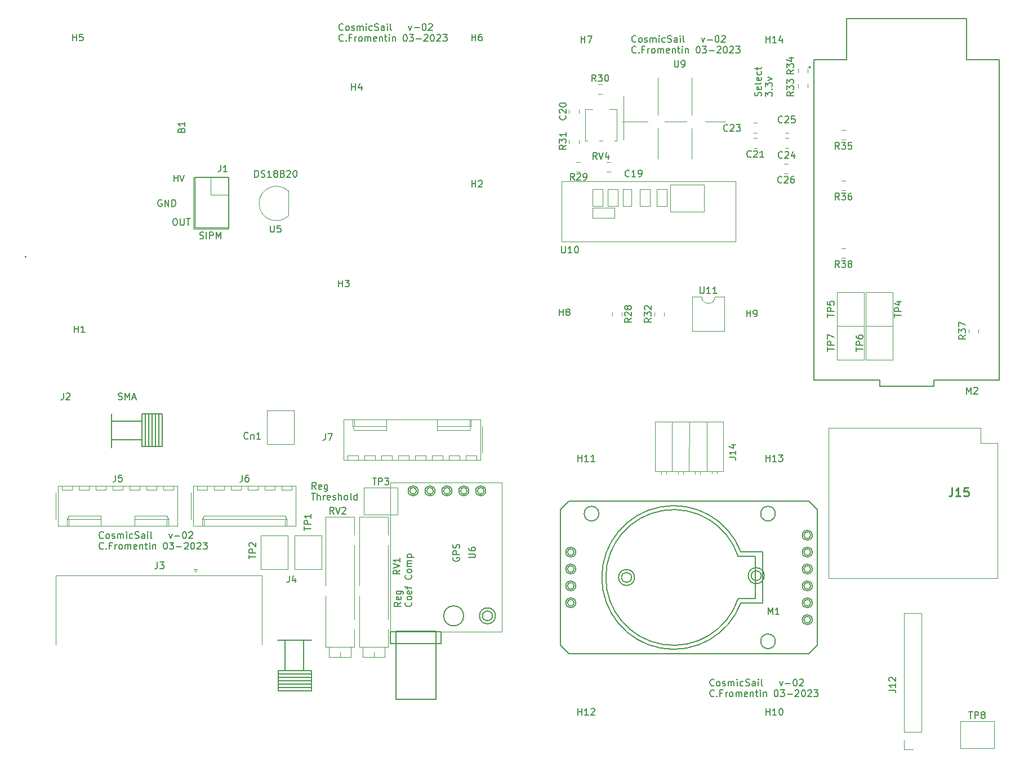
<source format=gbr>
%TF.GenerationSoftware,KiCad,Pcbnew,7.0.1*%
%TF.CreationDate,2023-03-16T09:25:58+01:00*%
%TF.ProjectId,Muons_SIPM_V2,4d756f6e-735f-4534-9950-4d5f56322e6b,rev?*%
%TF.SameCoordinates,PXc54b534PY8c10c98*%
%TF.FileFunction,Legend,Top*%
%TF.FilePolarity,Positive*%
%FSLAX46Y46*%
G04 Gerber Fmt 4.6, Leading zero omitted, Abs format (unit mm)*
G04 Created by KiCad (PCBNEW 7.0.1) date 2023-03-16 09:25:58*
%MOMM*%
%LPD*%
G01*
G04 APERTURE LIST*
%ADD10C,0.150000*%
%ADD11C,0.250000*%
%ADD12C,0.200000*%
%ADD13C,0.254000*%
%ADD14C,0.120000*%
%ADD15C,0.127000*%
G04 APERTURE END LIST*
D10*
X-120728204Y87679200D02*
X-125808204Y87679200D01*
D11*
X-151321254Y75783840D02*
X-151273634Y75831460D01*
D10*
X-125808204Y80059200D02*
X-120728204Y80059200D01*
X-120728204Y80059200D02*
X-120728204Y87679200D01*
X-125808204Y87679200D02*
X-125808204Y80059200D01*
X-116815909Y87733581D02*
X-116815909Y88733581D01*
X-116815909Y88733581D02*
X-116577814Y88733581D01*
X-116577814Y88733581D02*
X-116434957Y88685962D01*
X-116434957Y88685962D02*
X-116339719Y88590724D01*
X-116339719Y88590724D02*
X-116292100Y88495486D01*
X-116292100Y88495486D02*
X-116244481Y88305010D01*
X-116244481Y88305010D02*
X-116244481Y88162153D01*
X-116244481Y88162153D02*
X-116292100Y87971677D01*
X-116292100Y87971677D02*
X-116339719Y87876439D01*
X-116339719Y87876439D02*
X-116434957Y87781200D01*
X-116434957Y87781200D02*
X-116577814Y87733581D01*
X-116577814Y87733581D02*
X-116815909Y87733581D01*
X-115863528Y87781200D02*
X-115720671Y87733581D01*
X-115720671Y87733581D02*
X-115482576Y87733581D01*
X-115482576Y87733581D02*
X-115387338Y87781200D01*
X-115387338Y87781200D02*
X-115339719Y87828820D01*
X-115339719Y87828820D02*
X-115292100Y87924058D01*
X-115292100Y87924058D02*
X-115292100Y88019296D01*
X-115292100Y88019296D02*
X-115339719Y88114534D01*
X-115339719Y88114534D02*
X-115387338Y88162153D01*
X-115387338Y88162153D02*
X-115482576Y88209772D01*
X-115482576Y88209772D02*
X-115673052Y88257391D01*
X-115673052Y88257391D02*
X-115768290Y88305010D01*
X-115768290Y88305010D02*
X-115815909Y88352629D01*
X-115815909Y88352629D02*
X-115863528Y88447867D01*
X-115863528Y88447867D02*
X-115863528Y88543105D01*
X-115863528Y88543105D02*
X-115815909Y88638343D01*
X-115815909Y88638343D02*
X-115768290Y88685962D01*
X-115768290Y88685962D02*
X-115673052Y88733581D01*
X-115673052Y88733581D02*
X-115434957Y88733581D01*
X-115434957Y88733581D02*
X-115292100Y88685962D01*
X-114339719Y87733581D02*
X-114911147Y87733581D01*
X-114625433Y87733581D02*
X-114625433Y88733581D01*
X-114625433Y88733581D02*
X-114720671Y88590724D01*
X-114720671Y88590724D02*
X-114815909Y88495486D01*
X-114815909Y88495486D02*
X-114911147Y88447867D01*
X-113768290Y88305010D02*
X-113863528Y88352629D01*
X-113863528Y88352629D02*
X-113911147Y88400248D01*
X-113911147Y88400248D02*
X-113958766Y88495486D01*
X-113958766Y88495486D02*
X-113958766Y88543105D01*
X-113958766Y88543105D02*
X-113911147Y88638343D01*
X-113911147Y88638343D02*
X-113863528Y88685962D01*
X-113863528Y88685962D02*
X-113768290Y88733581D01*
X-113768290Y88733581D02*
X-113577814Y88733581D01*
X-113577814Y88733581D02*
X-113482576Y88685962D01*
X-113482576Y88685962D02*
X-113434957Y88638343D01*
X-113434957Y88638343D02*
X-113387338Y88543105D01*
X-113387338Y88543105D02*
X-113387338Y88495486D01*
X-113387338Y88495486D02*
X-113434957Y88400248D01*
X-113434957Y88400248D02*
X-113482576Y88352629D01*
X-113482576Y88352629D02*
X-113577814Y88305010D01*
X-113577814Y88305010D02*
X-113768290Y88305010D01*
X-113768290Y88305010D02*
X-113863528Y88257391D01*
X-113863528Y88257391D02*
X-113911147Y88209772D01*
X-113911147Y88209772D02*
X-113958766Y88114534D01*
X-113958766Y88114534D02*
X-113958766Y87924058D01*
X-113958766Y87924058D02*
X-113911147Y87828820D01*
X-113911147Y87828820D02*
X-113863528Y87781200D01*
X-113863528Y87781200D02*
X-113768290Y87733581D01*
X-113768290Y87733581D02*
X-113577814Y87733581D01*
X-113577814Y87733581D02*
X-113482576Y87781200D01*
X-113482576Y87781200D02*
X-113434957Y87828820D01*
X-113434957Y87828820D02*
X-113387338Y87924058D01*
X-113387338Y87924058D02*
X-113387338Y88114534D01*
X-113387338Y88114534D02*
X-113434957Y88209772D01*
X-113434957Y88209772D02*
X-113482576Y88257391D01*
X-113482576Y88257391D02*
X-113577814Y88305010D01*
X-112625433Y88257391D02*
X-112482576Y88209772D01*
X-112482576Y88209772D02*
X-112434957Y88162153D01*
X-112434957Y88162153D02*
X-112387338Y88066915D01*
X-112387338Y88066915D02*
X-112387338Y87924058D01*
X-112387338Y87924058D02*
X-112434957Y87828820D01*
X-112434957Y87828820D02*
X-112482576Y87781200D01*
X-112482576Y87781200D02*
X-112577814Y87733581D01*
X-112577814Y87733581D02*
X-112958766Y87733581D01*
X-112958766Y87733581D02*
X-112958766Y88733581D01*
X-112958766Y88733581D02*
X-112625433Y88733581D01*
X-112625433Y88733581D02*
X-112530195Y88685962D01*
X-112530195Y88685962D02*
X-112482576Y88638343D01*
X-112482576Y88638343D02*
X-112434957Y88543105D01*
X-112434957Y88543105D02*
X-112434957Y88447867D01*
X-112434957Y88447867D02*
X-112482576Y88352629D01*
X-112482576Y88352629D02*
X-112530195Y88305010D01*
X-112530195Y88305010D02*
X-112625433Y88257391D01*
X-112625433Y88257391D02*
X-112958766Y88257391D01*
X-112006385Y88638343D02*
X-111958766Y88685962D01*
X-111958766Y88685962D02*
X-111863528Y88733581D01*
X-111863528Y88733581D02*
X-111625433Y88733581D01*
X-111625433Y88733581D02*
X-111530195Y88685962D01*
X-111530195Y88685962D02*
X-111482576Y88638343D01*
X-111482576Y88638343D02*
X-111434957Y88543105D01*
X-111434957Y88543105D02*
X-111434957Y88447867D01*
X-111434957Y88447867D02*
X-111482576Y88305010D01*
X-111482576Y88305010D02*
X-112054004Y87733581D01*
X-112054004Y87733581D02*
X-111434957Y87733581D01*
X-110815909Y88733581D02*
X-110720671Y88733581D01*
X-110720671Y88733581D02*
X-110625433Y88685962D01*
X-110625433Y88685962D02*
X-110577814Y88638343D01*
X-110577814Y88638343D02*
X-110530195Y88543105D01*
X-110530195Y88543105D02*
X-110482576Y88352629D01*
X-110482576Y88352629D02*
X-110482576Y88114534D01*
X-110482576Y88114534D02*
X-110530195Y87924058D01*
X-110530195Y87924058D02*
X-110577814Y87828820D01*
X-110577814Y87828820D02*
X-110625433Y87781200D01*
X-110625433Y87781200D02*
X-110720671Y87733581D01*
X-110720671Y87733581D02*
X-110815909Y87733581D01*
X-110815909Y87733581D02*
X-110911147Y87781200D01*
X-110911147Y87781200D02*
X-110958766Y87828820D01*
X-110958766Y87828820D02*
X-111006385Y87924058D01*
X-111006385Y87924058D02*
X-111054004Y88114534D01*
X-111054004Y88114534D02*
X-111054004Y88352629D01*
X-111054004Y88352629D02*
X-111006385Y88543105D01*
X-111006385Y88543105D02*
X-110958766Y88638343D01*
X-110958766Y88638343D02*
X-110911147Y88685962D01*
X-110911147Y88685962D02*
X-110815909Y88733581D01*
X-103544481Y109895820D02*
X-103592100Y109848200D01*
X-103592100Y109848200D02*
X-103734957Y109800581D01*
X-103734957Y109800581D02*
X-103830195Y109800581D01*
X-103830195Y109800581D02*
X-103973052Y109848200D01*
X-103973052Y109848200D02*
X-104068290Y109943439D01*
X-104068290Y109943439D02*
X-104115909Y110038677D01*
X-104115909Y110038677D02*
X-104163528Y110229153D01*
X-104163528Y110229153D02*
X-104163528Y110372010D01*
X-104163528Y110372010D02*
X-104115909Y110562486D01*
X-104115909Y110562486D02*
X-104068290Y110657724D01*
X-104068290Y110657724D02*
X-103973052Y110752962D01*
X-103973052Y110752962D02*
X-103830195Y110800581D01*
X-103830195Y110800581D02*
X-103734957Y110800581D01*
X-103734957Y110800581D02*
X-103592100Y110752962D01*
X-103592100Y110752962D02*
X-103544481Y110705343D01*
X-102973052Y109800581D02*
X-103068290Y109848200D01*
X-103068290Y109848200D02*
X-103115909Y109895820D01*
X-103115909Y109895820D02*
X-103163528Y109991058D01*
X-103163528Y109991058D02*
X-103163528Y110276772D01*
X-103163528Y110276772D02*
X-103115909Y110372010D01*
X-103115909Y110372010D02*
X-103068290Y110419629D01*
X-103068290Y110419629D02*
X-102973052Y110467248D01*
X-102973052Y110467248D02*
X-102830195Y110467248D01*
X-102830195Y110467248D02*
X-102734957Y110419629D01*
X-102734957Y110419629D02*
X-102687338Y110372010D01*
X-102687338Y110372010D02*
X-102639719Y110276772D01*
X-102639719Y110276772D02*
X-102639719Y109991058D01*
X-102639719Y109991058D02*
X-102687338Y109895820D01*
X-102687338Y109895820D02*
X-102734957Y109848200D01*
X-102734957Y109848200D02*
X-102830195Y109800581D01*
X-102830195Y109800581D02*
X-102973052Y109800581D01*
X-102258766Y109848200D02*
X-102163528Y109800581D01*
X-102163528Y109800581D02*
X-101973052Y109800581D01*
X-101973052Y109800581D02*
X-101877814Y109848200D01*
X-101877814Y109848200D02*
X-101830195Y109943439D01*
X-101830195Y109943439D02*
X-101830195Y109991058D01*
X-101830195Y109991058D02*
X-101877814Y110086296D01*
X-101877814Y110086296D02*
X-101973052Y110133915D01*
X-101973052Y110133915D02*
X-102115909Y110133915D01*
X-102115909Y110133915D02*
X-102211147Y110181534D01*
X-102211147Y110181534D02*
X-102258766Y110276772D01*
X-102258766Y110276772D02*
X-102258766Y110324391D01*
X-102258766Y110324391D02*
X-102211147Y110419629D01*
X-102211147Y110419629D02*
X-102115909Y110467248D01*
X-102115909Y110467248D02*
X-101973052Y110467248D01*
X-101973052Y110467248D02*
X-101877814Y110419629D01*
X-101401623Y109800581D02*
X-101401623Y110467248D01*
X-101401623Y110372010D02*
X-101354004Y110419629D01*
X-101354004Y110419629D02*
X-101258766Y110467248D01*
X-101258766Y110467248D02*
X-101115909Y110467248D01*
X-101115909Y110467248D02*
X-101020671Y110419629D01*
X-101020671Y110419629D02*
X-100973052Y110324391D01*
X-100973052Y110324391D02*
X-100973052Y109800581D01*
X-100973052Y110324391D02*
X-100925433Y110419629D01*
X-100925433Y110419629D02*
X-100830195Y110467248D01*
X-100830195Y110467248D02*
X-100687338Y110467248D01*
X-100687338Y110467248D02*
X-100592099Y110419629D01*
X-100592099Y110419629D02*
X-100544480Y110324391D01*
X-100544480Y110324391D02*
X-100544480Y109800581D01*
X-100068290Y109800581D02*
X-100068290Y110467248D01*
X-100068290Y110800581D02*
X-100115909Y110752962D01*
X-100115909Y110752962D02*
X-100068290Y110705343D01*
X-100068290Y110705343D02*
X-100020671Y110752962D01*
X-100020671Y110752962D02*
X-100068290Y110800581D01*
X-100068290Y110800581D02*
X-100068290Y110705343D01*
X-99163529Y109848200D02*
X-99258767Y109800581D01*
X-99258767Y109800581D02*
X-99449243Y109800581D01*
X-99449243Y109800581D02*
X-99544481Y109848200D01*
X-99544481Y109848200D02*
X-99592100Y109895820D01*
X-99592100Y109895820D02*
X-99639719Y109991058D01*
X-99639719Y109991058D02*
X-99639719Y110276772D01*
X-99639719Y110276772D02*
X-99592100Y110372010D01*
X-99592100Y110372010D02*
X-99544481Y110419629D01*
X-99544481Y110419629D02*
X-99449243Y110467248D01*
X-99449243Y110467248D02*
X-99258767Y110467248D01*
X-99258767Y110467248D02*
X-99163529Y110419629D01*
X-98782576Y109848200D02*
X-98639719Y109800581D01*
X-98639719Y109800581D02*
X-98401624Y109800581D01*
X-98401624Y109800581D02*
X-98306386Y109848200D01*
X-98306386Y109848200D02*
X-98258767Y109895820D01*
X-98258767Y109895820D02*
X-98211148Y109991058D01*
X-98211148Y109991058D02*
X-98211148Y110086296D01*
X-98211148Y110086296D02*
X-98258767Y110181534D01*
X-98258767Y110181534D02*
X-98306386Y110229153D01*
X-98306386Y110229153D02*
X-98401624Y110276772D01*
X-98401624Y110276772D02*
X-98592100Y110324391D01*
X-98592100Y110324391D02*
X-98687338Y110372010D01*
X-98687338Y110372010D02*
X-98734957Y110419629D01*
X-98734957Y110419629D02*
X-98782576Y110514867D01*
X-98782576Y110514867D02*
X-98782576Y110610105D01*
X-98782576Y110610105D02*
X-98734957Y110705343D01*
X-98734957Y110705343D02*
X-98687338Y110752962D01*
X-98687338Y110752962D02*
X-98592100Y110800581D01*
X-98592100Y110800581D02*
X-98354005Y110800581D01*
X-98354005Y110800581D02*
X-98211148Y110752962D01*
X-97354005Y109800581D02*
X-97354005Y110324391D01*
X-97354005Y110324391D02*
X-97401624Y110419629D01*
X-97401624Y110419629D02*
X-97496862Y110467248D01*
X-97496862Y110467248D02*
X-97687338Y110467248D01*
X-97687338Y110467248D02*
X-97782576Y110419629D01*
X-97354005Y109848200D02*
X-97449243Y109800581D01*
X-97449243Y109800581D02*
X-97687338Y109800581D01*
X-97687338Y109800581D02*
X-97782576Y109848200D01*
X-97782576Y109848200D02*
X-97830195Y109943439D01*
X-97830195Y109943439D02*
X-97830195Y110038677D01*
X-97830195Y110038677D02*
X-97782576Y110133915D01*
X-97782576Y110133915D02*
X-97687338Y110181534D01*
X-97687338Y110181534D02*
X-97449243Y110181534D01*
X-97449243Y110181534D02*
X-97354005Y110229153D01*
X-96877814Y109800581D02*
X-96877814Y110467248D01*
X-96877814Y110800581D02*
X-96925433Y110752962D01*
X-96925433Y110752962D02*
X-96877814Y110705343D01*
X-96877814Y110705343D02*
X-96830195Y110752962D01*
X-96830195Y110752962D02*
X-96877814Y110800581D01*
X-96877814Y110800581D02*
X-96877814Y110705343D01*
X-96258767Y109800581D02*
X-96354005Y109848200D01*
X-96354005Y109848200D02*
X-96401624Y109943439D01*
X-96401624Y109943439D02*
X-96401624Y110800581D01*
X-93687337Y110467248D02*
X-93449242Y109800581D01*
X-93449242Y109800581D02*
X-93211147Y110467248D01*
X-92830194Y110181534D02*
X-92068289Y110181534D01*
X-91401623Y110800581D02*
X-91306385Y110800581D01*
X-91306385Y110800581D02*
X-91211147Y110752962D01*
X-91211147Y110752962D02*
X-91163528Y110705343D01*
X-91163528Y110705343D02*
X-91115909Y110610105D01*
X-91115909Y110610105D02*
X-91068290Y110419629D01*
X-91068290Y110419629D02*
X-91068290Y110181534D01*
X-91068290Y110181534D02*
X-91115909Y109991058D01*
X-91115909Y109991058D02*
X-91163528Y109895820D01*
X-91163528Y109895820D02*
X-91211147Y109848200D01*
X-91211147Y109848200D02*
X-91306385Y109800581D01*
X-91306385Y109800581D02*
X-91401623Y109800581D01*
X-91401623Y109800581D02*
X-91496861Y109848200D01*
X-91496861Y109848200D02*
X-91544480Y109895820D01*
X-91544480Y109895820D02*
X-91592099Y109991058D01*
X-91592099Y109991058D02*
X-91639718Y110181534D01*
X-91639718Y110181534D02*
X-91639718Y110419629D01*
X-91639718Y110419629D02*
X-91592099Y110610105D01*
X-91592099Y110610105D02*
X-91544480Y110705343D01*
X-91544480Y110705343D02*
X-91496861Y110752962D01*
X-91496861Y110752962D02*
X-91401623Y110800581D01*
X-90687337Y110705343D02*
X-90639718Y110752962D01*
X-90639718Y110752962D02*
X-90544480Y110800581D01*
X-90544480Y110800581D02*
X-90306385Y110800581D01*
X-90306385Y110800581D02*
X-90211147Y110752962D01*
X-90211147Y110752962D02*
X-90163528Y110705343D01*
X-90163528Y110705343D02*
X-90115909Y110610105D01*
X-90115909Y110610105D02*
X-90115909Y110514867D01*
X-90115909Y110514867D02*
X-90163528Y110372010D01*
X-90163528Y110372010D02*
X-90734956Y109800581D01*
X-90734956Y109800581D02*
X-90115909Y109800581D01*
X-103544481Y108275820D02*
X-103592100Y108228200D01*
X-103592100Y108228200D02*
X-103734957Y108180581D01*
X-103734957Y108180581D02*
X-103830195Y108180581D01*
X-103830195Y108180581D02*
X-103973052Y108228200D01*
X-103973052Y108228200D02*
X-104068290Y108323439D01*
X-104068290Y108323439D02*
X-104115909Y108418677D01*
X-104115909Y108418677D02*
X-104163528Y108609153D01*
X-104163528Y108609153D02*
X-104163528Y108752010D01*
X-104163528Y108752010D02*
X-104115909Y108942486D01*
X-104115909Y108942486D02*
X-104068290Y109037724D01*
X-104068290Y109037724D02*
X-103973052Y109132962D01*
X-103973052Y109132962D02*
X-103830195Y109180581D01*
X-103830195Y109180581D02*
X-103734957Y109180581D01*
X-103734957Y109180581D02*
X-103592100Y109132962D01*
X-103592100Y109132962D02*
X-103544481Y109085343D01*
X-103115909Y108275820D02*
X-103068290Y108228200D01*
X-103068290Y108228200D02*
X-103115909Y108180581D01*
X-103115909Y108180581D02*
X-103163528Y108228200D01*
X-103163528Y108228200D02*
X-103115909Y108275820D01*
X-103115909Y108275820D02*
X-103115909Y108180581D01*
X-102306386Y108704391D02*
X-102639719Y108704391D01*
X-102639719Y108180581D02*
X-102639719Y109180581D01*
X-102639719Y109180581D02*
X-102163529Y109180581D01*
X-101782576Y108180581D02*
X-101782576Y108847248D01*
X-101782576Y108656772D02*
X-101734957Y108752010D01*
X-101734957Y108752010D02*
X-101687338Y108799629D01*
X-101687338Y108799629D02*
X-101592100Y108847248D01*
X-101592100Y108847248D02*
X-101496862Y108847248D01*
X-101020671Y108180581D02*
X-101115909Y108228200D01*
X-101115909Y108228200D02*
X-101163528Y108275820D01*
X-101163528Y108275820D02*
X-101211147Y108371058D01*
X-101211147Y108371058D02*
X-101211147Y108656772D01*
X-101211147Y108656772D02*
X-101163528Y108752010D01*
X-101163528Y108752010D02*
X-101115909Y108799629D01*
X-101115909Y108799629D02*
X-101020671Y108847248D01*
X-101020671Y108847248D02*
X-100877814Y108847248D01*
X-100877814Y108847248D02*
X-100782576Y108799629D01*
X-100782576Y108799629D02*
X-100734957Y108752010D01*
X-100734957Y108752010D02*
X-100687338Y108656772D01*
X-100687338Y108656772D02*
X-100687338Y108371058D01*
X-100687338Y108371058D02*
X-100734957Y108275820D01*
X-100734957Y108275820D02*
X-100782576Y108228200D01*
X-100782576Y108228200D02*
X-100877814Y108180581D01*
X-100877814Y108180581D02*
X-101020671Y108180581D01*
X-100258766Y108180581D02*
X-100258766Y108847248D01*
X-100258766Y108752010D02*
X-100211147Y108799629D01*
X-100211147Y108799629D02*
X-100115909Y108847248D01*
X-100115909Y108847248D02*
X-99973052Y108847248D01*
X-99973052Y108847248D02*
X-99877814Y108799629D01*
X-99877814Y108799629D02*
X-99830195Y108704391D01*
X-99830195Y108704391D02*
X-99830195Y108180581D01*
X-99830195Y108704391D02*
X-99782576Y108799629D01*
X-99782576Y108799629D02*
X-99687338Y108847248D01*
X-99687338Y108847248D02*
X-99544481Y108847248D01*
X-99544481Y108847248D02*
X-99449242Y108799629D01*
X-99449242Y108799629D02*
X-99401623Y108704391D01*
X-99401623Y108704391D02*
X-99401623Y108180581D01*
X-98544481Y108228200D02*
X-98639719Y108180581D01*
X-98639719Y108180581D02*
X-98830195Y108180581D01*
X-98830195Y108180581D02*
X-98925433Y108228200D01*
X-98925433Y108228200D02*
X-98973052Y108323439D01*
X-98973052Y108323439D02*
X-98973052Y108704391D01*
X-98973052Y108704391D02*
X-98925433Y108799629D01*
X-98925433Y108799629D02*
X-98830195Y108847248D01*
X-98830195Y108847248D02*
X-98639719Y108847248D01*
X-98639719Y108847248D02*
X-98544481Y108799629D01*
X-98544481Y108799629D02*
X-98496862Y108704391D01*
X-98496862Y108704391D02*
X-98496862Y108609153D01*
X-98496862Y108609153D02*
X-98973052Y108513915D01*
X-98068290Y108847248D02*
X-98068290Y108180581D01*
X-98068290Y108752010D02*
X-98020671Y108799629D01*
X-98020671Y108799629D02*
X-97925433Y108847248D01*
X-97925433Y108847248D02*
X-97782576Y108847248D01*
X-97782576Y108847248D02*
X-97687338Y108799629D01*
X-97687338Y108799629D02*
X-97639719Y108704391D01*
X-97639719Y108704391D02*
X-97639719Y108180581D01*
X-97306385Y108847248D02*
X-96925433Y108847248D01*
X-97163528Y109180581D02*
X-97163528Y108323439D01*
X-97163528Y108323439D02*
X-97115909Y108228200D01*
X-97115909Y108228200D02*
X-97020671Y108180581D01*
X-97020671Y108180581D02*
X-96925433Y108180581D01*
X-96592099Y108180581D02*
X-96592099Y108847248D01*
X-96592099Y109180581D02*
X-96639718Y109132962D01*
X-96639718Y109132962D02*
X-96592099Y109085343D01*
X-96592099Y109085343D02*
X-96544480Y109132962D01*
X-96544480Y109132962D02*
X-96592099Y109180581D01*
X-96592099Y109180581D02*
X-96592099Y109085343D01*
X-96115909Y108847248D02*
X-96115909Y108180581D01*
X-96115909Y108752010D02*
X-96068290Y108799629D01*
X-96068290Y108799629D02*
X-95973052Y108847248D01*
X-95973052Y108847248D02*
X-95830195Y108847248D01*
X-95830195Y108847248D02*
X-95734957Y108799629D01*
X-95734957Y108799629D02*
X-95687338Y108704391D01*
X-95687338Y108704391D02*
X-95687338Y108180581D01*
X-94258766Y109180581D02*
X-94163528Y109180581D01*
X-94163528Y109180581D02*
X-94068290Y109132962D01*
X-94068290Y109132962D02*
X-94020671Y109085343D01*
X-94020671Y109085343D02*
X-93973052Y108990105D01*
X-93973052Y108990105D02*
X-93925433Y108799629D01*
X-93925433Y108799629D02*
X-93925433Y108561534D01*
X-93925433Y108561534D02*
X-93973052Y108371058D01*
X-93973052Y108371058D02*
X-94020671Y108275820D01*
X-94020671Y108275820D02*
X-94068290Y108228200D01*
X-94068290Y108228200D02*
X-94163528Y108180581D01*
X-94163528Y108180581D02*
X-94258766Y108180581D01*
X-94258766Y108180581D02*
X-94354004Y108228200D01*
X-94354004Y108228200D02*
X-94401623Y108275820D01*
X-94401623Y108275820D02*
X-94449242Y108371058D01*
X-94449242Y108371058D02*
X-94496861Y108561534D01*
X-94496861Y108561534D02*
X-94496861Y108799629D01*
X-94496861Y108799629D02*
X-94449242Y108990105D01*
X-94449242Y108990105D02*
X-94401623Y109085343D01*
X-94401623Y109085343D02*
X-94354004Y109132962D01*
X-94354004Y109132962D02*
X-94258766Y109180581D01*
X-93592099Y109180581D02*
X-92973052Y109180581D01*
X-92973052Y109180581D02*
X-93306385Y108799629D01*
X-93306385Y108799629D02*
X-93163528Y108799629D01*
X-93163528Y108799629D02*
X-93068290Y108752010D01*
X-93068290Y108752010D02*
X-93020671Y108704391D01*
X-93020671Y108704391D02*
X-92973052Y108609153D01*
X-92973052Y108609153D02*
X-92973052Y108371058D01*
X-92973052Y108371058D02*
X-93020671Y108275820D01*
X-93020671Y108275820D02*
X-93068290Y108228200D01*
X-93068290Y108228200D02*
X-93163528Y108180581D01*
X-93163528Y108180581D02*
X-93449242Y108180581D01*
X-93449242Y108180581D02*
X-93544480Y108228200D01*
X-93544480Y108228200D02*
X-93592099Y108275820D01*
X-92544480Y108561534D02*
X-91782575Y108561534D01*
X-91354004Y109085343D02*
X-91306385Y109132962D01*
X-91306385Y109132962D02*
X-91211147Y109180581D01*
X-91211147Y109180581D02*
X-90973052Y109180581D01*
X-90973052Y109180581D02*
X-90877814Y109132962D01*
X-90877814Y109132962D02*
X-90830195Y109085343D01*
X-90830195Y109085343D02*
X-90782576Y108990105D01*
X-90782576Y108990105D02*
X-90782576Y108894867D01*
X-90782576Y108894867D02*
X-90830195Y108752010D01*
X-90830195Y108752010D02*
X-91401623Y108180581D01*
X-91401623Y108180581D02*
X-90782576Y108180581D01*
X-90163528Y109180581D02*
X-90068290Y109180581D01*
X-90068290Y109180581D02*
X-89973052Y109132962D01*
X-89973052Y109132962D02*
X-89925433Y109085343D01*
X-89925433Y109085343D02*
X-89877814Y108990105D01*
X-89877814Y108990105D02*
X-89830195Y108799629D01*
X-89830195Y108799629D02*
X-89830195Y108561534D01*
X-89830195Y108561534D02*
X-89877814Y108371058D01*
X-89877814Y108371058D02*
X-89925433Y108275820D01*
X-89925433Y108275820D02*
X-89973052Y108228200D01*
X-89973052Y108228200D02*
X-90068290Y108180581D01*
X-90068290Y108180581D02*
X-90163528Y108180581D01*
X-90163528Y108180581D02*
X-90258766Y108228200D01*
X-90258766Y108228200D02*
X-90306385Y108275820D01*
X-90306385Y108275820D02*
X-90354004Y108371058D01*
X-90354004Y108371058D02*
X-90401623Y108561534D01*
X-90401623Y108561534D02*
X-90401623Y108799629D01*
X-90401623Y108799629D02*
X-90354004Y108990105D01*
X-90354004Y108990105D02*
X-90306385Y109085343D01*
X-90306385Y109085343D02*
X-90258766Y109132962D01*
X-90258766Y109132962D02*
X-90163528Y109180581D01*
X-89449242Y109085343D02*
X-89401623Y109132962D01*
X-89401623Y109132962D02*
X-89306385Y109180581D01*
X-89306385Y109180581D02*
X-89068290Y109180581D01*
X-89068290Y109180581D02*
X-88973052Y109132962D01*
X-88973052Y109132962D02*
X-88925433Y109085343D01*
X-88925433Y109085343D02*
X-88877814Y108990105D01*
X-88877814Y108990105D02*
X-88877814Y108894867D01*
X-88877814Y108894867D02*
X-88925433Y108752010D01*
X-88925433Y108752010D02*
X-89496861Y108180581D01*
X-89496861Y108180581D02*
X-88877814Y108180581D01*
X-88544480Y109180581D02*
X-87925433Y109180581D01*
X-87925433Y109180581D02*
X-88258766Y108799629D01*
X-88258766Y108799629D02*
X-88115909Y108799629D01*
X-88115909Y108799629D02*
X-88020671Y108752010D01*
X-88020671Y108752010D02*
X-87973052Y108704391D01*
X-87973052Y108704391D02*
X-87925433Y108609153D01*
X-87925433Y108609153D02*
X-87925433Y108371058D01*
X-87925433Y108371058D02*
X-87973052Y108275820D01*
X-87973052Y108275820D02*
X-88020671Y108228200D01*
X-88020671Y108228200D02*
X-88115909Y108180581D01*
X-88115909Y108180581D02*
X-88401623Y108180581D01*
X-88401623Y108180581D02*
X-88496861Y108228200D01*
X-88496861Y108228200D02*
X-88544480Y108275820D01*
X-137325124Y54322800D02*
X-137182267Y54275181D01*
X-137182267Y54275181D02*
X-136944172Y54275181D01*
X-136944172Y54275181D02*
X-136848934Y54322800D01*
X-136848934Y54322800D02*
X-136801315Y54370420D01*
X-136801315Y54370420D02*
X-136753696Y54465658D01*
X-136753696Y54465658D02*
X-136753696Y54560896D01*
X-136753696Y54560896D02*
X-136801315Y54656134D01*
X-136801315Y54656134D02*
X-136848934Y54703753D01*
X-136848934Y54703753D02*
X-136944172Y54751372D01*
X-136944172Y54751372D02*
X-137134648Y54798991D01*
X-137134648Y54798991D02*
X-137229886Y54846610D01*
X-137229886Y54846610D02*
X-137277505Y54894229D01*
X-137277505Y54894229D02*
X-137325124Y54989467D01*
X-137325124Y54989467D02*
X-137325124Y55084705D01*
X-137325124Y55084705D02*
X-137277505Y55179943D01*
X-137277505Y55179943D02*
X-137229886Y55227562D01*
X-137229886Y55227562D02*
X-137134648Y55275181D01*
X-137134648Y55275181D02*
X-136896553Y55275181D01*
X-136896553Y55275181D02*
X-136753696Y55227562D01*
X-136325124Y54275181D02*
X-136325124Y55275181D01*
X-136325124Y55275181D02*
X-135991791Y54560896D01*
X-135991791Y54560896D02*
X-135658458Y55275181D01*
X-135658458Y55275181D02*
X-135658458Y54275181D01*
X-135229886Y54560896D02*
X-134753696Y54560896D01*
X-135325124Y54275181D02*
X-134991791Y55275181D01*
X-134991791Y55275181D02*
X-134658458Y54275181D01*
D12*
X-125093128Y78510200D02*
X-124950271Y78462581D01*
X-124950271Y78462581D02*
X-124712176Y78462581D01*
X-124712176Y78462581D02*
X-124616938Y78510200D01*
X-124616938Y78510200D02*
X-124569319Y78557820D01*
X-124569319Y78557820D02*
X-124521700Y78653058D01*
X-124521700Y78653058D02*
X-124521700Y78748296D01*
X-124521700Y78748296D02*
X-124569319Y78843534D01*
X-124569319Y78843534D02*
X-124616938Y78891153D01*
X-124616938Y78891153D02*
X-124712176Y78938772D01*
X-124712176Y78938772D02*
X-124902652Y78986391D01*
X-124902652Y78986391D02*
X-124997890Y79034010D01*
X-124997890Y79034010D02*
X-125045509Y79081629D01*
X-125045509Y79081629D02*
X-125093128Y79176867D01*
X-125093128Y79176867D02*
X-125093128Y79272105D01*
X-125093128Y79272105D02*
X-125045509Y79367343D01*
X-125045509Y79367343D02*
X-124997890Y79414962D01*
X-124997890Y79414962D02*
X-124902652Y79462581D01*
X-124902652Y79462581D02*
X-124664557Y79462581D01*
X-124664557Y79462581D02*
X-124521700Y79414962D01*
X-124093128Y78462581D02*
X-124093128Y79462581D01*
X-123616938Y78462581D02*
X-123616938Y79462581D01*
X-123616938Y79462581D02*
X-123235986Y79462581D01*
X-123235986Y79462581D02*
X-123140748Y79414962D01*
X-123140748Y79414962D02*
X-123093129Y79367343D01*
X-123093129Y79367343D02*
X-123045510Y79272105D01*
X-123045510Y79272105D02*
X-123045510Y79129248D01*
X-123045510Y79129248D02*
X-123093129Y79034010D01*
X-123093129Y79034010D02*
X-123140748Y78986391D01*
X-123140748Y78986391D02*
X-123235986Y78938772D01*
X-123235986Y78938772D02*
X-123616938Y78938772D01*
X-122616938Y78462581D02*
X-122616938Y79462581D01*
X-122616938Y79462581D02*
X-122283605Y78748296D01*
X-122283605Y78748296D02*
X-121950272Y79462581D01*
X-121950272Y79462581D02*
X-121950272Y78462581D01*
D10*
X-59515477Y108112895D02*
X-59563096Y108065275D01*
X-59563096Y108065275D02*
X-59705953Y108017656D01*
X-59705953Y108017656D02*
X-59801191Y108017656D01*
X-59801191Y108017656D02*
X-59944048Y108065275D01*
X-59944048Y108065275D02*
X-60039286Y108160514D01*
X-60039286Y108160514D02*
X-60086905Y108255752D01*
X-60086905Y108255752D02*
X-60134524Y108446228D01*
X-60134524Y108446228D02*
X-60134524Y108589085D01*
X-60134524Y108589085D02*
X-60086905Y108779561D01*
X-60086905Y108779561D02*
X-60039286Y108874799D01*
X-60039286Y108874799D02*
X-59944048Y108970037D01*
X-59944048Y108970037D02*
X-59801191Y109017656D01*
X-59801191Y109017656D02*
X-59705953Y109017656D01*
X-59705953Y109017656D02*
X-59563096Y108970037D01*
X-59563096Y108970037D02*
X-59515477Y108922418D01*
X-58944048Y108017656D02*
X-59039286Y108065275D01*
X-59039286Y108065275D02*
X-59086905Y108112895D01*
X-59086905Y108112895D02*
X-59134524Y108208133D01*
X-59134524Y108208133D02*
X-59134524Y108493847D01*
X-59134524Y108493847D02*
X-59086905Y108589085D01*
X-59086905Y108589085D02*
X-59039286Y108636704D01*
X-59039286Y108636704D02*
X-58944048Y108684323D01*
X-58944048Y108684323D02*
X-58801191Y108684323D01*
X-58801191Y108684323D02*
X-58705953Y108636704D01*
X-58705953Y108636704D02*
X-58658334Y108589085D01*
X-58658334Y108589085D02*
X-58610715Y108493847D01*
X-58610715Y108493847D02*
X-58610715Y108208133D01*
X-58610715Y108208133D02*
X-58658334Y108112895D01*
X-58658334Y108112895D02*
X-58705953Y108065275D01*
X-58705953Y108065275D02*
X-58801191Y108017656D01*
X-58801191Y108017656D02*
X-58944048Y108017656D01*
X-58229762Y108065275D02*
X-58134524Y108017656D01*
X-58134524Y108017656D02*
X-57944048Y108017656D01*
X-57944048Y108017656D02*
X-57848810Y108065275D01*
X-57848810Y108065275D02*
X-57801191Y108160514D01*
X-57801191Y108160514D02*
X-57801191Y108208133D01*
X-57801191Y108208133D02*
X-57848810Y108303371D01*
X-57848810Y108303371D02*
X-57944048Y108350990D01*
X-57944048Y108350990D02*
X-58086905Y108350990D01*
X-58086905Y108350990D02*
X-58182143Y108398609D01*
X-58182143Y108398609D02*
X-58229762Y108493847D01*
X-58229762Y108493847D02*
X-58229762Y108541466D01*
X-58229762Y108541466D02*
X-58182143Y108636704D01*
X-58182143Y108636704D02*
X-58086905Y108684323D01*
X-58086905Y108684323D02*
X-57944048Y108684323D01*
X-57944048Y108684323D02*
X-57848810Y108636704D01*
X-57372619Y108017656D02*
X-57372619Y108684323D01*
X-57372619Y108589085D02*
X-57325000Y108636704D01*
X-57325000Y108636704D02*
X-57229762Y108684323D01*
X-57229762Y108684323D02*
X-57086905Y108684323D01*
X-57086905Y108684323D02*
X-56991667Y108636704D01*
X-56991667Y108636704D02*
X-56944048Y108541466D01*
X-56944048Y108541466D02*
X-56944048Y108017656D01*
X-56944048Y108541466D02*
X-56896429Y108636704D01*
X-56896429Y108636704D02*
X-56801191Y108684323D01*
X-56801191Y108684323D02*
X-56658334Y108684323D01*
X-56658334Y108684323D02*
X-56563095Y108636704D01*
X-56563095Y108636704D02*
X-56515476Y108541466D01*
X-56515476Y108541466D02*
X-56515476Y108017656D01*
X-56039286Y108017656D02*
X-56039286Y108684323D01*
X-56039286Y109017656D02*
X-56086905Y108970037D01*
X-56086905Y108970037D02*
X-56039286Y108922418D01*
X-56039286Y108922418D02*
X-55991667Y108970037D01*
X-55991667Y108970037D02*
X-56039286Y109017656D01*
X-56039286Y109017656D02*
X-56039286Y108922418D01*
X-55134525Y108065275D02*
X-55229763Y108017656D01*
X-55229763Y108017656D02*
X-55420239Y108017656D01*
X-55420239Y108017656D02*
X-55515477Y108065275D01*
X-55515477Y108065275D02*
X-55563096Y108112895D01*
X-55563096Y108112895D02*
X-55610715Y108208133D01*
X-55610715Y108208133D02*
X-55610715Y108493847D01*
X-55610715Y108493847D02*
X-55563096Y108589085D01*
X-55563096Y108589085D02*
X-55515477Y108636704D01*
X-55515477Y108636704D02*
X-55420239Y108684323D01*
X-55420239Y108684323D02*
X-55229763Y108684323D01*
X-55229763Y108684323D02*
X-55134525Y108636704D01*
X-54753572Y108065275D02*
X-54610715Y108017656D01*
X-54610715Y108017656D02*
X-54372620Y108017656D01*
X-54372620Y108017656D02*
X-54277382Y108065275D01*
X-54277382Y108065275D02*
X-54229763Y108112895D01*
X-54229763Y108112895D02*
X-54182144Y108208133D01*
X-54182144Y108208133D02*
X-54182144Y108303371D01*
X-54182144Y108303371D02*
X-54229763Y108398609D01*
X-54229763Y108398609D02*
X-54277382Y108446228D01*
X-54277382Y108446228D02*
X-54372620Y108493847D01*
X-54372620Y108493847D02*
X-54563096Y108541466D01*
X-54563096Y108541466D02*
X-54658334Y108589085D01*
X-54658334Y108589085D02*
X-54705953Y108636704D01*
X-54705953Y108636704D02*
X-54753572Y108731942D01*
X-54753572Y108731942D02*
X-54753572Y108827180D01*
X-54753572Y108827180D02*
X-54705953Y108922418D01*
X-54705953Y108922418D02*
X-54658334Y108970037D01*
X-54658334Y108970037D02*
X-54563096Y109017656D01*
X-54563096Y109017656D02*
X-54325001Y109017656D01*
X-54325001Y109017656D02*
X-54182144Y108970037D01*
X-53325001Y108017656D02*
X-53325001Y108541466D01*
X-53325001Y108541466D02*
X-53372620Y108636704D01*
X-53372620Y108636704D02*
X-53467858Y108684323D01*
X-53467858Y108684323D02*
X-53658334Y108684323D01*
X-53658334Y108684323D02*
X-53753572Y108636704D01*
X-53325001Y108065275D02*
X-53420239Y108017656D01*
X-53420239Y108017656D02*
X-53658334Y108017656D01*
X-53658334Y108017656D02*
X-53753572Y108065275D01*
X-53753572Y108065275D02*
X-53801191Y108160514D01*
X-53801191Y108160514D02*
X-53801191Y108255752D01*
X-53801191Y108255752D02*
X-53753572Y108350990D01*
X-53753572Y108350990D02*
X-53658334Y108398609D01*
X-53658334Y108398609D02*
X-53420239Y108398609D01*
X-53420239Y108398609D02*
X-53325001Y108446228D01*
X-52848810Y108017656D02*
X-52848810Y108684323D01*
X-52848810Y109017656D02*
X-52896429Y108970037D01*
X-52896429Y108970037D02*
X-52848810Y108922418D01*
X-52848810Y108922418D02*
X-52801191Y108970037D01*
X-52801191Y108970037D02*
X-52848810Y109017656D01*
X-52848810Y109017656D02*
X-52848810Y108922418D01*
X-52229763Y108017656D02*
X-52325001Y108065275D01*
X-52325001Y108065275D02*
X-52372620Y108160514D01*
X-52372620Y108160514D02*
X-52372620Y109017656D01*
X-49658333Y108684323D02*
X-49420238Y108017656D01*
X-49420238Y108017656D02*
X-49182143Y108684323D01*
X-48801190Y108398609D02*
X-48039285Y108398609D01*
X-47372619Y109017656D02*
X-47277381Y109017656D01*
X-47277381Y109017656D02*
X-47182143Y108970037D01*
X-47182143Y108970037D02*
X-47134524Y108922418D01*
X-47134524Y108922418D02*
X-47086905Y108827180D01*
X-47086905Y108827180D02*
X-47039286Y108636704D01*
X-47039286Y108636704D02*
X-47039286Y108398609D01*
X-47039286Y108398609D02*
X-47086905Y108208133D01*
X-47086905Y108208133D02*
X-47134524Y108112895D01*
X-47134524Y108112895D02*
X-47182143Y108065275D01*
X-47182143Y108065275D02*
X-47277381Y108017656D01*
X-47277381Y108017656D02*
X-47372619Y108017656D01*
X-47372619Y108017656D02*
X-47467857Y108065275D01*
X-47467857Y108065275D02*
X-47515476Y108112895D01*
X-47515476Y108112895D02*
X-47563095Y108208133D01*
X-47563095Y108208133D02*
X-47610714Y108398609D01*
X-47610714Y108398609D02*
X-47610714Y108636704D01*
X-47610714Y108636704D02*
X-47563095Y108827180D01*
X-47563095Y108827180D02*
X-47515476Y108922418D01*
X-47515476Y108922418D02*
X-47467857Y108970037D01*
X-47467857Y108970037D02*
X-47372619Y109017656D01*
X-46658333Y108922418D02*
X-46610714Y108970037D01*
X-46610714Y108970037D02*
X-46515476Y109017656D01*
X-46515476Y109017656D02*
X-46277381Y109017656D01*
X-46277381Y109017656D02*
X-46182143Y108970037D01*
X-46182143Y108970037D02*
X-46134524Y108922418D01*
X-46134524Y108922418D02*
X-46086905Y108827180D01*
X-46086905Y108827180D02*
X-46086905Y108731942D01*
X-46086905Y108731942D02*
X-46134524Y108589085D01*
X-46134524Y108589085D02*
X-46705952Y108017656D01*
X-46705952Y108017656D02*
X-46086905Y108017656D01*
X-59515477Y106492895D02*
X-59563096Y106445275D01*
X-59563096Y106445275D02*
X-59705953Y106397656D01*
X-59705953Y106397656D02*
X-59801191Y106397656D01*
X-59801191Y106397656D02*
X-59944048Y106445275D01*
X-59944048Y106445275D02*
X-60039286Y106540514D01*
X-60039286Y106540514D02*
X-60086905Y106635752D01*
X-60086905Y106635752D02*
X-60134524Y106826228D01*
X-60134524Y106826228D02*
X-60134524Y106969085D01*
X-60134524Y106969085D02*
X-60086905Y107159561D01*
X-60086905Y107159561D02*
X-60039286Y107254799D01*
X-60039286Y107254799D02*
X-59944048Y107350037D01*
X-59944048Y107350037D02*
X-59801191Y107397656D01*
X-59801191Y107397656D02*
X-59705953Y107397656D01*
X-59705953Y107397656D02*
X-59563096Y107350037D01*
X-59563096Y107350037D02*
X-59515477Y107302418D01*
X-59086905Y106492895D02*
X-59039286Y106445275D01*
X-59039286Y106445275D02*
X-59086905Y106397656D01*
X-59086905Y106397656D02*
X-59134524Y106445275D01*
X-59134524Y106445275D02*
X-59086905Y106492895D01*
X-59086905Y106492895D02*
X-59086905Y106397656D01*
X-58277382Y106921466D02*
X-58610715Y106921466D01*
X-58610715Y106397656D02*
X-58610715Y107397656D01*
X-58610715Y107397656D02*
X-58134525Y107397656D01*
X-57753572Y106397656D02*
X-57753572Y107064323D01*
X-57753572Y106873847D02*
X-57705953Y106969085D01*
X-57705953Y106969085D02*
X-57658334Y107016704D01*
X-57658334Y107016704D02*
X-57563096Y107064323D01*
X-57563096Y107064323D02*
X-57467858Y107064323D01*
X-56991667Y106397656D02*
X-57086905Y106445275D01*
X-57086905Y106445275D02*
X-57134524Y106492895D01*
X-57134524Y106492895D02*
X-57182143Y106588133D01*
X-57182143Y106588133D02*
X-57182143Y106873847D01*
X-57182143Y106873847D02*
X-57134524Y106969085D01*
X-57134524Y106969085D02*
X-57086905Y107016704D01*
X-57086905Y107016704D02*
X-56991667Y107064323D01*
X-56991667Y107064323D02*
X-56848810Y107064323D01*
X-56848810Y107064323D02*
X-56753572Y107016704D01*
X-56753572Y107016704D02*
X-56705953Y106969085D01*
X-56705953Y106969085D02*
X-56658334Y106873847D01*
X-56658334Y106873847D02*
X-56658334Y106588133D01*
X-56658334Y106588133D02*
X-56705953Y106492895D01*
X-56705953Y106492895D02*
X-56753572Y106445275D01*
X-56753572Y106445275D02*
X-56848810Y106397656D01*
X-56848810Y106397656D02*
X-56991667Y106397656D01*
X-56229762Y106397656D02*
X-56229762Y107064323D01*
X-56229762Y106969085D02*
X-56182143Y107016704D01*
X-56182143Y107016704D02*
X-56086905Y107064323D01*
X-56086905Y107064323D02*
X-55944048Y107064323D01*
X-55944048Y107064323D02*
X-55848810Y107016704D01*
X-55848810Y107016704D02*
X-55801191Y106921466D01*
X-55801191Y106921466D02*
X-55801191Y106397656D01*
X-55801191Y106921466D02*
X-55753572Y107016704D01*
X-55753572Y107016704D02*
X-55658334Y107064323D01*
X-55658334Y107064323D02*
X-55515477Y107064323D01*
X-55515477Y107064323D02*
X-55420238Y107016704D01*
X-55420238Y107016704D02*
X-55372619Y106921466D01*
X-55372619Y106921466D02*
X-55372619Y106397656D01*
X-54515477Y106445275D02*
X-54610715Y106397656D01*
X-54610715Y106397656D02*
X-54801191Y106397656D01*
X-54801191Y106397656D02*
X-54896429Y106445275D01*
X-54896429Y106445275D02*
X-54944048Y106540514D01*
X-54944048Y106540514D02*
X-54944048Y106921466D01*
X-54944048Y106921466D02*
X-54896429Y107016704D01*
X-54896429Y107016704D02*
X-54801191Y107064323D01*
X-54801191Y107064323D02*
X-54610715Y107064323D01*
X-54610715Y107064323D02*
X-54515477Y107016704D01*
X-54515477Y107016704D02*
X-54467858Y106921466D01*
X-54467858Y106921466D02*
X-54467858Y106826228D01*
X-54467858Y106826228D02*
X-54944048Y106730990D01*
X-54039286Y107064323D02*
X-54039286Y106397656D01*
X-54039286Y106969085D02*
X-53991667Y107016704D01*
X-53991667Y107016704D02*
X-53896429Y107064323D01*
X-53896429Y107064323D02*
X-53753572Y107064323D01*
X-53753572Y107064323D02*
X-53658334Y107016704D01*
X-53658334Y107016704D02*
X-53610715Y106921466D01*
X-53610715Y106921466D02*
X-53610715Y106397656D01*
X-53277381Y107064323D02*
X-52896429Y107064323D01*
X-53134524Y107397656D02*
X-53134524Y106540514D01*
X-53134524Y106540514D02*
X-53086905Y106445275D01*
X-53086905Y106445275D02*
X-52991667Y106397656D01*
X-52991667Y106397656D02*
X-52896429Y106397656D01*
X-52563095Y106397656D02*
X-52563095Y107064323D01*
X-52563095Y107397656D02*
X-52610714Y107350037D01*
X-52610714Y107350037D02*
X-52563095Y107302418D01*
X-52563095Y107302418D02*
X-52515476Y107350037D01*
X-52515476Y107350037D02*
X-52563095Y107397656D01*
X-52563095Y107397656D02*
X-52563095Y107302418D01*
X-52086905Y107064323D02*
X-52086905Y106397656D01*
X-52086905Y106969085D02*
X-52039286Y107016704D01*
X-52039286Y107016704D02*
X-51944048Y107064323D01*
X-51944048Y107064323D02*
X-51801191Y107064323D01*
X-51801191Y107064323D02*
X-51705953Y107016704D01*
X-51705953Y107016704D02*
X-51658334Y106921466D01*
X-51658334Y106921466D02*
X-51658334Y106397656D01*
X-50229762Y107397656D02*
X-50134524Y107397656D01*
X-50134524Y107397656D02*
X-50039286Y107350037D01*
X-50039286Y107350037D02*
X-49991667Y107302418D01*
X-49991667Y107302418D02*
X-49944048Y107207180D01*
X-49944048Y107207180D02*
X-49896429Y107016704D01*
X-49896429Y107016704D02*
X-49896429Y106778609D01*
X-49896429Y106778609D02*
X-49944048Y106588133D01*
X-49944048Y106588133D02*
X-49991667Y106492895D01*
X-49991667Y106492895D02*
X-50039286Y106445275D01*
X-50039286Y106445275D02*
X-50134524Y106397656D01*
X-50134524Y106397656D02*
X-50229762Y106397656D01*
X-50229762Y106397656D02*
X-50325000Y106445275D01*
X-50325000Y106445275D02*
X-50372619Y106492895D01*
X-50372619Y106492895D02*
X-50420238Y106588133D01*
X-50420238Y106588133D02*
X-50467857Y106778609D01*
X-50467857Y106778609D02*
X-50467857Y107016704D01*
X-50467857Y107016704D02*
X-50420238Y107207180D01*
X-50420238Y107207180D02*
X-50372619Y107302418D01*
X-50372619Y107302418D02*
X-50325000Y107350037D01*
X-50325000Y107350037D02*
X-50229762Y107397656D01*
X-49563095Y107397656D02*
X-48944048Y107397656D01*
X-48944048Y107397656D02*
X-49277381Y107016704D01*
X-49277381Y107016704D02*
X-49134524Y107016704D01*
X-49134524Y107016704D02*
X-49039286Y106969085D01*
X-49039286Y106969085D02*
X-48991667Y106921466D01*
X-48991667Y106921466D02*
X-48944048Y106826228D01*
X-48944048Y106826228D02*
X-48944048Y106588133D01*
X-48944048Y106588133D02*
X-48991667Y106492895D01*
X-48991667Y106492895D02*
X-49039286Y106445275D01*
X-49039286Y106445275D02*
X-49134524Y106397656D01*
X-49134524Y106397656D02*
X-49420238Y106397656D01*
X-49420238Y106397656D02*
X-49515476Y106445275D01*
X-49515476Y106445275D02*
X-49563095Y106492895D01*
X-48515476Y106778609D02*
X-47753571Y106778609D01*
X-47325000Y107302418D02*
X-47277381Y107350037D01*
X-47277381Y107350037D02*
X-47182143Y107397656D01*
X-47182143Y107397656D02*
X-46944048Y107397656D01*
X-46944048Y107397656D02*
X-46848810Y107350037D01*
X-46848810Y107350037D02*
X-46801191Y107302418D01*
X-46801191Y107302418D02*
X-46753572Y107207180D01*
X-46753572Y107207180D02*
X-46753572Y107111942D01*
X-46753572Y107111942D02*
X-46801191Y106969085D01*
X-46801191Y106969085D02*
X-47372619Y106397656D01*
X-47372619Y106397656D02*
X-46753572Y106397656D01*
X-46134524Y107397656D02*
X-46039286Y107397656D01*
X-46039286Y107397656D02*
X-45944048Y107350037D01*
X-45944048Y107350037D02*
X-45896429Y107302418D01*
X-45896429Y107302418D02*
X-45848810Y107207180D01*
X-45848810Y107207180D02*
X-45801191Y107016704D01*
X-45801191Y107016704D02*
X-45801191Y106778609D01*
X-45801191Y106778609D02*
X-45848810Y106588133D01*
X-45848810Y106588133D02*
X-45896429Y106492895D01*
X-45896429Y106492895D02*
X-45944048Y106445275D01*
X-45944048Y106445275D02*
X-46039286Y106397656D01*
X-46039286Y106397656D02*
X-46134524Y106397656D01*
X-46134524Y106397656D02*
X-46229762Y106445275D01*
X-46229762Y106445275D02*
X-46277381Y106492895D01*
X-46277381Y106492895D02*
X-46325000Y106588133D01*
X-46325000Y106588133D02*
X-46372619Y106778609D01*
X-46372619Y106778609D02*
X-46372619Y107016704D01*
X-46372619Y107016704D02*
X-46325000Y107207180D01*
X-46325000Y107207180D02*
X-46277381Y107302418D01*
X-46277381Y107302418D02*
X-46229762Y107350037D01*
X-46229762Y107350037D02*
X-46134524Y107397656D01*
X-45420238Y107302418D02*
X-45372619Y107350037D01*
X-45372619Y107350037D02*
X-45277381Y107397656D01*
X-45277381Y107397656D02*
X-45039286Y107397656D01*
X-45039286Y107397656D02*
X-44944048Y107350037D01*
X-44944048Y107350037D02*
X-44896429Y107302418D01*
X-44896429Y107302418D02*
X-44848810Y107207180D01*
X-44848810Y107207180D02*
X-44848810Y107111942D01*
X-44848810Y107111942D02*
X-44896429Y106969085D01*
X-44896429Y106969085D02*
X-45467857Y106397656D01*
X-45467857Y106397656D02*
X-44848810Y106397656D01*
X-44515476Y107397656D02*
X-43896429Y107397656D01*
X-43896429Y107397656D02*
X-44229762Y107016704D01*
X-44229762Y107016704D02*
X-44086905Y107016704D01*
X-44086905Y107016704D02*
X-43991667Y106969085D01*
X-43991667Y106969085D02*
X-43944048Y106921466D01*
X-43944048Y106921466D02*
X-43896429Y106826228D01*
X-43896429Y106826228D02*
X-43896429Y106588133D01*
X-43896429Y106588133D02*
X-43944048Y106492895D01*
X-43944048Y106492895D02*
X-43991667Y106445275D01*
X-43991667Y106445275D02*
X-44086905Y106397656D01*
X-44086905Y106397656D02*
X-44372619Y106397656D01*
X-44372619Y106397656D02*
X-44467857Y106445275D01*
X-44467857Y106445275D02*
X-44515476Y106492895D01*
D12*
X-128971705Y87066581D02*
X-128971705Y88066581D01*
X-128971705Y87590391D02*
X-128400277Y87590391D01*
X-128400277Y87066581D02*
X-128400277Y88066581D01*
X-128066943Y88066581D02*
X-127733610Y87066581D01*
X-127733610Y87066581D02*
X-127400277Y88066581D01*
D10*
X-107596681Y40825981D02*
X-107930014Y41302172D01*
X-108168109Y40825981D02*
X-108168109Y41825981D01*
X-108168109Y41825981D02*
X-107787157Y41825981D01*
X-107787157Y41825981D02*
X-107691919Y41778362D01*
X-107691919Y41778362D02*
X-107644300Y41730743D01*
X-107644300Y41730743D02*
X-107596681Y41635505D01*
X-107596681Y41635505D02*
X-107596681Y41492648D01*
X-107596681Y41492648D02*
X-107644300Y41397410D01*
X-107644300Y41397410D02*
X-107691919Y41349791D01*
X-107691919Y41349791D02*
X-107787157Y41302172D01*
X-107787157Y41302172D02*
X-108168109Y41302172D01*
X-106787157Y40873600D02*
X-106882395Y40825981D01*
X-106882395Y40825981D02*
X-107072871Y40825981D01*
X-107072871Y40825981D02*
X-107168109Y40873600D01*
X-107168109Y40873600D02*
X-107215728Y40968839D01*
X-107215728Y40968839D02*
X-107215728Y41349791D01*
X-107215728Y41349791D02*
X-107168109Y41445029D01*
X-107168109Y41445029D02*
X-107072871Y41492648D01*
X-107072871Y41492648D02*
X-106882395Y41492648D01*
X-106882395Y41492648D02*
X-106787157Y41445029D01*
X-106787157Y41445029D02*
X-106739538Y41349791D01*
X-106739538Y41349791D02*
X-106739538Y41254553D01*
X-106739538Y41254553D02*
X-107215728Y41159315D01*
X-105882395Y41492648D02*
X-105882395Y40683124D01*
X-105882395Y40683124D02*
X-105930014Y40587886D01*
X-105930014Y40587886D02*
X-105977633Y40540267D01*
X-105977633Y40540267D02*
X-106072871Y40492648D01*
X-106072871Y40492648D02*
X-106215728Y40492648D01*
X-106215728Y40492648D02*
X-106310966Y40540267D01*
X-105882395Y40873600D02*
X-105977633Y40825981D01*
X-105977633Y40825981D02*
X-106168109Y40825981D01*
X-106168109Y40825981D02*
X-106263347Y40873600D01*
X-106263347Y40873600D02*
X-106310966Y40921220D01*
X-106310966Y40921220D02*
X-106358585Y41016458D01*
X-106358585Y41016458D02*
X-106358585Y41302172D01*
X-106358585Y41302172D02*
X-106310966Y41397410D01*
X-106310966Y41397410D02*
X-106263347Y41445029D01*
X-106263347Y41445029D02*
X-106168109Y41492648D01*
X-106168109Y41492648D02*
X-105977633Y41492648D01*
X-105977633Y41492648D02*
X-105882395Y41445029D01*
X-108310966Y40205981D02*
X-107739538Y40205981D01*
X-108025252Y39205981D02*
X-108025252Y40205981D01*
X-107406204Y39205981D02*
X-107406204Y40205981D01*
X-106977633Y39205981D02*
X-106977633Y39729791D01*
X-106977633Y39729791D02*
X-107025252Y39825029D01*
X-107025252Y39825029D02*
X-107120490Y39872648D01*
X-107120490Y39872648D02*
X-107263347Y39872648D01*
X-107263347Y39872648D02*
X-107358585Y39825029D01*
X-107358585Y39825029D02*
X-107406204Y39777410D01*
X-106501442Y39205981D02*
X-106501442Y39872648D01*
X-106501442Y39682172D02*
X-106453823Y39777410D01*
X-106453823Y39777410D02*
X-106406204Y39825029D01*
X-106406204Y39825029D02*
X-106310966Y39872648D01*
X-106310966Y39872648D02*
X-106215728Y39872648D01*
X-105501442Y39253600D02*
X-105596680Y39205981D01*
X-105596680Y39205981D02*
X-105787156Y39205981D01*
X-105787156Y39205981D02*
X-105882394Y39253600D01*
X-105882394Y39253600D02*
X-105930013Y39348839D01*
X-105930013Y39348839D02*
X-105930013Y39729791D01*
X-105930013Y39729791D02*
X-105882394Y39825029D01*
X-105882394Y39825029D02*
X-105787156Y39872648D01*
X-105787156Y39872648D02*
X-105596680Y39872648D01*
X-105596680Y39872648D02*
X-105501442Y39825029D01*
X-105501442Y39825029D02*
X-105453823Y39729791D01*
X-105453823Y39729791D02*
X-105453823Y39634553D01*
X-105453823Y39634553D02*
X-105930013Y39539315D01*
X-105072870Y39253600D02*
X-104977632Y39205981D01*
X-104977632Y39205981D02*
X-104787156Y39205981D01*
X-104787156Y39205981D02*
X-104691918Y39253600D01*
X-104691918Y39253600D02*
X-104644299Y39348839D01*
X-104644299Y39348839D02*
X-104644299Y39396458D01*
X-104644299Y39396458D02*
X-104691918Y39491696D01*
X-104691918Y39491696D02*
X-104787156Y39539315D01*
X-104787156Y39539315D02*
X-104930013Y39539315D01*
X-104930013Y39539315D02*
X-105025251Y39586934D01*
X-105025251Y39586934D02*
X-105072870Y39682172D01*
X-105072870Y39682172D02*
X-105072870Y39729791D01*
X-105072870Y39729791D02*
X-105025251Y39825029D01*
X-105025251Y39825029D02*
X-104930013Y39872648D01*
X-104930013Y39872648D02*
X-104787156Y39872648D01*
X-104787156Y39872648D02*
X-104691918Y39825029D01*
X-104215727Y39205981D02*
X-104215727Y40205981D01*
X-103787156Y39205981D02*
X-103787156Y39729791D01*
X-103787156Y39729791D02*
X-103834775Y39825029D01*
X-103834775Y39825029D02*
X-103930013Y39872648D01*
X-103930013Y39872648D02*
X-104072870Y39872648D01*
X-104072870Y39872648D02*
X-104168108Y39825029D01*
X-104168108Y39825029D02*
X-104215727Y39777410D01*
X-103168108Y39205981D02*
X-103263346Y39253600D01*
X-103263346Y39253600D02*
X-103310965Y39301220D01*
X-103310965Y39301220D02*
X-103358584Y39396458D01*
X-103358584Y39396458D02*
X-103358584Y39682172D01*
X-103358584Y39682172D02*
X-103310965Y39777410D01*
X-103310965Y39777410D02*
X-103263346Y39825029D01*
X-103263346Y39825029D02*
X-103168108Y39872648D01*
X-103168108Y39872648D02*
X-103025251Y39872648D01*
X-103025251Y39872648D02*
X-102930013Y39825029D01*
X-102930013Y39825029D02*
X-102882394Y39777410D01*
X-102882394Y39777410D02*
X-102834775Y39682172D01*
X-102834775Y39682172D02*
X-102834775Y39396458D01*
X-102834775Y39396458D02*
X-102882394Y39301220D01*
X-102882394Y39301220D02*
X-102930013Y39253600D01*
X-102930013Y39253600D02*
X-103025251Y39205981D01*
X-103025251Y39205981D02*
X-103168108Y39205981D01*
X-102263346Y39205981D02*
X-102358584Y39253600D01*
X-102358584Y39253600D02*
X-102406203Y39348839D01*
X-102406203Y39348839D02*
X-102406203Y40205981D01*
X-101453822Y39205981D02*
X-101453822Y40205981D01*
X-101453822Y39253600D02*
X-101549060Y39205981D01*
X-101549060Y39205981D02*
X-101739536Y39205981D01*
X-101739536Y39205981D02*
X-101834774Y39253600D01*
X-101834774Y39253600D02*
X-101882393Y39301220D01*
X-101882393Y39301220D02*
X-101930012Y39396458D01*
X-101930012Y39396458D02*
X-101930012Y39682172D01*
X-101930012Y39682172D02*
X-101882393Y39777410D01*
X-101882393Y39777410D02*
X-101834774Y39825029D01*
X-101834774Y39825029D02*
X-101739536Y39872648D01*
X-101739536Y39872648D02*
X-101549060Y39872648D01*
X-101549060Y39872648D02*
X-101453822Y39825029D01*
X-40728200Y99936277D02*
X-40680581Y100079134D01*
X-40680581Y100079134D02*
X-40680581Y100317229D01*
X-40680581Y100317229D02*
X-40728200Y100412467D01*
X-40728200Y100412467D02*
X-40775820Y100460086D01*
X-40775820Y100460086D02*
X-40871058Y100507705D01*
X-40871058Y100507705D02*
X-40966296Y100507705D01*
X-40966296Y100507705D02*
X-41061534Y100460086D01*
X-41061534Y100460086D02*
X-41109153Y100412467D01*
X-41109153Y100412467D02*
X-41156772Y100317229D01*
X-41156772Y100317229D02*
X-41204391Y100126753D01*
X-41204391Y100126753D02*
X-41252010Y100031515D01*
X-41252010Y100031515D02*
X-41299629Y99983896D01*
X-41299629Y99983896D02*
X-41394867Y99936277D01*
X-41394867Y99936277D02*
X-41490105Y99936277D01*
X-41490105Y99936277D02*
X-41585343Y99983896D01*
X-41585343Y99983896D02*
X-41632962Y100031515D01*
X-41632962Y100031515D02*
X-41680581Y100126753D01*
X-41680581Y100126753D02*
X-41680581Y100364848D01*
X-41680581Y100364848D02*
X-41632962Y100507705D01*
X-40728200Y101317229D02*
X-40680581Y101221991D01*
X-40680581Y101221991D02*
X-40680581Y101031515D01*
X-40680581Y101031515D02*
X-40728200Y100936277D01*
X-40728200Y100936277D02*
X-40823439Y100888658D01*
X-40823439Y100888658D02*
X-41204391Y100888658D01*
X-41204391Y100888658D02*
X-41299629Y100936277D01*
X-41299629Y100936277D02*
X-41347248Y101031515D01*
X-41347248Y101031515D02*
X-41347248Y101221991D01*
X-41347248Y101221991D02*
X-41299629Y101317229D01*
X-41299629Y101317229D02*
X-41204391Y101364848D01*
X-41204391Y101364848D02*
X-41109153Y101364848D01*
X-41109153Y101364848D02*
X-41013915Y100888658D01*
X-40680581Y101936277D02*
X-40728200Y101841039D01*
X-40728200Y101841039D02*
X-40823439Y101793420D01*
X-40823439Y101793420D02*
X-41680581Y101793420D01*
X-40728200Y102698182D02*
X-40680581Y102602944D01*
X-40680581Y102602944D02*
X-40680581Y102412468D01*
X-40680581Y102412468D02*
X-40728200Y102317230D01*
X-40728200Y102317230D02*
X-40823439Y102269611D01*
X-40823439Y102269611D02*
X-41204391Y102269611D01*
X-41204391Y102269611D02*
X-41299629Y102317230D01*
X-41299629Y102317230D02*
X-41347248Y102412468D01*
X-41347248Y102412468D02*
X-41347248Y102602944D01*
X-41347248Y102602944D02*
X-41299629Y102698182D01*
X-41299629Y102698182D02*
X-41204391Y102745801D01*
X-41204391Y102745801D02*
X-41109153Y102745801D01*
X-41109153Y102745801D02*
X-41013915Y102269611D01*
X-40728200Y103602944D02*
X-40680581Y103507706D01*
X-40680581Y103507706D02*
X-40680581Y103317230D01*
X-40680581Y103317230D02*
X-40728200Y103221992D01*
X-40728200Y103221992D02*
X-40775820Y103174373D01*
X-40775820Y103174373D02*
X-40871058Y103126754D01*
X-40871058Y103126754D02*
X-41156772Y103126754D01*
X-41156772Y103126754D02*
X-41252010Y103174373D01*
X-41252010Y103174373D02*
X-41299629Y103221992D01*
X-41299629Y103221992D02*
X-41347248Y103317230D01*
X-41347248Y103317230D02*
X-41347248Y103507706D01*
X-41347248Y103507706D02*
X-41299629Y103602944D01*
X-41347248Y103888659D02*
X-41347248Y104269611D01*
X-41680581Y104031516D02*
X-40823439Y104031516D01*
X-40823439Y104031516D02*
X-40728200Y104079135D01*
X-40728200Y104079135D02*
X-40680581Y104174373D01*
X-40680581Y104174373D02*
X-40680581Y104269611D01*
X-40060581Y99888658D02*
X-40060581Y100507705D01*
X-40060581Y100507705D02*
X-39679629Y100174372D01*
X-39679629Y100174372D02*
X-39679629Y100317229D01*
X-39679629Y100317229D02*
X-39632010Y100412467D01*
X-39632010Y100412467D02*
X-39584391Y100460086D01*
X-39584391Y100460086D02*
X-39489153Y100507705D01*
X-39489153Y100507705D02*
X-39251058Y100507705D01*
X-39251058Y100507705D02*
X-39155820Y100460086D01*
X-39155820Y100460086D02*
X-39108200Y100412467D01*
X-39108200Y100412467D02*
X-39060581Y100317229D01*
X-39060581Y100317229D02*
X-39060581Y100031515D01*
X-39060581Y100031515D02*
X-39108200Y99936277D01*
X-39108200Y99936277D02*
X-39155820Y99888658D01*
X-39155820Y100936277D02*
X-39108200Y100983896D01*
X-39108200Y100983896D02*
X-39060581Y100936277D01*
X-39060581Y100936277D02*
X-39108200Y100888658D01*
X-39108200Y100888658D02*
X-39155820Y100936277D01*
X-39155820Y100936277D02*
X-39060581Y100936277D01*
X-40060581Y101317229D02*
X-40060581Y101936276D01*
X-40060581Y101936276D02*
X-39679629Y101602943D01*
X-39679629Y101602943D02*
X-39679629Y101745800D01*
X-39679629Y101745800D02*
X-39632010Y101841038D01*
X-39632010Y101841038D02*
X-39584391Y101888657D01*
X-39584391Y101888657D02*
X-39489153Y101936276D01*
X-39489153Y101936276D02*
X-39251058Y101936276D01*
X-39251058Y101936276D02*
X-39155820Y101888657D01*
X-39155820Y101888657D02*
X-39108200Y101841038D01*
X-39108200Y101841038D02*
X-39060581Y101745800D01*
X-39060581Y101745800D02*
X-39060581Y101460086D01*
X-39060581Y101460086D02*
X-39108200Y101364848D01*
X-39108200Y101364848D02*
X-39155820Y101317229D01*
X-39727248Y102269610D02*
X-39060581Y102507705D01*
X-39060581Y102507705D02*
X-39727248Y102745800D01*
X-94857785Y23789524D02*
X-95333976Y23456191D01*
X-94857785Y23218096D02*
X-95857785Y23218096D01*
X-95857785Y23218096D02*
X-95857785Y23599048D01*
X-95857785Y23599048D02*
X-95810166Y23694286D01*
X-95810166Y23694286D02*
X-95762547Y23741905D01*
X-95762547Y23741905D02*
X-95667309Y23789524D01*
X-95667309Y23789524D02*
X-95524452Y23789524D01*
X-95524452Y23789524D02*
X-95429214Y23741905D01*
X-95429214Y23741905D02*
X-95381595Y23694286D01*
X-95381595Y23694286D02*
X-95333976Y23599048D01*
X-95333976Y23599048D02*
X-95333976Y23218096D01*
X-94905404Y24599048D02*
X-94857785Y24503810D01*
X-94857785Y24503810D02*
X-94857785Y24313334D01*
X-94857785Y24313334D02*
X-94905404Y24218096D01*
X-94905404Y24218096D02*
X-95000643Y24170477D01*
X-95000643Y24170477D02*
X-95381595Y24170477D01*
X-95381595Y24170477D02*
X-95476833Y24218096D01*
X-95476833Y24218096D02*
X-95524452Y24313334D01*
X-95524452Y24313334D02*
X-95524452Y24503810D01*
X-95524452Y24503810D02*
X-95476833Y24599048D01*
X-95476833Y24599048D02*
X-95381595Y24646667D01*
X-95381595Y24646667D02*
X-95286357Y24646667D01*
X-95286357Y24646667D02*
X-95191119Y24170477D01*
X-95524452Y25503810D02*
X-94714928Y25503810D01*
X-94714928Y25503810D02*
X-94619690Y25456191D01*
X-94619690Y25456191D02*
X-94572071Y25408572D01*
X-94572071Y25408572D02*
X-94524452Y25313334D01*
X-94524452Y25313334D02*
X-94524452Y25170477D01*
X-94524452Y25170477D02*
X-94572071Y25075239D01*
X-94905404Y25503810D02*
X-94857785Y25408572D01*
X-94857785Y25408572D02*
X-94857785Y25218096D01*
X-94857785Y25218096D02*
X-94905404Y25122858D01*
X-94905404Y25122858D02*
X-94953024Y25075239D01*
X-94953024Y25075239D02*
X-95048262Y25027620D01*
X-95048262Y25027620D02*
X-95333976Y25027620D01*
X-95333976Y25027620D02*
X-95429214Y25075239D01*
X-95429214Y25075239D02*
X-95476833Y25122858D01*
X-95476833Y25122858D02*
X-95524452Y25218096D01*
X-95524452Y25218096D02*
X-95524452Y25408572D01*
X-95524452Y25408572D02*
X-95476833Y25503810D01*
X-93333024Y23789524D02*
X-93285404Y23741905D01*
X-93285404Y23741905D02*
X-93237785Y23599048D01*
X-93237785Y23599048D02*
X-93237785Y23503810D01*
X-93237785Y23503810D02*
X-93285404Y23360953D01*
X-93285404Y23360953D02*
X-93380643Y23265715D01*
X-93380643Y23265715D02*
X-93475881Y23218096D01*
X-93475881Y23218096D02*
X-93666357Y23170477D01*
X-93666357Y23170477D02*
X-93809214Y23170477D01*
X-93809214Y23170477D02*
X-93999690Y23218096D01*
X-93999690Y23218096D02*
X-94094928Y23265715D01*
X-94094928Y23265715D02*
X-94190166Y23360953D01*
X-94190166Y23360953D02*
X-94237785Y23503810D01*
X-94237785Y23503810D02*
X-94237785Y23599048D01*
X-94237785Y23599048D02*
X-94190166Y23741905D01*
X-94190166Y23741905D02*
X-94142547Y23789524D01*
X-93237785Y24360953D02*
X-93285404Y24265715D01*
X-93285404Y24265715D02*
X-93333024Y24218096D01*
X-93333024Y24218096D02*
X-93428262Y24170477D01*
X-93428262Y24170477D02*
X-93713976Y24170477D01*
X-93713976Y24170477D02*
X-93809214Y24218096D01*
X-93809214Y24218096D02*
X-93856833Y24265715D01*
X-93856833Y24265715D02*
X-93904452Y24360953D01*
X-93904452Y24360953D02*
X-93904452Y24503810D01*
X-93904452Y24503810D02*
X-93856833Y24599048D01*
X-93856833Y24599048D02*
X-93809214Y24646667D01*
X-93809214Y24646667D02*
X-93713976Y24694286D01*
X-93713976Y24694286D02*
X-93428262Y24694286D01*
X-93428262Y24694286D02*
X-93333024Y24646667D01*
X-93333024Y24646667D02*
X-93285404Y24599048D01*
X-93285404Y24599048D02*
X-93237785Y24503810D01*
X-93237785Y24503810D02*
X-93237785Y24360953D01*
X-93285404Y25503810D02*
X-93237785Y25408572D01*
X-93237785Y25408572D02*
X-93237785Y25218096D01*
X-93237785Y25218096D02*
X-93285404Y25122858D01*
X-93285404Y25122858D02*
X-93380643Y25075239D01*
X-93380643Y25075239D02*
X-93761595Y25075239D01*
X-93761595Y25075239D02*
X-93856833Y25122858D01*
X-93856833Y25122858D02*
X-93904452Y25218096D01*
X-93904452Y25218096D02*
X-93904452Y25408572D01*
X-93904452Y25408572D02*
X-93856833Y25503810D01*
X-93856833Y25503810D02*
X-93761595Y25551429D01*
X-93761595Y25551429D02*
X-93666357Y25551429D01*
X-93666357Y25551429D02*
X-93571119Y25075239D01*
X-93904452Y25837144D02*
X-93904452Y26218096D01*
X-93237785Y25980001D02*
X-94094928Y25980001D01*
X-94094928Y25980001D02*
X-94190166Y26027620D01*
X-94190166Y26027620D02*
X-94237785Y26122858D01*
X-94237785Y26122858D02*
X-94237785Y26218096D01*
X-93333024Y27884763D02*
X-93285404Y27837144D01*
X-93285404Y27837144D02*
X-93237785Y27694287D01*
X-93237785Y27694287D02*
X-93237785Y27599049D01*
X-93237785Y27599049D02*
X-93285404Y27456192D01*
X-93285404Y27456192D02*
X-93380643Y27360954D01*
X-93380643Y27360954D02*
X-93475881Y27313335D01*
X-93475881Y27313335D02*
X-93666357Y27265716D01*
X-93666357Y27265716D02*
X-93809214Y27265716D01*
X-93809214Y27265716D02*
X-93999690Y27313335D01*
X-93999690Y27313335D02*
X-94094928Y27360954D01*
X-94094928Y27360954D02*
X-94190166Y27456192D01*
X-94190166Y27456192D02*
X-94237785Y27599049D01*
X-94237785Y27599049D02*
X-94237785Y27694287D01*
X-94237785Y27694287D02*
X-94190166Y27837144D01*
X-94190166Y27837144D02*
X-94142547Y27884763D01*
X-93237785Y28456192D02*
X-93285404Y28360954D01*
X-93285404Y28360954D02*
X-93333024Y28313335D01*
X-93333024Y28313335D02*
X-93428262Y28265716D01*
X-93428262Y28265716D02*
X-93713976Y28265716D01*
X-93713976Y28265716D02*
X-93809214Y28313335D01*
X-93809214Y28313335D02*
X-93856833Y28360954D01*
X-93856833Y28360954D02*
X-93904452Y28456192D01*
X-93904452Y28456192D02*
X-93904452Y28599049D01*
X-93904452Y28599049D02*
X-93856833Y28694287D01*
X-93856833Y28694287D02*
X-93809214Y28741906D01*
X-93809214Y28741906D02*
X-93713976Y28789525D01*
X-93713976Y28789525D02*
X-93428262Y28789525D01*
X-93428262Y28789525D02*
X-93333024Y28741906D01*
X-93333024Y28741906D02*
X-93285404Y28694287D01*
X-93285404Y28694287D02*
X-93237785Y28599049D01*
X-93237785Y28599049D02*
X-93237785Y28456192D01*
X-93237785Y29218097D02*
X-93904452Y29218097D01*
X-93809214Y29218097D02*
X-93856833Y29265716D01*
X-93856833Y29265716D02*
X-93904452Y29360954D01*
X-93904452Y29360954D02*
X-93904452Y29503811D01*
X-93904452Y29503811D02*
X-93856833Y29599049D01*
X-93856833Y29599049D02*
X-93761595Y29646668D01*
X-93761595Y29646668D02*
X-93237785Y29646668D01*
X-93761595Y29646668D02*
X-93856833Y29694287D01*
X-93856833Y29694287D02*
X-93904452Y29789525D01*
X-93904452Y29789525D02*
X-93904452Y29932382D01*
X-93904452Y29932382D02*
X-93856833Y30027621D01*
X-93856833Y30027621D02*
X-93761595Y30075240D01*
X-93761595Y30075240D02*
X-93237785Y30075240D01*
X-93904452Y30551430D02*
X-92904452Y30551430D01*
X-93856833Y30551430D02*
X-93904452Y30646668D01*
X-93904452Y30646668D02*
X-93904452Y30837144D01*
X-93904452Y30837144D02*
X-93856833Y30932382D01*
X-93856833Y30932382D02*
X-93809214Y30980001D01*
X-93809214Y30980001D02*
X-93713976Y31027620D01*
X-93713976Y31027620D02*
X-93428262Y31027620D01*
X-93428262Y31027620D02*
X-93333024Y30980001D01*
X-93333024Y30980001D02*
X-93285404Y30932382D01*
X-93285404Y30932382D02*
X-93237785Y30837144D01*
X-93237785Y30837144D02*
X-93237785Y30646668D01*
X-93237785Y30646668D02*
X-93285404Y30551430D01*
X-139575281Y33504420D02*
X-139622900Y33456800D01*
X-139622900Y33456800D02*
X-139765757Y33409181D01*
X-139765757Y33409181D02*
X-139860995Y33409181D01*
X-139860995Y33409181D02*
X-140003852Y33456800D01*
X-140003852Y33456800D02*
X-140099090Y33552039D01*
X-140099090Y33552039D02*
X-140146709Y33647277D01*
X-140146709Y33647277D02*
X-140194328Y33837753D01*
X-140194328Y33837753D02*
X-140194328Y33980610D01*
X-140194328Y33980610D02*
X-140146709Y34171086D01*
X-140146709Y34171086D02*
X-140099090Y34266324D01*
X-140099090Y34266324D02*
X-140003852Y34361562D01*
X-140003852Y34361562D02*
X-139860995Y34409181D01*
X-139860995Y34409181D02*
X-139765757Y34409181D01*
X-139765757Y34409181D02*
X-139622900Y34361562D01*
X-139622900Y34361562D02*
X-139575281Y34313943D01*
X-139003852Y33409181D02*
X-139099090Y33456800D01*
X-139099090Y33456800D02*
X-139146709Y33504420D01*
X-139146709Y33504420D02*
X-139194328Y33599658D01*
X-139194328Y33599658D02*
X-139194328Y33885372D01*
X-139194328Y33885372D02*
X-139146709Y33980610D01*
X-139146709Y33980610D02*
X-139099090Y34028229D01*
X-139099090Y34028229D02*
X-139003852Y34075848D01*
X-139003852Y34075848D02*
X-138860995Y34075848D01*
X-138860995Y34075848D02*
X-138765757Y34028229D01*
X-138765757Y34028229D02*
X-138718138Y33980610D01*
X-138718138Y33980610D02*
X-138670519Y33885372D01*
X-138670519Y33885372D02*
X-138670519Y33599658D01*
X-138670519Y33599658D02*
X-138718138Y33504420D01*
X-138718138Y33504420D02*
X-138765757Y33456800D01*
X-138765757Y33456800D02*
X-138860995Y33409181D01*
X-138860995Y33409181D02*
X-139003852Y33409181D01*
X-138289566Y33456800D02*
X-138194328Y33409181D01*
X-138194328Y33409181D02*
X-138003852Y33409181D01*
X-138003852Y33409181D02*
X-137908614Y33456800D01*
X-137908614Y33456800D02*
X-137860995Y33552039D01*
X-137860995Y33552039D02*
X-137860995Y33599658D01*
X-137860995Y33599658D02*
X-137908614Y33694896D01*
X-137908614Y33694896D02*
X-138003852Y33742515D01*
X-138003852Y33742515D02*
X-138146709Y33742515D01*
X-138146709Y33742515D02*
X-138241947Y33790134D01*
X-138241947Y33790134D02*
X-138289566Y33885372D01*
X-138289566Y33885372D02*
X-138289566Y33932991D01*
X-138289566Y33932991D02*
X-138241947Y34028229D01*
X-138241947Y34028229D02*
X-138146709Y34075848D01*
X-138146709Y34075848D02*
X-138003852Y34075848D01*
X-138003852Y34075848D02*
X-137908614Y34028229D01*
X-137432423Y33409181D02*
X-137432423Y34075848D01*
X-137432423Y33980610D02*
X-137384804Y34028229D01*
X-137384804Y34028229D02*
X-137289566Y34075848D01*
X-137289566Y34075848D02*
X-137146709Y34075848D01*
X-137146709Y34075848D02*
X-137051471Y34028229D01*
X-137051471Y34028229D02*
X-137003852Y33932991D01*
X-137003852Y33932991D02*
X-137003852Y33409181D01*
X-137003852Y33932991D02*
X-136956233Y34028229D01*
X-136956233Y34028229D02*
X-136860995Y34075848D01*
X-136860995Y34075848D02*
X-136718138Y34075848D01*
X-136718138Y34075848D02*
X-136622899Y34028229D01*
X-136622899Y34028229D02*
X-136575280Y33932991D01*
X-136575280Y33932991D02*
X-136575280Y33409181D01*
X-136099090Y33409181D02*
X-136099090Y34075848D01*
X-136099090Y34409181D02*
X-136146709Y34361562D01*
X-136146709Y34361562D02*
X-136099090Y34313943D01*
X-136099090Y34313943D02*
X-136051471Y34361562D01*
X-136051471Y34361562D02*
X-136099090Y34409181D01*
X-136099090Y34409181D02*
X-136099090Y34313943D01*
X-135194329Y33456800D02*
X-135289567Y33409181D01*
X-135289567Y33409181D02*
X-135480043Y33409181D01*
X-135480043Y33409181D02*
X-135575281Y33456800D01*
X-135575281Y33456800D02*
X-135622900Y33504420D01*
X-135622900Y33504420D02*
X-135670519Y33599658D01*
X-135670519Y33599658D02*
X-135670519Y33885372D01*
X-135670519Y33885372D02*
X-135622900Y33980610D01*
X-135622900Y33980610D02*
X-135575281Y34028229D01*
X-135575281Y34028229D02*
X-135480043Y34075848D01*
X-135480043Y34075848D02*
X-135289567Y34075848D01*
X-135289567Y34075848D02*
X-135194329Y34028229D01*
X-134813376Y33456800D02*
X-134670519Y33409181D01*
X-134670519Y33409181D02*
X-134432424Y33409181D01*
X-134432424Y33409181D02*
X-134337186Y33456800D01*
X-134337186Y33456800D02*
X-134289567Y33504420D01*
X-134289567Y33504420D02*
X-134241948Y33599658D01*
X-134241948Y33599658D02*
X-134241948Y33694896D01*
X-134241948Y33694896D02*
X-134289567Y33790134D01*
X-134289567Y33790134D02*
X-134337186Y33837753D01*
X-134337186Y33837753D02*
X-134432424Y33885372D01*
X-134432424Y33885372D02*
X-134622900Y33932991D01*
X-134622900Y33932991D02*
X-134718138Y33980610D01*
X-134718138Y33980610D02*
X-134765757Y34028229D01*
X-134765757Y34028229D02*
X-134813376Y34123467D01*
X-134813376Y34123467D02*
X-134813376Y34218705D01*
X-134813376Y34218705D02*
X-134765757Y34313943D01*
X-134765757Y34313943D02*
X-134718138Y34361562D01*
X-134718138Y34361562D02*
X-134622900Y34409181D01*
X-134622900Y34409181D02*
X-134384805Y34409181D01*
X-134384805Y34409181D02*
X-134241948Y34361562D01*
X-133384805Y33409181D02*
X-133384805Y33932991D01*
X-133384805Y33932991D02*
X-133432424Y34028229D01*
X-133432424Y34028229D02*
X-133527662Y34075848D01*
X-133527662Y34075848D02*
X-133718138Y34075848D01*
X-133718138Y34075848D02*
X-133813376Y34028229D01*
X-133384805Y33456800D02*
X-133480043Y33409181D01*
X-133480043Y33409181D02*
X-133718138Y33409181D01*
X-133718138Y33409181D02*
X-133813376Y33456800D01*
X-133813376Y33456800D02*
X-133860995Y33552039D01*
X-133860995Y33552039D02*
X-133860995Y33647277D01*
X-133860995Y33647277D02*
X-133813376Y33742515D01*
X-133813376Y33742515D02*
X-133718138Y33790134D01*
X-133718138Y33790134D02*
X-133480043Y33790134D01*
X-133480043Y33790134D02*
X-133384805Y33837753D01*
X-132908614Y33409181D02*
X-132908614Y34075848D01*
X-132908614Y34409181D02*
X-132956233Y34361562D01*
X-132956233Y34361562D02*
X-132908614Y34313943D01*
X-132908614Y34313943D02*
X-132860995Y34361562D01*
X-132860995Y34361562D02*
X-132908614Y34409181D01*
X-132908614Y34409181D02*
X-132908614Y34313943D01*
X-132289567Y33409181D02*
X-132384805Y33456800D01*
X-132384805Y33456800D02*
X-132432424Y33552039D01*
X-132432424Y33552039D02*
X-132432424Y34409181D01*
X-129718137Y34075848D02*
X-129480042Y33409181D01*
X-129480042Y33409181D02*
X-129241947Y34075848D01*
X-128860994Y33790134D02*
X-128099089Y33790134D01*
X-127432423Y34409181D02*
X-127337185Y34409181D01*
X-127337185Y34409181D02*
X-127241947Y34361562D01*
X-127241947Y34361562D02*
X-127194328Y34313943D01*
X-127194328Y34313943D02*
X-127146709Y34218705D01*
X-127146709Y34218705D02*
X-127099090Y34028229D01*
X-127099090Y34028229D02*
X-127099090Y33790134D01*
X-127099090Y33790134D02*
X-127146709Y33599658D01*
X-127146709Y33599658D02*
X-127194328Y33504420D01*
X-127194328Y33504420D02*
X-127241947Y33456800D01*
X-127241947Y33456800D02*
X-127337185Y33409181D01*
X-127337185Y33409181D02*
X-127432423Y33409181D01*
X-127432423Y33409181D02*
X-127527661Y33456800D01*
X-127527661Y33456800D02*
X-127575280Y33504420D01*
X-127575280Y33504420D02*
X-127622899Y33599658D01*
X-127622899Y33599658D02*
X-127670518Y33790134D01*
X-127670518Y33790134D02*
X-127670518Y34028229D01*
X-127670518Y34028229D02*
X-127622899Y34218705D01*
X-127622899Y34218705D02*
X-127575280Y34313943D01*
X-127575280Y34313943D02*
X-127527661Y34361562D01*
X-127527661Y34361562D02*
X-127432423Y34409181D01*
X-126718137Y34313943D02*
X-126670518Y34361562D01*
X-126670518Y34361562D02*
X-126575280Y34409181D01*
X-126575280Y34409181D02*
X-126337185Y34409181D01*
X-126337185Y34409181D02*
X-126241947Y34361562D01*
X-126241947Y34361562D02*
X-126194328Y34313943D01*
X-126194328Y34313943D02*
X-126146709Y34218705D01*
X-126146709Y34218705D02*
X-126146709Y34123467D01*
X-126146709Y34123467D02*
X-126194328Y33980610D01*
X-126194328Y33980610D02*
X-126765756Y33409181D01*
X-126765756Y33409181D02*
X-126146709Y33409181D01*
X-139575281Y31884420D02*
X-139622900Y31836800D01*
X-139622900Y31836800D02*
X-139765757Y31789181D01*
X-139765757Y31789181D02*
X-139860995Y31789181D01*
X-139860995Y31789181D02*
X-140003852Y31836800D01*
X-140003852Y31836800D02*
X-140099090Y31932039D01*
X-140099090Y31932039D02*
X-140146709Y32027277D01*
X-140146709Y32027277D02*
X-140194328Y32217753D01*
X-140194328Y32217753D02*
X-140194328Y32360610D01*
X-140194328Y32360610D02*
X-140146709Y32551086D01*
X-140146709Y32551086D02*
X-140099090Y32646324D01*
X-140099090Y32646324D02*
X-140003852Y32741562D01*
X-140003852Y32741562D02*
X-139860995Y32789181D01*
X-139860995Y32789181D02*
X-139765757Y32789181D01*
X-139765757Y32789181D02*
X-139622900Y32741562D01*
X-139622900Y32741562D02*
X-139575281Y32693943D01*
X-139146709Y31884420D02*
X-139099090Y31836800D01*
X-139099090Y31836800D02*
X-139146709Y31789181D01*
X-139146709Y31789181D02*
X-139194328Y31836800D01*
X-139194328Y31836800D02*
X-139146709Y31884420D01*
X-139146709Y31884420D02*
X-139146709Y31789181D01*
X-138337186Y32312991D02*
X-138670519Y32312991D01*
X-138670519Y31789181D02*
X-138670519Y32789181D01*
X-138670519Y32789181D02*
X-138194329Y32789181D01*
X-137813376Y31789181D02*
X-137813376Y32455848D01*
X-137813376Y32265372D02*
X-137765757Y32360610D01*
X-137765757Y32360610D02*
X-137718138Y32408229D01*
X-137718138Y32408229D02*
X-137622900Y32455848D01*
X-137622900Y32455848D02*
X-137527662Y32455848D01*
X-137051471Y31789181D02*
X-137146709Y31836800D01*
X-137146709Y31836800D02*
X-137194328Y31884420D01*
X-137194328Y31884420D02*
X-137241947Y31979658D01*
X-137241947Y31979658D02*
X-137241947Y32265372D01*
X-137241947Y32265372D02*
X-137194328Y32360610D01*
X-137194328Y32360610D02*
X-137146709Y32408229D01*
X-137146709Y32408229D02*
X-137051471Y32455848D01*
X-137051471Y32455848D02*
X-136908614Y32455848D01*
X-136908614Y32455848D02*
X-136813376Y32408229D01*
X-136813376Y32408229D02*
X-136765757Y32360610D01*
X-136765757Y32360610D02*
X-136718138Y32265372D01*
X-136718138Y32265372D02*
X-136718138Y31979658D01*
X-136718138Y31979658D02*
X-136765757Y31884420D01*
X-136765757Y31884420D02*
X-136813376Y31836800D01*
X-136813376Y31836800D02*
X-136908614Y31789181D01*
X-136908614Y31789181D02*
X-137051471Y31789181D01*
X-136289566Y31789181D02*
X-136289566Y32455848D01*
X-136289566Y32360610D02*
X-136241947Y32408229D01*
X-136241947Y32408229D02*
X-136146709Y32455848D01*
X-136146709Y32455848D02*
X-136003852Y32455848D01*
X-136003852Y32455848D02*
X-135908614Y32408229D01*
X-135908614Y32408229D02*
X-135860995Y32312991D01*
X-135860995Y32312991D02*
X-135860995Y31789181D01*
X-135860995Y32312991D02*
X-135813376Y32408229D01*
X-135813376Y32408229D02*
X-135718138Y32455848D01*
X-135718138Y32455848D02*
X-135575281Y32455848D01*
X-135575281Y32455848D02*
X-135480042Y32408229D01*
X-135480042Y32408229D02*
X-135432423Y32312991D01*
X-135432423Y32312991D02*
X-135432423Y31789181D01*
X-134575281Y31836800D02*
X-134670519Y31789181D01*
X-134670519Y31789181D02*
X-134860995Y31789181D01*
X-134860995Y31789181D02*
X-134956233Y31836800D01*
X-134956233Y31836800D02*
X-135003852Y31932039D01*
X-135003852Y31932039D02*
X-135003852Y32312991D01*
X-135003852Y32312991D02*
X-134956233Y32408229D01*
X-134956233Y32408229D02*
X-134860995Y32455848D01*
X-134860995Y32455848D02*
X-134670519Y32455848D01*
X-134670519Y32455848D02*
X-134575281Y32408229D01*
X-134575281Y32408229D02*
X-134527662Y32312991D01*
X-134527662Y32312991D02*
X-134527662Y32217753D01*
X-134527662Y32217753D02*
X-135003852Y32122515D01*
X-134099090Y32455848D02*
X-134099090Y31789181D01*
X-134099090Y32360610D02*
X-134051471Y32408229D01*
X-134051471Y32408229D02*
X-133956233Y32455848D01*
X-133956233Y32455848D02*
X-133813376Y32455848D01*
X-133813376Y32455848D02*
X-133718138Y32408229D01*
X-133718138Y32408229D02*
X-133670519Y32312991D01*
X-133670519Y32312991D02*
X-133670519Y31789181D01*
X-133337185Y32455848D02*
X-132956233Y32455848D01*
X-133194328Y32789181D02*
X-133194328Y31932039D01*
X-133194328Y31932039D02*
X-133146709Y31836800D01*
X-133146709Y31836800D02*
X-133051471Y31789181D01*
X-133051471Y31789181D02*
X-132956233Y31789181D01*
X-132622899Y31789181D02*
X-132622899Y32455848D01*
X-132622899Y32789181D02*
X-132670518Y32741562D01*
X-132670518Y32741562D02*
X-132622899Y32693943D01*
X-132622899Y32693943D02*
X-132575280Y32741562D01*
X-132575280Y32741562D02*
X-132622899Y32789181D01*
X-132622899Y32789181D02*
X-132622899Y32693943D01*
X-132146709Y32455848D02*
X-132146709Y31789181D01*
X-132146709Y32360610D02*
X-132099090Y32408229D01*
X-132099090Y32408229D02*
X-132003852Y32455848D01*
X-132003852Y32455848D02*
X-131860995Y32455848D01*
X-131860995Y32455848D02*
X-131765757Y32408229D01*
X-131765757Y32408229D02*
X-131718138Y32312991D01*
X-131718138Y32312991D02*
X-131718138Y31789181D01*
X-130289566Y32789181D02*
X-130194328Y32789181D01*
X-130194328Y32789181D02*
X-130099090Y32741562D01*
X-130099090Y32741562D02*
X-130051471Y32693943D01*
X-130051471Y32693943D02*
X-130003852Y32598705D01*
X-130003852Y32598705D02*
X-129956233Y32408229D01*
X-129956233Y32408229D02*
X-129956233Y32170134D01*
X-129956233Y32170134D02*
X-130003852Y31979658D01*
X-130003852Y31979658D02*
X-130051471Y31884420D01*
X-130051471Y31884420D02*
X-130099090Y31836800D01*
X-130099090Y31836800D02*
X-130194328Y31789181D01*
X-130194328Y31789181D02*
X-130289566Y31789181D01*
X-130289566Y31789181D02*
X-130384804Y31836800D01*
X-130384804Y31836800D02*
X-130432423Y31884420D01*
X-130432423Y31884420D02*
X-130480042Y31979658D01*
X-130480042Y31979658D02*
X-130527661Y32170134D01*
X-130527661Y32170134D02*
X-130527661Y32408229D01*
X-130527661Y32408229D02*
X-130480042Y32598705D01*
X-130480042Y32598705D02*
X-130432423Y32693943D01*
X-130432423Y32693943D02*
X-130384804Y32741562D01*
X-130384804Y32741562D02*
X-130289566Y32789181D01*
X-129622899Y32789181D02*
X-129003852Y32789181D01*
X-129003852Y32789181D02*
X-129337185Y32408229D01*
X-129337185Y32408229D02*
X-129194328Y32408229D01*
X-129194328Y32408229D02*
X-129099090Y32360610D01*
X-129099090Y32360610D02*
X-129051471Y32312991D01*
X-129051471Y32312991D02*
X-129003852Y32217753D01*
X-129003852Y32217753D02*
X-129003852Y31979658D01*
X-129003852Y31979658D02*
X-129051471Y31884420D01*
X-129051471Y31884420D02*
X-129099090Y31836800D01*
X-129099090Y31836800D02*
X-129194328Y31789181D01*
X-129194328Y31789181D02*
X-129480042Y31789181D01*
X-129480042Y31789181D02*
X-129575280Y31836800D01*
X-129575280Y31836800D02*
X-129622899Y31884420D01*
X-128575280Y32170134D02*
X-127813375Y32170134D01*
X-127384804Y32693943D02*
X-127337185Y32741562D01*
X-127337185Y32741562D02*
X-127241947Y32789181D01*
X-127241947Y32789181D02*
X-127003852Y32789181D01*
X-127003852Y32789181D02*
X-126908614Y32741562D01*
X-126908614Y32741562D02*
X-126860995Y32693943D01*
X-126860995Y32693943D02*
X-126813376Y32598705D01*
X-126813376Y32598705D02*
X-126813376Y32503467D01*
X-126813376Y32503467D02*
X-126860995Y32360610D01*
X-126860995Y32360610D02*
X-127432423Y31789181D01*
X-127432423Y31789181D02*
X-126813376Y31789181D01*
X-126194328Y32789181D02*
X-126099090Y32789181D01*
X-126099090Y32789181D02*
X-126003852Y32741562D01*
X-126003852Y32741562D02*
X-125956233Y32693943D01*
X-125956233Y32693943D02*
X-125908614Y32598705D01*
X-125908614Y32598705D02*
X-125860995Y32408229D01*
X-125860995Y32408229D02*
X-125860995Y32170134D01*
X-125860995Y32170134D02*
X-125908614Y31979658D01*
X-125908614Y31979658D02*
X-125956233Y31884420D01*
X-125956233Y31884420D02*
X-126003852Y31836800D01*
X-126003852Y31836800D02*
X-126099090Y31789181D01*
X-126099090Y31789181D02*
X-126194328Y31789181D01*
X-126194328Y31789181D02*
X-126289566Y31836800D01*
X-126289566Y31836800D02*
X-126337185Y31884420D01*
X-126337185Y31884420D02*
X-126384804Y31979658D01*
X-126384804Y31979658D02*
X-126432423Y32170134D01*
X-126432423Y32170134D02*
X-126432423Y32408229D01*
X-126432423Y32408229D02*
X-126384804Y32598705D01*
X-126384804Y32598705D02*
X-126337185Y32693943D01*
X-126337185Y32693943D02*
X-126289566Y32741562D01*
X-126289566Y32741562D02*
X-126194328Y32789181D01*
X-125480042Y32693943D02*
X-125432423Y32741562D01*
X-125432423Y32741562D02*
X-125337185Y32789181D01*
X-125337185Y32789181D02*
X-125099090Y32789181D01*
X-125099090Y32789181D02*
X-125003852Y32741562D01*
X-125003852Y32741562D02*
X-124956233Y32693943D01*
X-124956233Y32693943D02*
X-124908614Y32598705D01*
X-124908614Y32598705D02*
X-124908614Y32503467D01*
X-124908614Y32503467D02*
X-124956233Y32360610D01*
X-124956233Y32360610D02*
X-125527661Y31789181D01*
X-125527661Y31789181D02*
X-124908614Y31789181D01*
X-124575280Y32789181D02*
X-123956233Y32789181D01*
X-123956233Y32789181D02*
X-124289566Y32408229D01*
X-124289566Y32408229D02*
X-124146709Y32408229D01*
X-124146709Y32408229D02*
X-124051471Y32360610D01*
X-124051471Y32360610D02*
X-124003852Y32312991D01*
X-124003852Y32312991D02*
X-123956233Y32217753D01*
X-123956233Y32217753D02*
X-123956233Y31979658D01*
X-123956233Y31979658D02*
X-124003852Y31884420D01*
X-124003852Y31884420D02*
X-124051471Y31836800D01*
X-124051471Y31836800D02*
X-124146709Y31789181D01*
X-124146709Y31789181D02*
X-124432423Y31789181D01*
X-124432423Y31789181D02*
X-124527661Y31836800D01*
X-124527661Y31836800D02*
X-124575280Y31884420D01*
D12*
X-130810096Y84285162D02*
X-130905334Y84332781D01*
X-130905334Y84332781D02*
X-131048191Y84332781D01*
X-131048191Y84332781D02*
X-131191048Y84285162D01*
X-131191048Y84285162D02*
X-131286286Y84189924D01*
X-131286286Y84189924D02*
X-131333905Y84094686D01*
X-131333905Y84094686D02*
X-131381524Y83904210D01*
X-131381524Y83904210D02*
X-131381524Y83761353D01*
X-131381524Y83761353D02*
X-131333905Y83570877D01*
X-131333905Y83570877D02*
X-131286286Y83475639D01*
X-131286286Y83475639D02*
X-131191048Y83380400D01*
X-131191048Y83380400D02*
X-131048191Y83332781D01*
X-131048191Y83332781D02*
X-130952953Y83332781D01*
X-130952953Y83332781D02*
X-130810096Y83380400D01*
X-130810096Y83380400D02*
X-130762477Y83428020D01*
X-130762477Y83428020D02*
X-130762477Y83761353D01*
X-130762477Y83761353D02*
X-130952953Y83761353D01*
X-130333905Y83332781D02*
X-130333905Y84332781D01*
X-130333905Y84332781D02*
X-129762477Y83332781D01*
X-129762477Y83332781D02*
X-129762477Y84332781D01*
X-129286286Y83332781D02*
X-129286286Y84332781D01*
X-129286286Y84332781D02*
X-129048191Y84332781D01*
X-129048191Y84332781D02*
X-128905334Y84285162D01*
X-128905334Y84285162D02*
X-128810096Y84189924D01*
X-128810096Y84189924D02*
X-128762477Y84094686D01*
X-128762477Y84094686D02*
X-128714858Y83904210D01*
X-128714858Y83904210D02*
X-128714858Y83761353D01*
X-128714858Y83761353D02*
X-128762477Y83570877D01*
X-128762477Y83570877D02*
X-128810096Y83475639D01*
X-128810096Y83475639D02*
X-128905334Y83380400D01*
X-128905334Y83380400D02*
X-129048191Y83332781D01*
X-129048191Y83332781D02*
X-129286286Y83332781D01*
D10*
X-47779477Y11332095D02*
X-47827096Y11284475D01*
X-47827096Y11284475D02*
X-47969953Y11236856D01*
X-47969953Y11236856D02*
X-48065191Y11236856D01*
X-48065191Y11236856D02*
X-48208048Y11284475D01*
X-48208048Y11284475D02*
X-48303286Y11379714D01*
X-48303286Y11379714D02*
X-48350905Y11474952D01*
X-48350905Y11474952D02*
X-48398524Y11665428D01*
X-48398524Y11665428D02*
X-48398524Y11808285D01*
X-48398524Y11808285D02*
X-48350905Y11998761D01*
X-48350905Y11998761D02*
X-48303286Y12093999D01*
X-48303286Y12093999D02*
X-48208048Y12189237D01*
X-48208048Y12189237D02*
X-48065191Y12236856D01*
X-48065191Y12236856D02*
X-47969953Y12236856D01*
X-47969953Y12236856D02*
X-47827096Y12189237D01*
X-47827096Y12189237D02*
X-47779477Y12141618D01*
X-47208048Y11236856D02*
X-47303286Y11284475D01*
X-47303286Y11284475D02*
X-47350905Y11332095D01*
X-47350905Y11332095D02*
X-47398524Y11427333D01*
X-47398524Y11427333D02*
X-47398524Y11713047D01*
X-47398524Y11713047D02*
X-47350905Y11808285D01*
X-47350905Y11808285D02*
X-47303286Y11855904D01*
X-47303286Y11855904D02*
X-47208048Y11903523D01*
X-47208048Y11903523D02*
X-47065191Y11903523D01*
X-47065191Y11903523D02*
X-46969953Y11855904D01*
X-46969953Y11855904D02*
X-46922334Y11808285D01*
X-46922334Y11808285D02*
X-46874715Y11713047D01*
X-46874715Y11713047D02*
X-46874715Y11427333D01*
X-46874715Y11427333D02*
X-46922334Y11332095D01*
X-46922334Y11332095D02*
X-46969953Y11284475D01*
X-46969953Y11284475D02*
X-47065191Y11236856D01*
X-47065191Y11236856D02*
X-47208048Y11236856D01*
X-46493762Y11284475D02*
X-46398524Y11236856D01*
X-46398524Y11236856D02*
X-46208048Y11236856D01*
X-46208048Y11236856D02*
X-46112810Y11284475D01*
X-46112810Y11284475D02*
X-46065191Y11379714D01*
X-46065191Y11379714D02*
X-46065191Y11427333D01*
X-46065191Y11427333D02*
X-46112810Y11522571D01*
X-46112810Y11522571D02*
X-46208048Y11570190D01*
X-46208048Y11570190D02*
X-46350905Y11570190D01*
X-46350905Y11570190D02*
X-46446143Y11617809D01*
X-46446143Y11617809D02*
X-46493762Y11713047D01*
X-46493762Y11713047D02*
X-46493762Y11760666D01*
X-46493762Y11760666D02*
X-46446143Y11855904D01*
X-46446143Y11855904D02*
X-46350905Y11903523D01*
X-46350905Y11903523D02*
X-46208048Y11903523D01*
X-46208048Y11903523D02*
X-46112810Y11855904D01*
X-45636619Y11236856D02*
X-45636619Y11903523D01*
X-45636619Y11808285D02*
X-45589000Y11855904D01*
X-45589000Y11855904D02*
X-45493762Y11903523D01*
X-45493762Y11903523D02*
X-45350905Y11903523D01*
X-45350905Y11903523D02*
X-45255667Y11855904D01*
X-45255667Y11855904D02*
X-45208048Y11760666D01*
X-45208048Y11760666D02*
X-45208048Y11236856D01*
X-45208048Y11760666D02*
X-45160429Y11855904D01*
X-45160429Y11855904D02*
X-45065191Y11903523D01*
X-45065191Y11903523D02*
X-44922334Y11903523D01*
X-44922334Y11903523D02*
X-44827095Y11855904D01*
X-44827095Y11855904D02*
X-44779476Y11760666D01*
X-44779476Y11760666D02*
X-44779476Y11236856D01*
X-44303286Y11236856D02*
X-44303286Y11903523D01*
X-44303286Y12236856D02*
X-44350905Y12189237D01*
X-44350905Y12189237D02*
X-44303286Y12141618D01*
X-44303286Y12141618D02*
X-44255667Y12189237D01*
X-44255667Y12189237D02*
X-44303286Y12236856D01*
X-44303286Y12236856D02*
X-44303286Y12141618D01*
X-43398525Y11284475D02*
X-43493763Y11236856D01*
X-43493763Y11236856D02*
X-43684239Y11236856D01*
X-43684239Y11236856D02*
X-43779477Y11284475D01*
X-43779477Y11284475D02*
X-43827096Y11332095D01*
X-43827096Y11332095D02*
X-43874715Y11427333D01*
X-43874715Y11427333D02*
X-43874715Y11713047D01*
X-43874715Y11713047D02*
X-43827096Y11808285D01*
X-43827096Y11808285D02*
X-43779477Y11855904D01*
X-43779477Y11855904D02*
X-43684239Y11903523D01*
X-43684239Y11903523D02*
X-43493763Y11903523D01*
X-43493763Y11903523D02*
X-43398525Y11855904D01*
X-43017572Y11284475D02*
X-42874715Y11236856D01*
X-42874715Y11236856D02*
X-42636620Y11236856D01*
X-42636620Y11236856D02*
X-42541382Y11284475D01*
X-42541382Y11284475D02*
X-42493763Y11332095D01*
X-42493763Y11332095D02*
X-42446144Y11427333D01*
X-42446144Y11427333D02*
X-42446144Y11522571D01*
X-42446144Y11522571D02*
X-42493763Y11617809D01*
X-42493763Y11617809D02*
X-42541382Y11665428D01*
X-42541382Y11665428D02*
X-42636620Y11713047D01*
X-42636620Y11713047D02*
X-42827096Y11760666D01*
X-42827096Y11760666D02*
X-42922334Y11808285D01*
X-42922334Y11808285D02*
X-42969953Y11855904D01*
X-42969953Y11855904D02*
X-43017572Y11951142D01*
X-43017572Y11951142D02*
X-43017572Y12046380D01*
X-43017572Y12046380D02*
X-42969953Y12141618D01*
X-42969953Y12141618D02*
X-42922334Y12189237D01*
X-42922334Y12189237D02*
X-42827096Y12236856D01*
X-42827096Y12236856D02*
X-42589001Y12236856D01*
X-42589001Y12236856D02*
X-42446144Y12189237D01*
X-41589001Y11236856D02*
X-41589001Y11760666D01*
X-41589001Y11760666D02*
X-41636620Y11855904D01*
X-41636620Y11855904D02*
X-41731858Y11903523D01*
X-41731858Y11903523D02*
X-41922334Y11903523D01*
X-41922334Y11903523D02*
X-42017572Y11855904D01*
X-41589001Y11284475D02*
X-41684239Y11236856D01*
X-41684239Y11236856D02*
X-41922334Y11236856D01*
X-41922334Y11236856D02*
X-42017572Y11284475D01*
X-42017572Y11284475D02*
X-42065191Y11379714D01*
X-42065191Y11379714D02*
X-42065191Y11474952D01*
X-42065191Y11474952D02*
X-42017572Y11570190D01*
X-42017572Y11570190D02*
X-41922334Y11617809D01*
X-41922334Y11617809D02*
X-41684239Y11617809D01*
X-41684239Y11617809D02*
X-41589001Y11665428D01*
X-41112810Y11236856D02*
X-41112810Y11903523D01*
X-41112810Y12236856D02*
X-41160429Y12189237D01*
X-41160429Y12189237D02*
X-41112810Y12141618D01*
X-41112810Y12141618D02*
X-41065191Y12189237D01*
X-41065191Y12189237D02*
X-41112810Y12236856D01*
X-41112810Y12236856D02*
X-41112810Y12141618D01*
X-40493763Y11236856D02*
X-40589001Y11284475D01*
X-40589001Y11284475D02*
X-40636620Y11379714D01*
X-40636620Y11379714D02*
X-40636620Y12236856D01*
X-37922333Y11903523D02*
X-37684238Y11236856D01*
X-37684238Y11236856D02*
X-37446143Y11903523D01*
X-37065190Y11617809D02*
X-36303285Y11617809D01*
X-35636619Y12236856D02*
X-35541381Y12236856D01*
X-35541381Y12236856D02*
X-35446143Y12189237D01*
X-35446143Y12189237D02*
X-35398524Y12141618D01*
X-35398524Y12141618D02*
X-35350905Y12046380D01*
X-35350905Y12046380D02*
X-35303286Y11855904D01*
X-35303286Y11855904D02*
X-35303286Y11617809D01*
X-35303286Y11617809D02*
X-35350905Y11427333D01*
X-35350905Y11427333D02*
X-35398524Y11332095D01*
X-35398524Y11332095D02*
X-35446143Y11284475D01*
X-35446143Y11284475D02*
X-35541381Y11236856D01*
X-35541381Y11236856D02*
X-35636619Y11236856D01*
X-35636619Y11236856D02*
X-35731857Y11284475D01*
X-35731857Y11284475D02*
X-35779476Y11332095D01*
X-35779476Y11332095D02*
X-35827095Y11427333D01*
X-35827095Y11427333D02*
X-35874714Y11617809D01*
X-35874714Y11617809D02*
X-35874714Y11855904D01*
X-35874714Y11855904D02*
X-35827095Y12046380D01*
X-35827095Y12046380D02*
X-35779476Y12141618D01*
X-35779476Y12141618D02*
X-35731857Y12189237D01*
X-35731857Y12189237D02*
X-35636619Y12236856D01*
X-34922333Y12141618D02*
X-34874714Y12189237D01*
X-34874714Y12189237D02*
X-34779476Y12236856D01*
X-34779476Y12236856D02*
X-34541381Y12236856D01*
X-34541381Y12236856D02*
X-34446143Y12189237D01*
X-34446143Y12189237D02*
X-34398524Y12141618D01*
X-34398524Y12141618D02*
X-34350905Y12046380D01*
X-34350905Y12046380D02*
X-34350905Y11951142D01*
X-34350905Y11951142D02*
X-34398524Y11808285D01*
X-34398524Y11808285D02*
X-34969952Y11236856D01*
X-34969952Y11236856D02*
X-34350905Y11236856D01*
X-47779477Y9712095D02*
X-47827096Y9664475D01*
X-47827096Y9664475D02*
X-47969953Y9616856D01*
X-47969953Y9616856D02*
X-48065191Y9616856D01*
X-48065191Y9616856D02*
X-48208048Y9664475D01*
X-48208048Y9664475D02*
X-48303286Y9759714D01*
X-48303286Y9759714D02*
X-48350905Y9854952D01*
X-48350905Y9854952D02*
X-48398524Y10045428D01*
X-48398524Y10045428D02*
X-48398524Y10188285D01*
X-48398524Y10188285D02*
X-48350905Y10378761D01*
X-48350905Y10378761D02*
X-48303286Y10473999D01*
X-48303286Y10473999D02*
X-48208048Y10569237D01*
X-48208048Y10569237D02*
X-48065191Y10616856D01*
X-48065191Y10616856D02*
X-47969953Y10616856D01*
X-47969953Y10616856D02*
X-47827096Y10569237D01*
X-47827096Y10569237D02*
X-47779477Y10521618D01*
X-47350905Y9712095D02*
X-47303286Y9664475D01*
X-47303286Y9664475D02*
X-47350905Y9616856D01*
X-47350905Y9616856D02*
X-47398524Y9664475D01*
X-47398524Y9664475D02*
X-47350905Y9712095D01*
X-47350905Y9712095D02*
X-47350905Y9616856D01*
X-46541382Y10140666D02*
X-46874715Y10140666D01*
X-46874715Y9616856D02*
X-46874715Y10616856D01*
X-46874715Y10616856D02*
X-46398525Y10616856D01*
X-46017572Y9616856D02*
X-46017572Y10283523D01*
X-46017572Y10093047D02*
X-45969953Y10188285D01*
X-45969953Y10188285D02*
X-45922334Y10235904D01*
X-45922334Y10235904D02*
X-45827096Y10283523D01*
X-45827096Y10283523D02*
X-45731858Y10283523D01*
X-45255667Y9616856D02*
X-45350905Y9664475D01*
X-45350905Y9664475D02*
X-45398524Y9712095D01*
X-45398524Y9712095D02*
X-45446143Y9807333D01*
X-45446143Y9807333D02*
X-45446143Y10093047D01*
X-45446143Y10093047D02*
X-45398524Y10188285D01*
X-45398524Y10188285D02*
X-45350905Y10235904D01*
X-45350905Y10235904D02*
X-45255667Y10283523D01*
X-45255667Y10283523D02*
X-45112810Y10283523D01*
X-45112810Y10283523D02*
X-45017572Y10235904D01*
X-45017572Y10235904D02*
X-44969953Y10188285D01*
X-44969953Y10188285D02*
X-44922334Y10093047D01*
X-44922334Y10093047D02*
X-44922334Y9807333D01*
X-44922334Y9807333D02*
X-44969953Y9712095D01*
X-44969953Y9712095D02*
X-45017572Y9664475D01*
X-45017572Y9664475D02*
X-45112810Y9616856D01*
X-45112810Y9616856D02*
X-45255667Y9616856D01*
X-44493762Y9616856D02*
X-44493762Y10283523D01*
X-44493762Y10188285D02*
X-44446143Y10235904D01*
X-44446143Y10235904D02*
X-44350905Y10283523D01*
X-44350905Y10283523D02*
X-44208048Y10283523D01*
X-44208048Y10283523D02*
X-44112810Y10235904D01*
X-44112810Y10235904D02*
X-44065191Y10140666D01*
X-44065191Y10140666D02*
X-44065191Y9616856D01*
X-44065191Y10140666D02*
X-44017572Y10235904D01*
X-44017572Y10235904D02*
X-43922334Y10283523D01*
X-43922334Y10283523D02*
X-43779477Y10283523D01*
X-43779477Y10283523D02*
X-43684238Y10235904D01*
X-43684238Y10235904D02*
X-43636619Y10140666D01*
X-43636619Y10140666D02*
X-43636619Y9616856D01*
X-42779477Y9664475D02*
X-42874715Y9616856D01*
X-42874715Y9616856D02*
X-43065191Y9616856D01*
X-43065191Y9616856D02*
X-43160429Y9664475D01*
X-43160429Y9664475D02*
X-43208048Y9759714D01*
X-43208048Y9759714D02*
X-43208048Y10140666D01*
X-43208048Y10140666D02*
X-43160429Y10235904D01*
X-43160429Y10235904D02*
X-43065191Y10283523D01*
X-43065191Y10283523D02*
X-42874715Y10283523D01*
X-42874715Y10283523D02*
X-42779477Y10235904D01*
X-42779477Y10235904D02*
X-42731858Y10140666D01*
X-42731858Y10140666D02*
X-42731858Y10045428D01*
X-42731858Y10045428D02*
X-43208048Y9950190D01*
X-42303286Y10283523D02*
X-42303286Y9616856D01*
X-42303286Y10188285D02*
X-42255667Y10235904D01*
X-42255667Y10235904D02*
X-42160429Y10283523D01*
X-42160429Y10283523D02*
X-42017572Y10283523D01*
X-42017572Y10283523D02*
X-41922334Y10235904D01*
X-41922334Y10235904D02*
X-41874715Y10140666D01*
X-41874715Y10140666D02*
X-41874715Y9616856D01*
X-41541381Y10283523D02*
X-41160429Y10283523D01*
X-41398524Y10616856D02*
X-41398524Y9759714D01*
X-41398524Y9759714D02*
X-41350905Y9664475D01*
X-41350905Y9664475D02*
X-41255667Y9616856D01*
X-41255667Y9616856D02*
X-41160429Y9616856D01*
X-40827095Y9616856D02*
X-40827095Y10283523D01*
X-40827095Y10616856D02*
X-40874714Y10569237D01*
X-40874714Y10569237D02*
X-40827095Y10521618D01*
X-40827095Y10521618D02*
X-40779476Y10569237D01*
X-40779476Y10569237D02*
X-40827095Y10616856D01*
X-40827095Y10616856D02*
X-40827095Y10521618D01*
X-40350905Y10283523D02*
X-40350905Y9616856D01*
X-40350905Y10188285D02*
X-40303286Y10235904D01*
X-40303286Y10235904D02*
X-40208048Y10283523D01*
X-40208048Y10283523D02*
X-40065191Y10283523D01*
X-40065191Y10283523D02*
X-39969953Y10235904D01*
X-39969953Y10235904D02*
X-39922334Y10140666D01*
X-39922334Y10140666D02*
X-39922334Y9616856D01*
X-38493762Y10616856D02*
X-38398524Y10616856D01*
X-38398524Y10616856D02*
X-38303286Y10569237D01*
X-38303286Y10569237D02*
X-38255667Y10521618D01*
X-38255667Y10521618D02*
X-38208048Y10426380D01*
X-38208048Y10426380D02*
X-38160429Y10235904D01*
X-38160429Y10235904D02*
X-38160429Y9997809D01*
X-38160429Y9997809D02*
X-38208048Y9807333D01*
X-38208048Y9807333D02*
X-38255667Y9712095D01*
X-38255667Y9712095D02*
X-38303286Y9664475D01*
X-38303286Y9664475D02*
X-38398524Y9616856D01*
X-38398524Y9616856D02*
X-38493762Y9616856D01*
X-38493762Y9616856D02*
X-38589000Y9664475D01*
X-38589000Y9664475D02*
X-38636619Y9712095D01*
X-38636619Y9712095D02*
X-38684238Y9807333D01*
X-38684238Y9807333D02*
X-38731857Y9997809D01*
X-38731857Y9997809D02*
X-38731857Y10235904D01*
X-38731857Y10235904D02*
X-38684238Y10426380D01*
X-38684238Y10426380D02*
X-38636619Y10521618D01*
X-38636619Y10521618D02*
X-38589000Y10569237D01*
X-38589000Y10569237D02*
X-38493762Y10616856D01*
X-37827095Y10616856D02*
X-37208048Y10616856D01*
X-37208048Y10616856D02*
X-37541381Y10235904D01*
X-37541381Y10235904D02*
X-37398524Y10235904D01*
X-37398524Y10235904D02*
X-37303286Y10188285D01*
X-37303286Y10188285D02*
X-37255667Y10140666D01*
X-37255667Y10140666D02*
X-37208048Y10045428D01*
X-37208048Y10045428D02*
X-37208048Y9807333D01*
X-37208048Y9807333D02*
X-37255667Y9712095D01*
X-37255667Y9712095D02*
X-37303286Y9664475D01*
X-37303286Y9664475D02*
X-37398524Y9616856D01*
X-37398524Y9616856D02*
X-37684238Y9616856D01*
X-37684238Y9616856D02*
X-37779476Y9664475D01*
X-37779476Y9664475D02*
X-37827095Y9712095D01*
X-36779476Y9997809D02*
X-36017571Y9997809D01*
X-35589000Y10521618D02*
X-35541381Y10569237D01*
X-35541381Y10569237D02*
X-35446143Y10616856D01*
X-35446143Y10616856D02*
X-35208048Y10616856D01*
X-35208048Y10616856D02*
X-35112810Y10569237D01*
X-35112810Y10569237D02*
X-35065191Y10521618D01*
X-35065191Y10521618D02*
X-35017572Y10426380D01*
X-35017572Y10426380D02*
X-35017572Y10331142D01*
X-35017572Y10331142D02*
X-35065191Y10188285D01*
X-35065191Y10188285D02*
X-35636619Y9616856D01*
X-35636619Y9616856D02*
X-35017572Y9616856D01*
X-34398524Y10616856D02*
X-34303286Y10616856D01*
X-34303286Y10616856D02*
X-34208048Y10569237D01*
X-34208048Y10569237D02*
X-34160429Y10521618D01*
X-34160429Y10521618D02*
X-34112810Y10426380D01*
X-34112810Y10426380D02*
X-34065191Y10235904D01*
X-34065191Y10235904D02*
X-34065191Y9997809D01*
X-34065191Y9997809D02*
X-34112810Y9807333D01*
X-34112810Y9807333D02*
X-34160429Y9712095D01*
X-34160429Y9712095D02*
X-34208048Y9664475D01*
X-34208048Y9664475D02*
X-34303286Y9616856D01*
X-34303286Y9616856D02*
X-34398524Y9616856D01*
X-34398524Y9616856D02*
X-34493762Y9664475D01*
X-34493762Y9664475D02*
X-34541381Y9712095D01*
X-34541381Y9712095D02*
X-34589000Y9807333D01*
X-34589000Y9807333D02*
X-34636619Y9997809D01*
X-34636619Y9997809D02*
X-34636619Y10235904D01*
X-34636619Y10235904D02*
X-34589000Y10426380D01*
X-34589000Y10426380D02*
X-34541381Y10521618D01*
X-34541381Y10521618D02*
X-34493762Y10569237D01*
X-34493762Y10569237D02*
X-34398524Y10616856D01*
X-33684238Y10521618D02*
X-33636619Y10569237D01*
X-33636619Y10569237D02*
X-33541381Y10616856D01*
X-33541381Y10616856D02*
X-33303286Y10616856D01*
X-33303286Y10616856D02*
X-33208048Y10569237D01*
X-33208048Y10569237D02*
X-33160429Y10521618D01*
X-33160429Y10521618D02*
X-33112810Y10426380D01*
X-33112810Y10426380D02*
X-33112810Y10331142D01*
X-33112810Y10331142D02*
X-33160429Y10188285D01*
X-33160429Y10188285D02*
X-33731857Y9616856D01*
X-33731857Y9616856D02*
X-33112810Y9616856D01*
X-32779476Y10616856D02*
X-32160429Y10616856D01*
X-32160429Y10616856D02*
X-32493762Y10235904D01*
X-32493762Y10235904D02*
X-32350905Y10235904D01*
X-32350905Y10235904D02*
X-32255667Y10188285D01*
X-32255667Y10188285D02*
X-32208048Y10140666D01*
X-32208048Y10140666D02*
X-32160429Y10045428D01*
X-32160429Y10045428D02*
X-32160429Y9807333D01*
X-32160429Y9807333D02*
X-32208048Y9712095D01*
X-32208048Y9712095D02*
X-32255667Y9664475D01*
X-32255667Y9664475D02*
X-32350905Y9616856D01*
X-32350905Y9616856D02*
X-32636619Y9616856D01*
X-32636619Y9616856D02*
X-32731857Y9664475D01*
X-32731857Y9664475D02*
X-32779476Y9712095D01*
D12*
X-128868233Y81494581D02*
X-128677757Y81494581D01*
X-128677757Y81494581D02*
X-128582519Y81446962D01*
X-128582519Y81446962D02*
X-128487281Y81351724D01*
X-128487281Y81351724D02*
X-128439662Y81161248D01*
X-128439662Y81161248D02*
X-128439662Y80827915D01*
X-128439662Y80827915D02*
X-128487281Y80637439D01*
X-128487281Y80637439D02*
X-128582519Y80542200D01*
X-128582519Y80542200D02*
X-128677757Y80494581D01*
X-128677757Y80494581D02*
X-128868233Y80494581D01*
X-128868233Y80494581D02*
X-128963471Y80542200D01*
X-128963471Y80542200D02*
X-129058709Y80637439D01*
X-129058709Y80637439D02*
X-129106328Y80827915D01*
X-129106328Y80827915D02*
X-129106328Y81161248D01*
X-129106328Y81161248D02*
X-129058709Y81351724D01*
X-129058709Y81351724D02*
X-128963471Y81446962D01*
X-128963471Y81446962D02*
X-128868233Y81494581D01*
X-128011090Y81494581D02*
X-128011090Y80685058D01*
X-128011090Y80685058D02*
X-127963471Y80589820D01*
X-127963471Y80589820D02*
X-127915852Y80542200D01*
X-127915852Y80542200D02*
X-127820614Y80494581D01*
X-127820614Y80494581D02*
X-127630138Y80494581D01*
X-127630138Y80494581D02*
X-127534900Y80542200D01*
X-127534900Y80542200D02*
X-127487281Y80589820D01*
X-127487281Y80589820D02*
X-127439662Y80685058D01*
X-127439662Y80685058D02*
X-127439662Y81494581D01*
X-127106328Y81494581D02*
X-126534900Y81494581D01*
X-126820614Y80494581D02*
X-126820614Y81494581D01*
D10*
%TO.C,H3*%
X-104191309Y71238581D02*
X-104191309Y72238581D01*
X-104191309Y71762391D02*
X-103619881Y71762391D01*
X-103619881Y71238581D02*
X-103619881Y72238581D01*
X-103238928Y72238581D02*
X-102619881Y72238581D01*
X-102619881Y72238581D02*
X-102953214Y71857629D01*
X-102953214Y71857629D02*
X-102810357Y71857629D01*
X-102810357Y71857629D02*
X-102715119Y71810010D01*
X-102715119Y71810010D02*
X-102667500Y71762391D01*
X-102667500Y71762391D02*
X-102619881Y71667153D01*
X-102619881Y71667153D02*
X-102619881Y71429058D01*
X-102619881Y71429058D02*
X-102667500Y71333820D01*
X-102667500Y71333820D02*
X-102715119Y71286200D01*
X-102715119Y71286200D02*
X-102810357Y71238581D01*
X-102810357Y71238581D02*
X-103096071Y71238581D01*
X-103096071Y71238581D02*
X-103191309Y71286200D01*
X-103191309Y71286200D02*
X-103238928Y71333820D01*
%TO.C,J1*%
X-121959338Y89545581D02*
X-121959338Y88831296D01*
X-121959338Y88831296D02*
X-122006957Y88688439D01*
X-122006957Y88688439D02*
X-122102195Y88593200D01*
X-122102195Y88593200D02*
X-122245052Y88545581D01*
X-122245052Y88545581D02*
X-122340290Y88545581D01*
X-120959338Y88545581D02*
X-121530766Y88545581D01*
X-121245052Y88545581D02*
X-121245052Y89545581D01*
X-121245052Y89545581D02*
X-121340290Y89402724D01*
X-121340290Y89402724D02*
X-121435528Y89307486D01*
X-121435528Y89307486D02*
X-121530766Y89259867D01*
%TO.C,R33*%
X-35824381Y100544418D02*
X-36300572Y100211085D01*
X-35824381Y99972990D02*
X-36824381Y99972990D01*
X-36824381Y99972990D02*
X-36824381Y100353942D01*
X-36824381Y100353942D02*
X-36776762Y100449180D01*
X-36776762Y100449180D02*
X-36729143Y100496799D01*
X-36729143Y100496799D02*
X-36633905Y100544418D01*
X-36633905Y100544418D02*
X-36491048Y100544418D01*
X-36491048Y100544418D02*
X-36395810Y100496799D01*
X-36395810Y100496799D02*
X-36348191Y100449180D01*
X-36348191Y100449180D02*
X-36300572Y100353942D01*
X-36300572Y100353942D02*
X-36300572Y99972990D01*
X-36824381Y100877752D02*
X-36824381Y101496799D01*
X-36824381Y101496799D02*
X-36443429Y101163466D01*
X-36443429Y101163466D02*
X-36443429Y101306323D01*
X-36443429Y101306323D02*
X-36395810Y101401561D01*
X-36395810Y101401561D02*
X-36348191Y101449180D01*
X-36348191Y101449180D02*
X-36252953Y101496799D01*
X-36252953Y101496799D02*
X-36014858Y101496799D01*
X-36014858Y101496799D02*
X-35919620Y101449180D01*
X-35919620Y101449180D02*
X-35872000Y101401561D01*
X-35872000Y101401561D02*
X-35824381Y101306323D01*
X-35824381Y101306323D02*
X-35824381Y101020609D01*
X-35824381Y101020609D02*
X-35872000Y100925371D01*
X-35872000Y100925371D02*
X-35919620Y100877752D01*
X-36824381Y101830133D02*
X-36824381Y102449180D01*
X-36824381Y102449180D02*
X-36443429Y102115847D01*
X-36443429Y102115847D02*
X-36443429Y102258704D01*
X-36443429Y102258704D02*
X-36395810Y102353942D01*
X-36395810Y102353942D02*
X-36348191Y102401561D01*
X-36348191Y102401561D02*
X-36252953Y102449180D01*
X-36252953Y102449180D02*
X-36014858Y102449180D01*
X-36014858Y102449180D02*
X-35919620Y102401561D01*
X-35919620Y102401561D02*
X-35872000Y102353942D01*
X-35872000Y102353942D02*
X-35824381Y102258704D01*
X-35824381Y102258704D02*
X-35824381Y101972990D01*
X-35824381Y101972990D02*
X-35872000Y101877752D01*
X-35872000Y101877752D02*
X-35919620Y101830133D01*
%TO.C,J3*%
X-131472538Y29841981D02*
X-131472538Y29127696D01*
X-131472538Y29127696D02*
X-131520157Y28984839D01*
X-131520157Y28984839D02*
X-131615395Y28889600D01*
X-131615395Y28889600D02*
X-131758252Y28841981D01*
X-131758252Y28841981D02*
X-131853490Y28841981D01*
X-131091585Y29841981D02*
X-130472538Y29841981D01*
X-130472538Y29841981D02*
X-130805871Y29461029D01*
X-130805871Y29461029D02*
X-130663014Y29461029D01*
X-130663014Y29461029D02*
X-130567776Y29413410D01*
X-130567776Y29413410D02*
X-130520157Y29365791D01*
X-130520157Y29365791D02*
X-130472538Y29270553D01*
X-130472538Y29270553D02*
X-130472538Y29032458D01*
X-130472538Y29032458D02*
X-130520157Y28937220D01*
X-130520157Y28937220D02*
X-130567776Y28889600D01*
X-130567776Y28889600D02*
X-130663014Y28841981D01*
X-130663014Y28841981D02*
X-130948728Y28841981D01*
X-130948728Y28841981D02*
X-131043966Y28889600D01*
X-131043966Y28889600D02*
X-131091585Y28937220D01*
%TO.C,H8*%
X-71043705Y66923581D02*
X-71043705Y67923581D01*
X-71043705Y67447391D02*
X-70472277Y67447391D01*
X-70472277Y66923581D02*
X-70472277Y67923581D01*
X-69853229Y67495010D02*
X-69948467Y67542629D01*
X-69948467Y67542629D02*
X-69996086Y67590248D01*
X-69996086Y67590248D02*
X-70043705Y67685486D01*
X-70043705Y67685486D02*
X-70043705Y67733105D01*
X-70043705Y67733105D02*
X-69996086Y67828343D01*
X-69996086Y67828343D02*
X-69948467Y67875962D01*
X-69948467Y67875962D02*
X-69853229Y67923581D01*
X-69853229Y67923581D02*
X-69662753Y67923581D01*
X-69662753Y67923581D02*
X-69567515Y67875962D01*
X-69567515Y67875962D02*
X-69519896Y67828343D01*
X-69519896Y67828343D02*
X-69472277Y67733105D01*
X-69472277Y67733105D02*
X-69472277Y67685486D01*
X-69472277Y67685486D02*
X-69519896Y67590248D01*
X-69519896Y67590248D02*
X-69567515Y67542629D01*
X-69567515Y67542629D02*
X-69662753Y67495010D01*
X-69662753Y67495010D02*
X-69853229Y67495010D01*
X-69853229Y67495010D02*
X-69948467Y67447391D01*
X-69948467Y67447391D02*
X-69996086Y67399772D01*
X-69996086Y67399772D02*
X-70043705Y67304534D01*
X-70043705Y67304534D02*
X-70043705Y67114058D01*
X-70043705Y67114058D02*
X-69996086Y67018820D01*
X-69996086Y67018820D02*
X-69948467Y66971200D01*
X-69948467Y66971200D02*
X-69853229Y66923581D01*
X-69853229Y66923581D02*
X-69662753Y66923581D01*
X-69662753Y66923581D02*
X-69567515Y66971200D01*
X-69567515Y66971200D02*
X-69519896Y67018820D01*
X-69519896Y67018820D02*
X-69472277Y67114058D01*
X-69472277Y67114058D02*
X-69472277Y67304534D01*
X-69472277Y67304534D02*
X-69519896Y67399772D01*
X-69519896Y67399772D02*
X-69567515Y67447391D01*
X-69567515Y67447391D02*
X-69662753Y67495010D01*
%TO.C,J2*%
X-145581750Y55248046D02*
X-145581750Y54532877D01*
X-145581750Y54532877D02*
X-145629427Y54389843D01*
X-145629427Y54389843D02*
X-145724783Y54294487D01*
X-145724783Y54294487D02*
X-145867817Y54246810D01*
X-145867817Y54246810D02*
X-145963173Y54246810D01*
X-145152649Y55152690D02*
X-145104971Y55200368D01*
X-145104971Y55200368D02*
X-145009615Y55248046D01*
X-145009615Y55248046D02*
X-144771226Y55248046D01*
X-144771226Y55248046D02*
X-144675870Y55200368D01*
X-144675870Y55200368D02*
X-144628192Y55152690D01*
X-144628192Y55152690D02*
X-144580514Y55057334D01*
X-144580514Y55057334D02*
X-144580514Y54961978D01*
X-144580514Y54961978D02*
X-144628192Y54818944D01*
X-144628192Y54818944D02*
X-145200327Y54246810D01*
X-145200327Y54246810D02*
X-144580514Y54246810D01*
%TO.C,TP8*%
X-9498905Y7349856D02*
X-8927477Y7349856D01*
X-9213191Y6349856D02*
X-9213191Y7349856D01*
X-8594143Y6349856D02*
X-8594143Y7349856D01*
X-8594143Y7349856D02*
X-8213191Y7349856D01*
X-8213191Y7349856D02*
X-8117953Y7302237D01*
X-8117953Y7302237D02*
X-8070334Y7254618D01*
X-8070334Y7254618D02*
X-8022715Y7159380D01*
X-8022715Y7159380D02*
X-8022715Y7016523D01*
X-8022715Y7016523D02*
X-8070334Y6921285D01*
X-8070334Y6921285D02*
X-8117953Y6873666D01*
X-8117953Y6873666D02*
X-8213191Y6826047D01*
X-8213191Y6826047D02*
X-8594143Y6826047D01*
X-7451286Y6921285D02*
X-7546524Y6968904D01*
X-7546524Y6968904D02*
X-7594143Y7016523D01*
X-7594143Y7016523D02*
X-7641762Y7111761D01*
X-7641762Y7111761D02*
X-7641762Y7159380D01*
X-7641762Y7159380D02*
X-7594143Y7254618D01*
X-7594143Y7254618D02*
X-7546524Y7302237D01*
X-7546524Y7302237D02*
X-7451286Y7349856D01*
X-7451286Y7349856D02*
X-7260810Y7349856D01*
X-7260810Y7349856D02*
X-7165572Y7302237D01*
X-7165572Y7302237D02*
X-7117953Y7254618D01*
X-7117953Y7254618D02*
X-7070334Y7159380D01*
X-7070334Y7159380D02*
X-7070334Y7111761D01*
X-7070334Y7111761D02*
X-7117953Y7016523D01*
X-7117953Y7016523D02*
X-7165572Y6968904D01*
X-7165572Y6968904D02*
X-7260810Y6921285D01*
X-7260810Y6921285D02*
X-7451286Y6921285D01*
X-7451286Y6921285D02*
X-7546524Y6873666D01*
X-7546524Y6873666D02*
X-7594143Y6826047D01*
X-7594143Y6826047D02*
X-7641762Y6730809D01*
X-7641762Y6730809D02*
X-7641762Y6540333D01*
X-7641762Y6540333D02*
X-7594143Y6445095D01*
X-7594143Y6445095D02*
X-7546524Y6397475D01*
X-7546524Y6397475D02*
X-7451286Y6349856D01*
X-7451286Y6349856D02*
X-7260810Y6349856D01*
X-7260810Y6349856D02*
X-7165572Y6397475D01*
X-7165572Y6397475D02*
X-7117953Y6445095D01*
X-7117953Y6445095D02*
X-7070334Y6540333D01*
X-7070334Y6540333D02*
X-7070334Y6730809D01*
X-7070334Y6730809D02*
X-7117953Y6826047D01*
X-7117953Y6826047D02*
X-7165572Y6873666D01*
X-7165572Y6873666D02*
X-7260810Y6921285D01*
%TO.C,H12*%
X-68238095Y6842656D02*
X-68238095Y7842656D01*
X-68238095Y7366466D02*
X-67666667Y7366466D01*
X-67666667Y6842656D02*
X-67666667Y7842656D01*
X-66666667Y6842656D02*
X-67238095Y6842656D01*
X-66952381Y6842656D02*
X-66952381Y7842656D01*
X-66952381Y7842656D02*
X-67047619Y7699799D01*
X-67047619Y7699799D02*
X-67142857Y7604561D01*
X-67142857Y7604561D02*
X-67238095Y7556942D01*
X-66285714Y7747418D02*
X-66238095Y7795037D01*
X-66238095Y7795037D02*
X-66142857Y7842656D01*
X-66142857Y7842656D02*
X-65904762Y7842656D01*
X-65904762Y7842656D02*
X-65809524Y7795037D01*
X-65809524Y7795037D02*
X-65761905Y7747418D01*
X-65761905Y7747418D02*
X-65714286Y7652180D01*
X-65714286Y7652180D02*
X-65714286Y7556942D01*
X-65714286Y7556942D02*
X-65761905Y7414085D01*
X-65761905Y7414085D02*
X-66333333Y6842656D01*
X-66333333Y6842656D02*
X-65714286Y6842656D01*
%TO.C,Cn1*%
X-117825452Y48458020D02*
X-117873071Y48410400D01*
X-117873071Y48410400D02*
X-118015928Y48362781D01*
X-118015928Y48362781D02*
X-118111166Y48362781D01*
X-118111166Y48362781D02*
X-118254023Y48410400D01*
X-118254023Y48410400D02*
X-118349261Y48505639D01*
X-118349261Y48505639D02*
X-118396880Y48600877D01*
X-118396880Y48600877D02*
X-118444499Y48791353D01*
X-118444499Y48791353D02*
X-118444499Y48934210D01*
X-118444499Y48934210D02*
X-118396880Y49124686D01*
X-118396880Y49124686D02*
X-118349261Y49219924D01*
X-118349261Y49219924D02*
X-118254023Y49315162D01*
X-118254023Y49315162D02*
X-118111166Y49362781D01*
X-118111166Y49362781D02*
X-118015928Y49362781D01*
X-118015928Y49362781D02*
X-117873071Y49315162D01*
X-117873071Y49315162D02*
X-117825452Y49267543D01*
X-117396880Y49029448D02*
X-117396880Y48362781D01*
X-117396880Y48934210D02*
X-117349261Y48981829D01*
X-117349261Y48981829D02*
X-117254023Y49029448D01*
X-117254023Y49029448D02*
X-117111166Y49029448D01*
X-117111166Y49029448D02*
X-117015928Y48981829D01*
X-117015928Y48981829D02*
X-116968309Y48886591D01*
X-116968309Y48886591D02*
X-116968309Y48362781D01*
X-115968309Y48362781D02*
X-116539737Y48362781D01*
X-116254023Y48362781D02*
X-116254023Y49362781D01*
X-116254023Y49362781D02*
X-116349261Y49219924D01*
X-116349261Y49219924D02*
X-116444499Y49124686D01*
X-116444499Y49124686D02*
X-116539737Y49077067D01*
%TO.C,H7*%
X-67761905Y107975656D02*
X-67761905Y108975656D01*
X-67761905Y108499466D02*
X-67190477Y108499466D01*
X-67190477Y107975656D02*
X-67190477Y108975656D01*
X-66809524Y108975656D02*
X-66142858Y108975656D01*
X-66142858Y108975656D02*
X-66571429Y107975656D01*
%TO.C,R29*%
X-68791058Y87294381D02*
X-69124391Y87770572D01*
X-69362486Y87294381D02*
X-69362486Y88294381D01*
X-69362486Y88294381D02*
X-68981534Y88294381D01*
X-68981534Y88294381D02*
X-68886296Y88246762D01*
X-68886296Y88246762D02*
X-68838677Y88199143D01*
X-68838677Y88199143D02*
X-68791058Y88103905D01*
X-68791058Y88103905D02*
X-68791058Y87961048D01*
X-68791058Y87961048D02*
X-68838677Y87865810D01*
X-68838677Y87865810D02*
X-68886296Y87818191D01*
X-68886296Y87818191D02*
X-68981534Y87770572D01*
X-68981534Y87770572D02*
X-69362486Y87770572D01*
X-68410105Y88199143D02*
X-68362486Y88246762D01*
X-68362486Y88246762D02*
X-68267248Y88294381D01*
X-68267248Y88294381D02*
X-68029153Y88294381D01*
X-68029153Y88294381D02*
X-67933915Y88246762D01*
X-67933915Y88246762D02*
X-67886296Y88199143D01*
X-67886296Y88199143D02*
X-67838677Y88103905D01*
X-67838677Y88103905D02*
X-67838677Y88008667D01*
X-67838677Y88008667D02*
X-67886296Y87865810D01*
X-67886296Y87865810D02*
X-68457724Y87294381D01*
X-68457724Y87294381D02*
X-67838677Y87294381D01*
X-67362486Y87294381D02*
X-67172010Y87294381D01*
X-67172010Y87294381D02*
X-67076772Y87342000D01*
X-67076772Y87342000D02*
X-67029153Y87389620D01*
X-67029153Y87389620D02*
X-66933915Y87532477D01*
X-66933915Y87532477D02*
X-66886296Y87722953D01*
X-66886296Y87722953D02*
X-66886296Y88103905D01*
X-66886296Y88103905D02*
X-66933915Y88199143D01*
X-66933915Y88199143D02*
X-66981534Y88246762D01*
X-66981534Y88246762D02*
X-67076772Y88294381D01*
X-67076772Y88294381D02*
X-67267248Y88294381D01*
X-67267248Y88294381D02*
X-67362486Y88246762D01*
X-67362486Y88246762D02*
X-67410105Y88199143D01*
X-67410105Y88199143D02*
X-67457724Y88103905D01*
X-67457724Y88103905D02*
X-67457724Y87865810D01*
X-67457724Y87865810D02*
X-67410105Y87770572D01*
X-67410105Y87770572D02*
X-67362486Y87722953D01*
X-67362486Y87722953D02*
X-67267248Y87675334D01*
X-67267248Y87675334D02*
X-67076772Y87675334D01*
X-67076772Y87675334D02*
X-66981534Y87722953D01*
X-66981534Y87722953D02*
X-66933915Y87770572D01*
X-66933915Y87770572D02*
X-66886296Y87865810D01*
%TO.C,B1*%
X-127841195Y94800639D02*
X-127793576Y94943496D01*
X-127793576Y94943496D02*
X-127745957Y94991115D01*
X-127745957Y94991115D02*
X-127650719Y95038734D01*
X-127650719Y95038734D02*
X-127507862Y95038734D01*
X-127507862Y95038734D02*
X-127412624Y94991115D01*
X-127412624Y94991115D02*
X-127365004Y94943496D01*
X-127365004Y94943496D02*
X-127317385Y94848258D01*
X-127317385Y94848258D02*
X-127317385Y94467306D01*
X-127317385Y94467306D02*
X-128317385Y94467306D01*
X-128317385Y94467306D02*
X-128317385Y94800639D01*
X-128317385Y94800639D02*
X-128269766Y94895877D01*
X-128269766Y94895877D02*
X-128222147Y94943496D01*
X-128222147Y94943496D02*
X-128126909Y94991115D01*
X-128126909Y94991115D02*
X-128031671Y94991115D01*
X-128031671Y94991115D02*
X-127936433Y94943496D01*
X-127936433Y94943496D02*
X-127888814Y94895877D01*
X-127888814Y94895877D02*
X-127841195Y94800639D01*
X-127841195Y94800639D02*
X-127841195Y94467306D01*
X-127317385Y95991115D02*
X-127317385Y95419687D01*
X-127317385Y95705401D02*
X-128317385Y95705401D01*
X-128317385Y95705401D02*
X-128174528Y95610163D01*
X-128174528Y95610163D02*
X-128079290Y95514925D01*
X-128079290Y95514925D02*
X-128031671Y95419687D01*
%TO.C,H4*%
X-102246909Y100811781D02*
X-102246909Y101811781D01*
X-102246909Y101335591D02*
X-101675481Y101335591D01*
X-101675481Y100811781D02*
X-101675481Y101811781D01*
X-100770719Y101478448D02*
X-100770719Y100811781D01*
X-101008814Y101859400D02*
X-101246909Y101145115D01*
X-101246909Y101145115D02*
X-100627862Y101145115D01*
%TO.C,U11*%
X-49879095Y71244656D02*
X-49879095Y70435133D01*
X-49879095Y70435133D02*
X-49831476Y70339895D01*
X-49831476Y70339895D02*
X-49783857Y70292275D01*
X-49783857Y70292275D02*
X-49688619Y70244656D01*
X-49688619Y70244656D02*
X-49498143Y70244656D01*
X-49498143Y70244656D02*
X-49402905Y70292275D01*
X-49402905Y70292275D02*
X-49355286Y70339895D01*
X-49355286Y70339895D02*
X-49307667Y70435133D01*
X-49307667Y70435133D02*
X-49307667Y71244656D01*
X-48307667Y70244656D02*
X-48879095Y70244656D01*
X-48593381Y70244656D02*
X-48593381Y71244656D01*
X-48593381Y71244656D02*
X-48688619Y71101799D01*
X-48688619Y71101799D02*
X-48783857Y71006561D01*
X-48783857Y71006561D02*
X-48879095Y70958942D01*
X-47355286Y70244656D02*
X-47926714Y70244656D01*
X-47641000Y70244656D02*
X-47641000Y71244656D01*
X-47641000Y71244656D02*
X-47736238Y71101799D01*
X-47736238Y71101799D02*
X-47831476Y71006561D01*
X-47831476Y71006561D02*
X-47926714Y70958942D01*
%TO.C,C26*%
X-37599859Y86947895D02*
X-37647478Y86900275D01*
X-37647478Y86900275D02*
X-37790335Y86852656D01*
X-37790335Y86852656D02*
X-37885573Y86852656D01*
X-37885573Y86852656D02*
X-38028430Y86900275D01*
X-38028430Y86900275D02*
X-38123668Y86995514D01*
X-38123668Y86995514D02*
X-38171287Y87090752D01*
X-38171287Y87090752D02*
X-38218906Y87281228D01*
X-38218906Y87281228D02*
X-38218906Y87424085D01*
X-38218906Y87424085D02*
X-38171287Y87614561D01*
X-38171287Y87614561D02*
X-38123668Y87709799D01*
X-38123668Y87709799D02*
X-38028430Y87805037D01*
X-38028430Y87805037D02*
X-37885573Y87852656D01*
X-37885573Y87852656D02*
X-37790335Y87852656D01*
X-37790335Y87852656D02*
X-37647478Y87805037D01*
X-37647478Y87805037D02*
X-37599859Y87757418D01*
X-37218906Y87757418D02*
X-37171287Y87805037D01*
X-37171287Y87805037D02*
X-37076049Y87852656D01*
X-37076049Y87852656D02*
X-36837954Y87852656D01*
X-36837954Y87852656D02*
X-36742716Y87805037D01*
X-36742716Y87805037D02*
X-36695097Y87757418D01*
X-36695097Y87757418D02*
X-36647478Y87662180D01*
X-36647478Y87662180D02*
X-36647478Y87566942D01*
X-36647478Y87566942D02*
X-36695097Y87424085D01*
X-36695097Y87424085D02*
X-37266525Y86852656D01*
X-37266525Y86852656D02*
X-36647478Y86852656D01*
X-35790335Y87852656D02*
X-35980811Y87852656D01*
X-35980811Y87852656D02*
X-36076049Y87805037D01*
X-36076049Y87805037D02*
X-36123668Y87757418D01*
X-36123668Y87757418D02*
X-36218906Y87614561D01*
X-36218906Y87614561D02*
X-36266525Y87424085D01*
X-36266525Y87424085D02*
X-36266525Y87043133D01*
X-36266525Y87043133D02*
X-36218906Y86947895D01*
X-36218906Y86947895D02*
X-36171287Y86900275D01*
X-36171287Y86900275D02*
X-36076049Y86852656D01*
X-36076049Y86852656D02*
X-35885573Y86852656D01*
X-35885573Y86852656D02*
X-35790335Y86900275D01*
X-35790335Y86900275D02*
X-35742716Y86947895D01*
X-35742716Y86947895D02*
X-35695097Y87043133D01*
X-35695097Y87043133D02*
X-35695097Y87281228D01*
X-35695097Y87281228D02*
X-35742716Y87376466D01*
X-35742716Y87376466D02*
X-35790335Y87424085D01*
X-35790335Y87424085D02*
X-35885573Y87471704D01*
X-35885573Y87471704D02*
X-36076049Y87471704D01*
X-36076049Y87471704D02*
X-36171287Y87424085D01*
X-36171287Y87424085D02*
X-36218906Y87376466D01*
X-36218906Y87376466D02*
X-36266525Y87281228D01*
%TO.C,RV4*%
X-65365239Y90442656D02*
X-65698572Y90918847D01*
X-65936667Y90442656D02*
X-65936667Y91442656D01*
X-65936667Y91442656D02*
X-65555715Y91442656D01*
X-65555715Y91442656D02*
X-65460477Y91395037D01*
X-65460477Y91395037D02*
X-65412858Y91347418D01*
X-65412858Y91347418D02*
X-65365239Y91252180D01*
X-65365239Y91252180D02*
X-65365239Y91109323D01*
X-65365239Y91109323D02*
X-65412858Y91014085D01*
X-65412858Y91014085D02*
X-65460477Y90966466D01*
X-65460477Y90966466D02*
X-65555715Y90918847D01*
X-65555715Y90918847D02*
X-65936667Y90918847D01*
X-65079524Y91442656D02*
X-64746191Y90442656D01*
X-64746191Y90442656D02*
X-64412858Y91442656D01*
X-63650953Y91109323D02*
X-63650953Y90442656D01*
X-63889048Y91490275D02*
X-64127143Y90775990D01*
X-64127143Y90775990D02*
X-63508096Y90775990D01*
%TO.C,U5*%
X-114463109Y80452381D02*
X-114463109Y79642858D01*
X-114463109Y79642858D02*
X-114415490Y79547620D01*
X-114415490Y79547620D02*
X-114367871Y79500000D01*
X-114367871Y79500000D02*
X-114272633Y79452381D01*
X-114272633Y79452381D02*
X-114082157Y79452381D01*
X-114082157Y79452381D02*
X-113986919Y79500000D01*
X-113986919Y79500000D02*
X-113939300Y79547620D01*
X-113939300Y79547620D02*
X-113891681Y79642858D01*
X-113891681Y79642858D02*
X-113891681Y80452381D01*
X-112939300Y80452381D02*
X-113415490Y80452381D01*
X-113415490Y80452381D02*
X-113463109Y79976191D01*
X-113463109Y79976191D02*
X-113415490Y80023810D01*
X-113415490Y80023810D02*
X-113320252Y80071429D01*
X-113320252Y80071429D02*
X-113082157Y80071429D01*
X-113082157Y80071429D02*
X-112986919Y80023810D01*
X-112986919Y80023810D02*
X-112939300Y79976191D01*
X-112939300Y79976191D02*
X-112891681Y79880953D01*
X-112891681Y79880953D02*
X-112891681Y79642858D01*
X-112891681Y79642858D02*
X-112939300Y79547620D01*
X-112939300Y79547620D02*
X-112986919Y79500000D01*
X-112986919Y79500000D02*
X-113082157Y79452381D01*
X-113082157Y79452381D02*
X-113320252Y79452381D01*
X-113320252Y79452381D02*
X-113415490Y79500000D01*
X-113415490Y79500000D02*
X-113463109Y79547620D01*
%TO.C,R36*%
X-28963858Y84312656D02*
X-29297191Y84788847D01*
X-29535286Y84312656D02*
X-29535286Y85312656D01*
X-29535286Y85312656D02*
X-29154334Y85312656D01*
X-29154334Y85312656D02*
X-29059096Y85265037D01*
X-29059096Y85265037D02*
X-29011477Y85217418D01*
X-29011477Y85217418D02*
X-28963858Y85122180D01*
X-28963858Y85122180D02*
X-28963858Y84979323D01*
X-28963858Y84979323D02*
X-29011477Y84884085D01*
X-29011477Y84884085D02*
X-29059096Y84836466D01*
X-29059096Y84836466D02*
X-29154334Y84788847D01*
X-29154334Y84788847D02*
X-29535286Y84788847D01*
X-28630524Y85312656D02*
X-28011477Y85312656D01*
X-28011477Y85312656D02*
X-28344810Y84931704D01*
X-28344810Y84931704D02*
X-28201953Y84931704D01*
X-28201953Y84931704D02*
X-28106715Y84884085D01*
X-28106715Y84884085D02*
X-28059096Y84836466D01*
X-28059096Y84836466D02*
X-28011477Y84741228D01*
X-28011477Y84741228D02*
X-28011477Y84503133D01*
X-28011477Y84503133D02*
X-28059096Y84407895D01*
X-28059096Y84407895D02*
X-28106715Y84360275D01*
X-28106715Y84360275D02*
X-28201953Y84312656D01*
X-28201953Y84312656D02*
X-28487667Y84312656D01*
X-28487667Y84312656D02*
X-28582905Y84360275D01*
X-28582905Y84360275D02*
X-28630524Y84407895D01*
X-27154334Y85312656D02*
X-27344810Y85312656D01*
X-27344810Y85312656D02*
X-27440048Y85265037D01*
X-27440048Y85265037D02*
X-27487667Y85217418D01*
X-27487667Y85217418D02*
X-27582905Y85074561D01*
X-27582905Y85074561D02*
X-27630524Y84884085D01*
X-27630524Y84884085D02*
X-27630524Y84503133D01*
X-27630524Y84503133D02*
X-27582905Y84407895D01*
X-27582905Y84407895D02*
X-27535286Y84360275D01*
X-27535286Y84360275D02*
X-27440048Y84312656D01*
X-27440048Y84312656D02*
X-27249572Y84312656D01*
X-27249572Y84312656D02*
X-27154334Y84360275D01*
X-27154334Y84360275D02*
X-27106715Y84407895D01*
X-27106715Y84407895D02*
X-27059096Y84503133D01*
X-27059096Y84503133D02*
X-27059096Y84741228D01*
X-27059096Y84741228D02*
X-27106715Y84836466D01*
X-27106715Y84836466D02*
X-27154334Y84884085D01*
X-27154334Y84884085D02*
X-27249572Y84931704D01*
X-27249572Y84931704D02*
X-27440048Y84931704D01*
X-27440048Y84931704D02*
X-27535286Y84884085D01*
X-27535286Y84884085D02*
X-27582905Y84836466D01*
X-27582905Y84836466D02*
X-27630524Y84741228D01*
%TO.C,C21*%
X-42206858Y90804895D02*
X-42254477Y90757275D01*
X-42254477Y90757275D02*
X-42397334Y90709656D01*
X-42397334Y90709656D02*
X-42492572Y90709656D01*
X-42492572Y90709656D02*
X-42635429Y90757275D01*
X-42635429Y90757275D02*
X-42730667Y90852514D01*
X-42730667Y90852514D02*
X-42778286Y90947752D01*
X-42778286Y90947752D02*
X-42825905Y91138228D01*
X-42825905Y91138228D02*
X-42825905Y91281085D01*
X-42825905Y91281085D02*
X-42778286Y91471561D01*
X-42778286Y91471561D02*
X-42730667Y91566799D01*
X-42730667Y91566799D02*
X-42635429Y91662037D01*
X-42635429Y91662037D02*
X-42492572Y91709656D01*
X-42492572Y91709656D02*
X-42397334Y91709656D01*
X-42397334Y91709656D02*
X-42254477Y91662037D01*
X-42254477Y91662037D02*
X-42206858Y91614418D01*
X-41825905Y91614418D02*
X-41778286Y91662037D01*
X-41778286Y91662037D02*
X-41683048Y91709656D01*
X-41683048Y91709656D02*
X-41444953Y91709656D01*
X-41444953Y91709656D02*
X-41349715Y91662037D01*
X-41349715Y91662037D02*
X-41302096Y91614418D01*
X-41302096Y91614418D02*
X-41254477Y91519180D01*
X-41254477Y91519180D02*
X-41254477Y91423942D01*
X-41254477Y91423942D02*
X-41302096Y91281085D01*
X-41302096Y91281085D02*
X-41873524Y90709656D01*
X-41873524Y90709656D02*
X-41254477Y90709656D01*
X-40302096Y90709656D02*
X-40873524Y90709656D01*
X-40587810Y90709656D02*
X-40587810Y91709656D01*
X-40587810Y91709656D02*
X-40683048Y91566799D01*
X-40683048Y91566799D02*
X-40778286Y91471561D01*
X-40778286Y91471561D02*
X-40873524Y91423942D01*
%TO.C,TP3*%
X-99101709Y42468181D02*
X-98530281Y42468181D01*
X-98815995Y41468181D02*
X-98815995Y42468181D01*
X-98196947Y41468181D02*
X-98196947Y42468181D01*
X-98196947Y42468181D02*
X-97815995Y42468181D01*
X-97815995Y42468181D02*
X-97720757Y42420562D01*
X-97720757Y42420562D02*
X-97673138Y42372943D01*
X-97673138Y42372943D02*
X-97625519Y42277705D01*
X-97625519Y42277705D02*
X-97625519Y42134848D01*
X-97625519Y42134848D02*
X-97673138Y42039610D01*
X-97673138Y42039610D02*
X-97720757Y41991991D01*
X-97720757Y41991991D02*
X-97815995Y41944372D01*
X-97815995Y41944372D02*
X-98196947Y41944372D01*
X-97292185Y42468181D02*
X-96673138Y42468181D01*
X-96673138Y42468181D02*
X-97006471Y42087229D01*
X-97006471Y42087229D02*
X-96863614Y42087229D01*
X-96863614Y42087229D02*
X-96768376Y42039610D01*
X-96768376Y42039610D02*
X-96720757Y41991991D01*
X-96720757Y41991991D02*
X-96673138Y41896753D01*
X-96673138Y41896753D02*
X-96673138Y41658658D01*
X-96673138Y41658658D02*
X-96720757Y41563420D01*
X-96720757Y41563420D02*
X-96768376Y41515800D01*
X-96768376Y41515800D02*
X-96863614Y41468181D01*
X-96863614Y41468181D02*
X-97149328Y41468181D01*
X-97149328Y41468181D02*
X-97244566Y41515800D01*
X-97244566Y41515800D02*
X-97292185Y41563420D01*
%TO.C,R32*%
X-57224381Y66508418D02*
X-57700572Y66175085D01*
X-57224381Y65936990D02*
X-58224381Y65936990D01*
X-58224381Y65936990D02*
X-58224381Y66317942D01*
X-58224381Y66317942D02*
X-58176762Y66413180D01*
X-58176762Y66413180D02*
X-58129143Y66460799D01*
X-58129143Y66460799D02*
X-58033905Y66508418D01*
X-58033905Y66508418D02*
X-57891048Y66508418D01*
X-57891048Y66508418D02*
X-57795810Y66460799D01*
X-57795810Y66460799D02*
X-57748191Y66413180D01*
X-57748191Y66413180D02*
X-57700572Y66317942D01*
X-57700572Y66317942D02*
X-57700572Y65936990D01*
X-58224381Y66841752D02*
X-58224381Y67460799D01*
X-58224381Y67460799D02*
X-57843429Y67127466D01*
X-57843429Y67127466D02*
X-57843429Y67270323D01*
X-57843429Y67270323D02*
X-57795810Y67365561D01*
X-57795810Y67365561D02*
X-57748191Y67413180D01*
X-57748191Y67413180D02*
X-57652953Y67460799D01*
X-57652953Y67460799D02*
X-57414858Y67460799D01*
X-57414858Y67460799D02*
X-57319620Y67413180D01*
X-57319620Y67413180D02*
X-57272000Y67365561D01*
X-57272000Y67365561D02*
X-57224381Y67270323D01*
X-57224381Y67270323D02*
X-57224381Y66984609D01*
X-57224381Y66984609D02*
X-57272000Y66889371D01*
X-57272000Y66889371D02*
X-57319620Y66841752D01*
X-58129143Y67841752D02*
X-58176762Y67889371D01*
X-58176762Y67889371D02*
X-58224381Y67984609D01*
X-58224381Y67984609D02*
X-58224381Y68222704D01*
X-58224381Y68222704D02*
X-58176762Y68317942D01*
X-58176762Y68317942D02*
X-58129143Y68365561D01*
X-58129143Y68365561D02*
X-58033905Y68413180D01*
X-58033905Y68413180D02*
X-57938667Y68413180D01*
X-57938667Y68413180D02*
X-57795810Y68365561D01*
X-57795810Y68365561D02*
X-57224381Y67794133D01*
X-57224381Y67794133D02*
X-57224381Y68413180D01*
%TO.C,J6*%
X-118698538Y42936381D02*
X-118698538Y42222096D01*
X-118698538Y42222096D02*
X-118746157Y42079239D01*
X-118746157Y42079239D02*
X-118841395Y41984000D01*
X-118841395Y41984000D02*
X-118984252Y41936381D01*
X-118984252Y41936381D02*
X-119079490Y41936381D01*
X-117793776Y42936381D02*
X-117984252Y42936381D01*
X-117984252Y42936381D02*
X-118079490Y42888762D01*
X-118079490Y42888762D02*
X-118127109Y42841143D01*
X-118127109Y42841143D02*
X-118222347Y42698286D01*
X-118222347Y42698286D02*
X-118269966Y42507810D01*
X-118269966Y42507810D02*
X-118269966Y42126858D01*
X-118269966Y42126858D02*
X-118222347Y42031620D01*
X-118222347Y42031620D02*
X-118174728Y41984000D01*
X-118174728Y41984000D02*
X-118079490Y41936381D01*
X-118079490Y41936381D02*
X-117889014Y41936381D01*
X-117889014Y41936381D02*
X-117793776Y41984000D01*
X-117793776Y41984000D02*
X-117746157Y42031620D01*
X-117746157Y42031620D02*
X-117698538Y42126858D01*
X-117698538Y42126858D02*
X-117698538Y42364953D01*
X-117698538Y42364953D02*
X-117746157Y42460191D01*
X-117746157Y42460191D02*
X-117793776Y42507810D01*
X-117793776Y42507810D02*
X-117889014Y42555429D01*
X-117889014Y42555429D02*
X-118079490Y42555429D01*
X-118079490Y42555429D02*
X-118174728Y42507810D01*
X-118174728Y42507810D02*
X-118222347Y42460191D01*
X-118222347Y42460191D02*
X-118269966Y42364953D01*
%TO.C,H6*%
X-84191309Y108238581D02*
X-84191309Y109238581D01*
X-84191309Y108762391D02*
X-83619881Y108762391D01*
X-83619881Y108238581D02*
X-83619881Y109238581D01*
X-82715119Y109238581D02*
X-82905595Y109238581D01*
X-82905595Y109238581D02*
X-83000833Y109190962D01*
X-83000833Y109190962D02*
X-83048452Y109143343D01*
X-83048452Y109143343D02*
X-83143690Y109000486D01*
X-83143690Y109000486D02*
X-83191309Y108810010D01*
X-83191309Y108810010D02*
X-83191309Y108429058D01*
X-83191309Y108429058D02*
X-83143690Y108333820D01*
X-83143690Y108333820D02*
X-83096071Y108286200D01*
X-83096071Y108286200D02*
X-83000833Y108238581D01*
X-83000833Y108238581D02*
X-82810357Y108238581D01*
X-82810357Y108238581D02*
X-82715119Y108286200D01*
X-82715119Y108286200D02*
X-82667500Y108333820D01*
X-82667500Y108333820D02*
X-82619881Y108429058D01*
X-82619881Y108429058D02*
X-82619881Y108667153D01*
X-82619881Y108667153D02*
X-82667500Y108762391D01*
X-82667500Y108762391D02*
X-82715119Y108810010D01*
X-82715119Y108810010D02*
X-82810357Y108857629D01*
X-82810357Y108857629D02*
X-83000833Y108857629D01*
X-83000833Y108857629D02*
X-83096071Y108810010D01*
X-83096071Y108810010D02*
X-83143690Y108762391D01*
X-83143690Y108762391D02*
X-83191309Y108667153D01*
%TO.C,U9*%
X-53720905Y105280656D02*
X-53720905Y104471133D01*
X-53720905Y104471133D02*
X-53673286Y104375895D01*
X-53673286Y104375895D02*
X-53625667Y104328275D01*
X-53625667Y104328275D02*
X-53530429Y104280656D01*
X-53530429Y104280656D02*
X-53339953Y104280656D01*
X-53339953Y104280656D02*
X-53244715Y104328275D01*
X-53244715Y104328275D02*
X-53197096Y104375895D01*
X-53197096Y104375895D02*
X-53149477Y104471133D01*
X-53149477Y104471133D02*
X-53149477Y105280656D01*
X-52625667Y104280656D02*
X-52435191Y104280656D01*
X-52435191Y104280656D02*
X-52339953Y104328275D01*
X-52339953Y104328275D02*
X-52292334Y104375895D01*
X-52292334Y104375895D02*
X-52197096Y104518752D01*
X-52197096Y104518752D02*
X-52149477Y104709228D01*
X-52149477Y104709228D02*
X-52149477Y105090180D01*
X-52149477Y105090180D02*
X-52197096Y105185418D01*
X-52197096Y105185418D02*
X-52244715Y105233037D01*
X-52244715Y105233037D02*
X-52339953Y105280656D01*
X-52339953Y105280656D02*
X-52530429Y105280656D01*
X-52530429Y105280656D02*
X-52625667Y105233037D01*
X-52625667Y105233037D02*
X-52673286Y105185418D01*
X-52673286Y105185418D02*
X-52720905Y105090180D01*
X-52720905Y105090180D02*
X-52720905Y104852085D01*
X-52720905Y104852085D02*
X-52673286Y104756847D01*
X-52673286Y104756847D02*
X-52625667Y104709228D01*
X-52625667Y104709228D02*
X-52530429Y104661609D01*
X-52530429Y104661609D02*
X-52339953Y104661609D01*
X-52339953Y104661609D02*
X-52244715Y104709228D01*
X-52244715Y104709228D02*
X-52197096Y104756847D01*
X-52197096Y104756847D02*
X-52149477Y104852085D01*
%TO.C,H2*%
X-84191309Y86238581D02*
X-84191309Y87238581D01*
X-84191309Y86762391D02*
X-83619881Y86762391D01*
X-83619881Y86238581D02*
X-83619881Y87238581D01*
X-83191309Y87143343D02*
X-83143690Y87190962D01*
X-83143690Y87190962D02*
X-83048452Y87238581D01*
X-83048452Y87238581D02*
X-82810357Y87238581D01*
X-82810357Y87238581D02*
X-82715119Y87190962D01*
X-82715119Y87190962D02*
X-82667500Y87143343D01*
X-82667500Y87143343D02*
X-82619881Y87048105D01*
X-82619881Y87048105D02*
X-82619881Y86952867D01*
X-82619881Y86952867D02*
X-82667500Y86810010D01*
X-82667500Y86810010D02*
X-83238928Y86238581D01*
X-83238928Y86238581D02*
X-82619881Y86238581D01*
%TO.C,H10*%
X-39973095Y6842656D02*
X-39973095Y7842656D01*
X-39973095Y7366466D02*
X-39401667Y7366466D01*
X-39401667Y6842656D02*
X-39401667Y7842656D01*
X-38401667Y6842656D02*
X-38973095Y6842656D01*
X-38687381Y6842656D02*
X-38687381Y7842656D01*
X-38687381Y7842656D02*
X-38782619Y7699799D01*
X-38782619Y7699799D02*
X-38877857Y7604561D01*
X-38877857Y7604561D02*
X-38973095Y7556942D01*
X-37782619Y7842656D02*
X-37687381Y7842656D01*
X-37687381Y7842656D02*
X-37592143Y7795037D01*
X-37592143Y7795037D02*
X-37544524Y7747418D01*
X-37544524Y7747418D02*
X-37496905Y7652180D01*
X-37496905Y7652180D02*
X-37449286Y7461704D01*
X-37449286Y7461704D02*
X-37449286Y7223609D01*
X-37449286Y7223609D02*
X-37496905Y7033133D01*
X-37496905Y7033133D02*
X-37544524Y6937895D01*
X-37544524Y6937895D02*
X-37592143Y6890275D01*
X-37592143Y6890275D02*
X-37687381Y6842656D01*
X-37687381Y6842656D02*
X-37782619Y6842656D01*
X-37782619Y6842656D02*
X-37877857Y6890275D01*
X-37877857Y6890275D02*
X-37925476Y6937895D01*
X-37925476Y6937895D02*
X-37973095Y7033133D01*
X-37973095Y7033133D02*
X-38020714Y7223609D01*
X-38020714Y7223609D02*
X-38020714Y7461704D01*
X-38020714Y7461704D02*
X-37973095Y7652180D01*
X-37973095Y7652180D02*
X-37925476Y7747418D01*
X-37925476Y7747418D02*
X-37877857Y7795037D01*
X-37877857Y7795037D02*
X-37782619Y7842656D01*
%TO.C,C23*%
X-45727858Y94723895D02*
X-45775477Y94676275D01*
X-45775477Y94676275D02*
X-45918334Y94628656D01*
X-45918334Y94628656D02*
X-46013572Y94628656D01*
X-46013572Y94628656D02*
X-46156429Y94676275D01*
X-46156429Y94676275D02*
X-46251667Y94771514D01*
X-46251667Y94771514D02*
X-46299286Y94866752D01*
X-46299286Y94866752D02*
X-46346905Y95057228D01*
X-46346905Y95057228D02*
X-46346905Y95200085D01*
X-46346905Y95200085D02*
X-46299286Y95390561D01*
X-46299286Y95390561D02*
X-46251667Y95485799D01*
X-46251667Y95485799D02*
X-46156429Y95581037D01*
X-46156429Y95581037D02*
X-46013572Y95628656D01*
X-46013572Y95628656D02*
X-45918334Y95628656D01*
X-45918334Y95628656D02*
X-45775477Y95581037D01*
X-45775477Y95581037D02*
X-45727858Y95533418D01*
X-45346905Y95533418D02*
X-45299286Y95581037D01*
X-45299286Y95581037D02*
X-45204048Y95628656D01*
X-45204048Y95628656D02*
X-44965953Y95628656D01*
X-44965953Y95628656D02*
X-44870715Y95581037D01*
X-44870715Y95581037D02*
X-44823096Y95533418D01*
X-44823096Y95533418D02*
X-44775477Y95438180D01*
X-44775477Y95438180D02*
X-44775477Y95342942D01*
X-44775477Y95342942D02*
X-44823096Y95200085D01*
X-44823096Y95200085D02*
X-45394524Y94628656D01*
X-45394524Y94628656D02*
X-44775477Y94628656D01*
X-44442143Y95628656D02*
X-43823096Y95628656D01*
X-43823096Y95628656D02*
X-44156429Y95247704D01*
X-44156429Y95247704D02*
X-44013572Y95247704D01*
X-44013572Y95247704D02*
X-43918334Y95200085D01*
X-43918334Y95200085D02*
X-43870715Y95152466D01*
X-43870715Y95152466D02*
X-43823096Y95057228D01*
X-43823096Y95057228D02*
X-43823096Y94819133D01*
X-43823096Y94819133D02*
X-43870715Y94723895D01*
X-43870715Y94723895D02*
X-43918334Y94676275D01*
X-43918334Y94676275D02*
X-44013572Y94628656D01*
X-44013572Y94628656D02*
X-44299286Y94628656D01*
X-44299286Y94628656D02*
X-44394524Y94676275D01*
X-44394524Y94676275D02*
X-44442143Y94723895D01*
D13*
%TO.C,J15*%
X-12000895Y41028749D02*
X-12000895Y40121606D01*
X-12000895Y40121606D02*
X-12061372Y39940178D01*
X-12061372Y39940178D02*
X-12182324Y39819225D01*
X-12182324Y39819225D02*
X-12363753Y39758749D01*
X-12363753Y39758749D02*
X-12484705Y39758749D01*
X-10730895Y39758749D02*
X-11456610Y39758749D01*
X-11093753Y39758749D02*
X-11093753Y41028749D01*
X-11093753Y41028749D02*
X-11214705Y40847321D01*
X-11214705Y40847321D02*
X-11335657Y40726368D01*
X-11335657Y40726368D02*
X-11456610Y40665892D01*
X-9581848Y41028749D02*
X-10186610Y41028749D01*
X-10186610Y41028749D02*
X-10247086Y40423987D01*
X-10247086Y40423987D02*
X-10186610Y40484464D01*
X-10186610Y40484464D02*
X-10065657Y40544940D01*
X-10065657Y40544940D02*
X-9763276Y40544940D01*
X-9763276Y40544940D02*
X-9642324Y40484464D01*
X-9642324Y40484464D02*
X-9581848Y40423987D01*
X-9581848Y40423987D02*
X-9521371Y40303035D01*
X-9521371Y40303035D02*
X-9521371Y40000654D01*
X-9521371Y40000654D02*
X-9581848Y39879702D01*
X-9581848Y39879702D02*
X-9642324Y39819225D01*
X-9642324Y39819225D02*
X-9763276Y39758749D01*
X-9763276Y39758749D02*
X-10065657Y39758749D01*
X-10065657Y39758749D02*
X-10186610Y39819225D01*
X-10186610Y39819225D02*
X-10247086Y39879702D01*
D10*
%TO.C,R31*%
X-70022381Y92543418D02*
X-70498572Y92210085D01*
X-70022381Y91971990D02*
X-71022381Y91971990D01*
X-71022381Y91971990D02*
X-71022381Y92352942D01*
X-71022381Y92352942D02*
X-70974762Y92448180D01*
X-70974762Y92448180D02*
X-70927143Y92495799D01*
X-70927143Y92495799D02*
X-70831905Y92543418D01*
X-70831905Y92543418D02*
X-70689048Y92543418D01*
X-70689048Y92543418D02*
X-70593810Y92495799D01*
X-70593810Y92495799D02*
X-70546191Y92448180D01*
X-70546191Y92448180D02*
X-70498572Y92352942D01*
X-70498572Y92352942D02*
X-70498572Y91971990D01*
X-71022381Y92876752D02*
X-71022381Y93495799D01*
X-71022381Y93495799D02*
X-70641429Y93162466D01*
X-70641429Y93162466D02*
X-70641429Y93305323D01*
X-70641429Y93305323D02*
X-70593810Y93400561D01*
X-70593810Y93400561D02*
X-70546191Y93448180D01*
X-70546191Y93448180D02*
X-70450953Y93495799D01*
X-70450953Y93495799D02*
X-70212858Y93495799D01*
X-70212858Y93495799D02*
X-70117620Y93448180D01*
X-70117620Y93448180D02*
X-70070000Y93400561D01*
X-70070000Y93400561D02*
X-70022381Y93305323D01*
X-70022381Y93305323D02*
X-70022381Y93019609D01*
X-70022381Y93019609D02*
X-70070000Y92924371D01*
X-70070000Y92924371D02*
X-70117620Y92876752D01*
X-70022381Y94448180D02*
X-70022381Y93876752D01*
X-70022381Y94162466D02*
X-71022381Y94162466D01*
X-71022381Y94162466D02*
X-70879524Y94067228D01*
X-70879524Y94067228D02*
X-70784286Y93971990D01*
X-70784286Y93971990D02*
X-70736667Y93876752D01*
%TO.C,R34*%
X-35833981Y103846418D02*
X-36310172Y103513085D01*
X-35833981Y103274990D02*
X-36833981Y103274990D01*
X-36833981Y103274990D02*
X-36833981Y103655942D01*
X-36833981Y103655942D02*
X-36786362Y103751180D01*
X-36786362Y103751180D02*
X-36738743Y103798799D01*
X-36738743Y103798799D02*
X-36643505Y103846418D01*
X-36643505Y103846418D02*
X-36500648Y103846418D01*
X-36500648Y103846418D02*
X-36405410Y103798799D01*
X-36405410Y103798799D02*
X-36357791Y103751180D01*
X-36357791Y103751180D02*
X-36310172Y103655942D01*
X-36310172Y103655942D02*
X-36310172Y103274990D01*
X-36833981Y104179752D02*
X-36833981Y104798799D01*
X-36833981Y104798799D02*
X-36453029Y104465466D01*
X-36453029Y104465466D02*
X-36453029Y104608323D01*
X-36453029Y104608323D02*
X-36405410Y104703561D01*
X-36405410Y104703561D02*
X-36357791Y104751180D01*
X-36357791Y104751180D02*
X-36262553Y104798799D01*
X-36262553Y104798799D02*
X-36024458Y104798799D01*
X-36024458Y104798799D02*
X-35929220Y104751180D01*
X-35929220Y104751180D02*
X-35881600Y104703561D01*
X-35881600Y104703561D02*
X-35833981Y104608323D01*
X-35833981Y104608323D02*
X-35833981Y104322609D01*
X-35833981Y104322609D02*
X-35881600Y104227371D01*
X-35881600Y104227371D02*
X-35929220Y104179752D01*
X-36500648Y105655942D02*
X-35833981Y105655942D01*
X-36881600Y105417847D02*
X-36167315Y105179752D01*
X-36167315Y105179752D02*
X-36167315Y105798799D01*
%TO.C,C20*%
X-70117620Y96988418D02*
X-70070000Y96940799D01*
X-70070000Y96940799D02*
X-70022381Y96797942D01*
X-70022381Y96797942D02*
X-70022381Y96702704D01*
X-70022381Y96702704D02*
X-70070000Y96559847D01*
X-70070000Y96559847D02*
X-70165239Y96464609D01*
X-70165239Y96464609D02*
X-70260477Y96416990D01*
X-70260477Y96416990D02*
X-70450953Y96369371D01*
X-70450953Y96369371D02*
X-70593810Y96369371D01*
X-70593810Y96369371D02*
X-70784286Y96416990D01*
X-70784286Y96416990D02*
X-70879524Y96464609D01*
X-70879524Y96464609D02*
X-70974762Y96559847D01*
X-70974762Y96559847D02*
X-71022381Y96702704D01*
X-71022381Y96702704D02*
X-71022381Y96797942D01*
X-71022381Y96797942D02*
X-70974762Y96940799D01*
X-70974762Y96940799D02*
X-70927143Y96988418D01*
X-70927143Y97369371D02*
X-70974762Y97416990D01*
X-70974762Y97416990D02*
X-71022381Y97512228D01*
X-71022381Y97512228D02*
X-71022381Y97750323D01*
X-71022381Y97750323D02*
X-70974762Y97845561D01*
X-70974762Y97845561D02*
X-70927143Y97893180D01*
X-70927143Y97893180D02*
X-70831905Y97940799D01*
X-70831905Y97940799D02*
X-70736667Y97940799D01*
X-70736667Y97940799D02*
X-70593810Y97893180D01*
X-70593810Y97893180D02*
X-70022381Y97321752D01*
X-70022381Y97321752D02*
X-70022381Y97940799D01*
X-71022381Y98559847D02*
X-71022381Y98655085D01*
X-71022381Y98655085D02*
X-70974762Y98750323D01*
X-70974762Y98750323D02*
X-70927143Y98797942D01*
X-70927143Y98797942D02*
X-70831905Y98845561D01*
X-70831905Y98845561D02*
X-70641429Y98893180D01*
X-70641429Y98893180D02*
X-70403334Y98893180D01*
X-70403334Y98893180D02*
X-70212858Y98845561D01*
X-70212858Y98845561D02*
X-70117620Y98797942D01*
X-70117620Y98797942D02*
X-70070000Y98750323D01*
X-70070000Y98750323D02*
X-70022381Y98655085D01*
X-70022381Y98655085D02*
X-70022381Y98559847D01*
X-70022381Y98559847D02*
X-70070000Y98464609D01*
X-70070000Y98464609D02*
X-70117620Y98416990D01*
X-70117620Y98416990D02*
X-70212858Y98369371D01*
X-70212858Y98369371D02*
X-70403334Y98321752D01*
X-70403334Y98321752D02*
X-70641429Y98321752D01*
X-70641429Y98321752D02*
X-70831905Y98369371D01*
X-70831905Y98369371D02*
X-70927143Y98416990D01*
X-70927143Y98416990D02*
X-70974762Y98464609D01*
X-70974762Y98464609D02*
X-71022381Y98559847D01*
%TO.C,RV2*%
X-104937443Y37096981D02*
X-105270776Y37573172D01*
X-105508871Y37096981D02*
X-105508871Y38096981D01*
X-105508871Y38096981D02*
X-105127919Y38096981D01*
X-105127919Y38096981D02*
X-105032681Y38049362D01*
X-105032681Y38049362D02*
X-104985062Y38001743D01*
X-104985062Y38001743D02*
X-104937443Y37906505D01*
X-104937443Y37906505D02*
X-104937443Y37763648D01*
X-104937443Y37763648D02*
X-104985062Y37668410D01*
X-104985062Y37668410D02*
X-105032681Y37620791D01*
X-105032681Y37620791D02*
X-105127919Y37573172D01*
X-105127919Y37573172D02*
X-105508871Y37573172D01*
X-104651728Y38096981D02*
X-104318395Y37096981D01*
X-104318395Y37096981D02*
X-103985062Y38096981D01*
X-103699347Y38001743D02*
X-103651728Y38049362D01*
X-103651728Y38049362D02*
X-103556490Y38096981D01*
X-103556490Y38096981D02*
X-103318395Y38096981D01*
X-103318395Y38096981D02*
X-103223157Y38049362D01*
X-103223157Y38049362D02*
X-103175538Y38001743D01*
X-103175538Y38001743D02*
X-103127919Y37906505D01*
X-103127919Y37906505D02*
X-103127919Y37811267D01*
X-103127919Y37811267D02*
X-103175538Y37668410D01*
X-103175538Y37668410D02*
X-103746966Y37096981D01*
X-103746966Y37096981D02*
X-103127919Y37096981D01*
%TO.C,U6*%
X-84661185Y30523896D02*
X-83851662Y30523896D01*
X-83851662Y30523896D02*
X-83756424Y30571515D01*
X-83756424Y30571515D02*
X-83708804Y30619134D01*
X-83708804Y30619134D02*
X-83661185Y30714372D01*
X-83661185Y30714372D02*
X-83661185Y30904848D01*
X-83661185Y30904848D02*
X-83708804Y31000086D01*
X-83708804Y31000086D02*
X-83756424Y31047705D01*
X-83756424Y31047705D02*
X-83851662Y31095324D01*
X-83851662Y31095324D02*
X-84661185Y31095324D01*
X-84661185Y32000086D02*
X-84661185Y31809610D01*
X-84661185Y31809610D02*
X-84613566Y31714372D01*
X-84613566Y31714372D02*
X-84565947Y31666753D01*
X-84565947Y31666753D02*
X-84423090Y31571515D01*
X-84423090Y31571515D02*
X-84232614Y31523896D01*
X-84232614Y31523896D02*
X-83851662Y31523896D01*
X-83851662Y31523896D02*
X-83756424Y31571515D01*
X-83756424Y31571515D02*
X-83708804Y31619134D01*
X-83708804Y31619134D02*
X-83661185Y31714372D01*
X-83661185Y31714372D02*
X-83661185Y31904848D01*
X-83661185Y31904848D02*
X-83708804Y32000086D01*
X-83708804Y32000086D02*
X-83756424Y32047705D01*
X-83756424Y32047705D02*
X-83851662Y32095324D01*
X-83851662Y32095324D02*
X-84089757Y32095324D01*
X-84089757Y32095324D02*
X-84184995Y32047705D01*
X-84184995Y32047705D02*
X-84232614Y32000086D01*
X-84232614Y32000086D02*
X-84280233Y31904848D01*
X-84280233Y31904848D02*
X-84280233Y31714372D01*
X-84280233Y31714372D02*
X-84232614Y31619134D01*
X-84232614Y31619134D02*
X-84184995Y31571515D01*
X-84184995Y31571515D02*
X-84089757Y31523896D01*
X-86976566Y30523705D02*
X-87024185Y30428467D01*
X-87024185Y30428467D02*
X-87024185Y30285610D01*
X-87024185Y30285610D02*
X-86976566Y30142753D01*
X-86976566Y30142753D02*
X-86881328Y30047515D01*
X-86881328Y30047515D02*
X-86786090Y29999896D01*
X-86786090Y29999896D02*
X-86595614Y29952277D01*
X-86595614Y29952277D02*
X-86452757Y29952277D01*
X-86452757Y29952277D02*
X-86262281Y29999896D01*
X-86262281Y29999896D02*
X-86167043Y30047515D01*
X-86167043Y30047515D02*
X-86071804Y30142753D01*
X-86071804Y30142753D02*
X-86024185Y30285610D01*
X-86024185Y30285610D02*
X-86024185Y30380848D01*
X-86024185Y30380848D02*
X-86071804Y30523705D01*
X-86071804Y30523705D02*
X-86119424Y30571324D01*
X-86119424Y30571324D02*
X-86452757Y30571324D01*
X-86452757Y30571324D02*
X-86452757Y30380848D01*
X-86024185Y30999896D02*
X-87024185Y30999896D01*
X-87024185Y30999896D02*
X-87024185Y31380848D01*
X-87024185Y31380848D02*
X-86976566Y31476086D01*
X-86976566Y31476086D02*
X-86928947Y31523705D01*
X-86928947Y31523705D02*
X-86833709Y31571324D01*
X-86833709Y31571324D02*
X-86690852Y31571324D01*
X-86690852Y31571324D02*
X-86595614Y31523705D01*
X-86595614Y31523705D02*
X-86547995Y31476086D01*
X-86547995Y31476086D02*
X-86500376Y31380848D01*
X-86500376Y31380848D02*
X-86500376Y30999896D01*
X-86071804Y31952277D02*
X-86024185Y32095134D01*
X-86024185Y32095134D02*
X-86024185Y32333229D01*
X-86024185Y32333229D02*
X-86071804Y32428467D01*
X-86071804Y32428467D02*
X-86119424Y32476086D01*
X-86119424Y32476086D02*
X-86214662Y32523705D01*
X-86214662Y32523705D02*
X-86309900Y32523705D01*
X-86309900Y32523705D02*
X-86405138Y32476086D01*
X-86405138Y32476086D02*
X-86452757Y32428467D01*
X-86452757Y32428467D02*
X-86500376Y32333229D01*
X-86500376Y32333229D02*
X-86547995Y32142753D01*
X-86547995Y32142753D02*
X-86595614Y32047515D01*
X-86595614Y32047515D02*
X-86643233Y31999896D01*
X-86643233Y31999896D02*
X-86738471Y31952277D01*
X-86738471Y31952277D02*
X-86833709Y31952277D01*
X-86833709Y31952277D02*
X-86928947Y31999896D01*
X-86928947Y31999896D02*
X-86976566Y32047515D01*
X-86976566Y32047515D02*
X-87024185Y32142753D01*
X-87024185Y32142753D02*
X-87024185Y32380848D01*
X-87024185Y32380848D02*
X-86976566Y32523705D01*
%TO.C,J5*%
X-137748538Y42936381D02*
X-137748538Y42222096D01*
X-137748538Y42222096D02*
X-137796157Y42079239D01*
X-137796157Y42079239D02*
X-137891395Y41984000D01*
X-137891395Y41984000D02*
X-138034252Y41936381D01*
X-138034252Y41936381D02*
X-138129490Y41936381D01*
X-136796157Y42936381D02*
X-137272347Y42936381D01*
X-137272347Y42936381D02*
X-137319966Y42460191D01*
X-137319966Y42460191D02*
X-137272347Y42507810D01*
X-137272347Y42507810D02*
X-137177109Y42555429D01*
X-137177109Y42555429D02*
X-136939014Y42555429D01*
X-136939014Y42555429D02*
X-136843776Y42507810D01*
X-136843776Y42507810D02*
X-136796157Y42460191D01*
X-136796157Y42460191D02*
X-136748538Y42364953D01*
X-136748538Y42364953D02*
X-136748538Y42126858D01*
X-136748538Y42126858D02*
X-136796157Y42031620D01*
X-136796157Y42031620D02*
X-136843776Y41984000D01*
X-136843776Y41984000D02*
X-136939014Y41936381D01*
X-136939014Y41936381D02*
X-137177109Y41936381D01*
X-137177109Y41936381D02*
X-137272347Y41984000D01*
X-137272347Y41984000D02*
X-137319966Y42031620D01*
%TO.C,RV1*%
X-94989585Y28633162D02*
X-95465776Y28299829D01*
X-94989585Y28061734D02*
X-95989585Y28061734D01*
X-95989585Y28061734D02*
X-95989585Y28442686D01*
X-95989585Y28442686D02*
X-95941966Y28537924D01*
X-95941966Y28537924D02*
X-95894347Y28585543D01*
X-95894347Y28585543D02*
X-95799109Y28633162D01*
X-95799109Y28633162D02*
X-95656252Y28633162D01*
X-95656252Y28633162D02*
X-95561014Y28585543D01*
X-95561014Y28585543D02*
X-95513395Y28537924D01*
X-95513395Y28537924D02*
X-95465776Y28442686D01*
X-95465776Y28442686D02*
X-95465776Y28061734D01*
X-95989585Y28918877D02*
X-94989585Y29252210D01*
X-94989585Y29252210D02*
X-95989585Y29585543D01*
X-94989585Y30442686D02*
X-94989585Y29871258D01*
X-94989585Y30156972D02*
X-95989585Y30156972D01*
X-95989585Y30156972D02*
X-95846728Y30061734D01*
X-95846728Y30061734D02*
X-95751490Y29966496D01*
X-95751490Y29966496D02*
X-95703871Y29871258D01*
%TO.C,J14*%
X-45501381Y45584952D02*
X-44787096Y45584952D01*
X-44787096Y45584952D02*
X-44644239Y45537333D01*
X-44644239Y45537333D02*
X-44549000Y45442095D01*
X-44549000Y45442095D02*
X-44501381Y45299238D01*
X-44501381Y45299238D02*
X-44501381Y45204000D01*
X-44501381Y46584952D02*
X-44501381Y46013524D01*
X-44501381Y46299238D02*
X-45501381Y46299238D01*
X-45501381Y46299238D02*
X-45358524Y46204000D01*
X-45358524Y46204000D02*
X-45263286Y46108762D01*
X-45263286Y46108762D02*
X-45215667Y46013524D01*
X-45168048Y47442095D02*
X-44501381Y47442095D01*
X-45549000Y47204000D02*
X-44834715Y46965905D01*
X-44834715Y46965905D02*
X-44834715Y47584952D01*
%TO.C,H14*%
X-39973095Y107975656D02*
X-39973095Y108975656D01*
X-39973095Y108499466D02*
X-39401667Y108499466D01*
X-39401667Y107975656D02*
X-39401667Y108975656D01*
X-38401667Y107975656D02*
X-38973095Y107975656D01*
X-38687381Y107975656D02*
X-38687381Y108975656D01*
X-38687381Y108975656D02*
X-38782619Y108832799D01*
X-38782619Y108832799D02*
X-38877857Y108737561D01*
X-38877857Y108737561D02*
X-38973095Y108689942D01*
X-37544524Y108642323D02*
X-37544524Y107975656D01*
X-37782619Y109023275D02*
X-38020714Y108308990D01*
X-38020714Y108308990D02*
X-37401667Y108308990D01*
%TO.C,C24*%
X-37507858Y90659895D02*
X-37555477Y90612275D01*
X-37555477Y90612275D02*
X-37698334Y90564656D01*
X-37698334Y90564656D02*
X-37793572Y90564656D01*
X-37793572Y90564656D02*
X-37936429Y90612275D01*
X-37936429Y90612275D02*
X-38031667Y90707514D01*
X-38031667Y90707514D02*
X-38079286Y90802752D01*
X-38079286Y90802752D02*
X-38126905Y90993228D01*
X-38126905Y90993228D02*
X-38126905Y91136085D01*
X-38126905Y91136085D02*
X-38079286Y91326561D01*
X-38079286Y91326561D02*
X-38031667Y91421799D01*
X-38031667Y91421799D02*
X-37936429Y91517037D01*
X-37936429Y91517037D02*
X-37793572Y91564656D01*
X-37793572Y91564656D02*
X-37698334Y91564656D01*
X-37698334Y91564656D02*
X-37555477Y91517037D01*
X-37555477Y91517037D02*
X-37507858Y91469418D01*
X-37126905Y91469418D02*
X-37079286Y91517037D01*
X-37079286Y91517037D02*
X-36984048Y91564656D01*
X-36984048Y91564656D02*
X-36745953Y91564656D01*
X-36745953Y91564656D02*
X-36650715Y91517037D01*
X-36650715Y91517037D02*
X-36603096Y91469418D01*
X-36603096Y91469418D02*
X-36555477Y91374180D01*
X-36555477Y91374180D02*
X-36555477Y91278942D01*
X-36555477Y91278942D02*
X-36603096Y91136085D01*
X-36603096Y91136085D02*
X-37174524Y90564656D01*
X-37174524Y90564656D02*
X-36555477Y90564656D01*
X-35698334Y91231323D02*
X-35698334Y90564656D01*
X-35936429Y91612275D02*
X-36174524Y90897990D01*
X-36174524Y90897990D02*
X-35555477Y90897990D01*
%TO.C,J4*%
X-111635550Y27785246D02*
X-111635550Y27070077D01*
X-111635550Y27070077D02*
X-111683227Y26927043D01*
X-111683227Y26927043D02*
X-111778583Y26831687D01*
X-111778583Y26831687D02*
X-111921617Y26784010D01*
X-111921617Y26784010D02*
X-112016973Y26784010D01*
X-110729670Y27451500D02*
X-110729670Y26784010D01*
X-110968059Y27832923D02*
X-111206449Y27117755D01*
X-111206449Y27117755D02*
X-110586636Y27117755D01*
%TO.C,TP7*%
X-30740381Y61571371D02*
X-30740381Y62142799D01*
X-29740381Y61857085D02*
X-30740381Y61857085D01*
X-29740381Y62476133D02*
X-30740381Y62476133D01*
X-30740381Y62476133D02*
X-30740381Y62857085D01*
X-30740381Y62857085D02*
X-30692762Y62952323D01*
X-30692762Y62952323D02*
X-30645143Y62999942D01*
X-30645143Y62999942D02*
X-30549905Y63047561D01*
X-30549905Y63047561D02*
X-30407048Y63047561D01*
X-30407048Y63047561D02*
X-30311810Y62999942D01*
X-30311810Y62999942D02*
X-30264191Y62952323D01*
X-30264191Y62952323D02*
X-30216572Y62857085D01*
X-30216572Y62857085D02*
X-30216572Y62476133D01*
X-30740381Y63380895D02*
X-30740381Y64047561D01*
X-30740381Y64047561D02*
X-29740381Y63618990D01*
%TO.C,TP4*%
X-20626381Y66651371D02*
X-20626381Y67222799D01*
X-19626381Y66937085D02*
X-20626381Y66937085D01*
X-19626381Y67556133D02*
X-20626381Y67556133D01*
X-20626381Y67556133D02*
X-20626381Y67937085D01*
X-20626381Y67937085D02*
X-20578762Y68032323D01*
X-20578762Y68032323D02*
X-20531143Y68079942D01*
X-20531143Y68079942D02*
X-20435905Y68127561D01*
X-20435905Y68127561D02*
X-20293048Y68127561D01*
X-20293048Y68127561D02*
X-20197810Y68079942D01*
X-20197810Y68079942D02*
X-20150191Y68032323D01*
X-20150191Y68032323D02*
X-20102572Y67937085D01*
X-20102572Y67937085D02*
X-20102572Y67556133D01*
X-20293048Y68984704D02*
X-19626381Y68984704D01*
X-20674000Y68746609D02*
X-19959715Y68508514D01*
X-19959715Y68508514D02*
X-19959715Y69127561D01*
%TO.C,H5*%
X-144191309Y108238581D02*
X-144191309Y109238581D01*
X-144191309Y108762391D02*
X-143619881Y108762391D01*
X-143619881Y108238581D02*
X-143619881Y109238581D01*
X-142667500Y109238581D02*
X-143143690Y109238581D01*
X-143143690Y109238581D02*
X-143191309Y108762391D01*
X-143191309Y108762391D02*
X-143143690Y108810010D01*
X-143143690Y108810010D02*
X-143048452Y108857629D01*
X-143048452Y108857629D02*
X-142810357Y108857629D01*
X-142810357Y108857629D02*
X-142715119Y108810010D01*
X-142715119Y108810010D02*
X-142667500Y108762391D01*
X-142667500Y108762391D02*
X-142619881Y108667153D01*
X-142619881Y108667153D02*
X-142619881Y108429058D01*
X-142619881Y108429058D02*
X-142667500Y108333820D01*
X-142667500Y108333820D02*
X-142715119Y108286200D01*
X-142715119Y108286200D02*
X-142810357Y108238581D01*
X-142810357Y108238581D02*
X-143048452Y108238581D01*
X-143048452Y108238581D02*
X-143143690Y108286200D01*
X-143143690Y108286200D02*
X-143191309Y108333820D01*
%TO.C,J7*%
X-106211338Y49159581D02*
X-106211338Y48445296D01*
X-106211338Y48445296D02*
X-106258957Y48302439D01*
X-106258957Y48302439D02*
X-106354195Y48207200D01*
X-106354195Y48207200D02*
X-106497052Y48159581D01*
X-106497052Y48159581D02*
X-106592290Y48159581D01*
X-105830385Y49159581D02*
X-105163719Y49159581D01*
X-105163719Y49159581D02*
X-105592290Y48159581D01*
%TO.C,R30*%
X-65539858Y102150656D02*
X-65873191Y102626847D01*
X-66111286Y102150656D02*
X-66111286Y103150656D01*
X-66111286Y103150656D02*
X-65730334Y103150656D01*
X-65730334Y103150656D02*
X-65635096Y103103037D01*
X-65635096Y103103037D02*
X-65587477Y103055418D01*
X-65587477Y103055418D02*
X-65539858Y102960180D01*
X-65539858Y102960180D02*
X-65539858Y102817323D01*
X-65539858Y102817323D02*
X-65587477Y102722085D01*
X-65587477Y102722085D02*
X-65635096Y102674466D01*
X-65635096Y102674466D02*
X-65730334Y102626847D01*
X-65730334Y102626847D02*
X-66111286Y102626847D01*
X-65206524Y103150656D02*
X-64587477Y103150656D01*
X-64587477Y103150656D02*
X-64920810Y102769704D01*
X-64920810Y102769704D02*
X-64777953Y102769704D01*
X-64777953Y102769704D02*
X-64682715Y102722085D01*
X-64682715Y102722085D02*
X-64635096Y102674466D01*
X-64635096Y102674466D02*
X-64587477Y102579228D01*
X-64587477Y102579228D02*
X-64587477Y102341133D01*
X-64587477Y102341133D02*
X-64635096Y102245895D01*
X-64635096Y102245895D02*
X-64682715Y102198275D01*
X-64682715Y102198275D02*
X-64777953Y102150656D01*
X-64777953Y102150656D02*
X-65063667Y102150656D01*
X-65063667Y102150656D02*
X-65158905Y102198275D01*
X-65158905Y102198275D02*
X-65206524Y102245895D01*
X-63968429Y103150656D02*
X-63873191Y103150656D01*
X-63873191Y103150656D02*
X-63777953Y103103037D01*
X-63777953Y103103037D02*
X-63730334Y103055418D01*
X-63730334Y103055418D02*
X-63682715Y102960180D01*
X-63682715Y102960180D02*
X-63635096Y102769704D01*
X-63635096Y102769704D02*
X-63635096Y102531609D01*
X-63635096Y102531609D02*
X-63682715Y102341133D01*
X-63682715Y102341133D02*
X-63730334Y102245895D01*
X-63730334Y102245895D02*
X-63777953Y102198275D01*
X-63777953Y102198275D02*
X-63873191Y102150656D01*
X-63873191Y102150656D02*
X-63968429Y102150656D01*
X-63968429Y102150656D02*
X-64063667Y102198275D01*
X-64063667Y102198275D02*
X-64111286Y102245895D01*
X-64111286Y102245895D02*
X-64158905Y102341133D01*
X-64158905Y102341133D02*
X-64206524Y102531609D01*
X-64206524Y102531609D02*
X-64206524Y102769704D01*
X-64206524Y102769704D02*
X-64158905Y102960180D01*
X-64158905Y102960180D02*
X-64111286Y103055418D01*
X-64111286Y103055418D02*
X-64063667Y103103037D01*
X-64063667Y103103037D02*
X-63968429Y103150656D01*
%TO.C,TP2*%
X-117681185Y30354096D02*
X-117681185Y30925524D01*
X-116681185Y30639810D02*
X-117681185Y30639810D01*
X-116681185Y31258858D02*
X-117681185Y31258858D01*
X-117681185Y31258858D02*
X-117681185Y31639810D01*
X-117681185Y31639810D02*
X-117633566Y31735048D01*
X-117633566Y31735048D02*
X-117585947Y31782667D01*
X-117585947Y31782667D02*
X-117490709Y31830286D01*
X-117490709Y31830286D02*
X-117347852Y31830286D01*
X-117347852Y31830286D02*
X-117252614Y31782667D01*
X-117252614Y31782667D02*
X-117204995Y31735048D01*
X-117204995Y31735048D02*
X-117157376Y31639810D01*
X-117157376Y31639810D02*
X-117157376Y31258858D01*
X-117585947Y32211239D02*
X-117633566Y32258858D01*
X-117633566Y32258858D02*
X-117681185Y32354096D01*
X-117681185Y32354096D02*
X-117681185Y32592191D01*
X-117681185Y32592191D02*
X-117633566Y32687429D01*
X-117633566Y32687429D02*
X-117585947Y32735048D01*
X-117585947Y32735048D02*
X-117490709Y32782667D01*
X-117490709Y32782667D02*
X-117395471Y32782667D01*
X-117395471Y32782667D02*
X-117252614Y32735048D01*
X-117252614Y32735048D02*
X-116681185Y32163620D01*
X-116681185Y32163620D02*
X-116681185Y32782667D01*
%TO.C,U10*%
X-70707095Y77340656D02*
X-70707095Y76531133D01*
X-70707095Y76531133D02*
X-70659476Y76435895D01*
X-70659476Y76435895D02*
X-70611857Y76388275D01*
X-70611857Y76388275D02*
X-70516619Y76340656D01*
X-70516619Y76340656D02*
X-70326143Y76340656D01*
X-70326143Y76340656D02*
X-70230905Y76388275D01*
X-70230905Y76388275D02*
X-70183286Y76435895D01*
X-70183286Y76435895D02*
X-70135667Y76531133D01*
X-70135667Y76531133D02*
X-70135667Y77340656D01*
X-69135667Y76340656D02*
X-69707095Y76340656D01*
X-69421381Y76340656D02*
X-69421381Y77340656D01*
X-69421381Y77340656D02*
X-69516619Y77197799D01*
X-69516619Y77197799D02*
X-69611857Y77102561D01*
X-69611857Y77102561D02*
X-69707095Y77054942D01*
X-68516619Y77340656D02*
X-68421381Y77340656D01*
X-68421381Y77340656D02*
X-68326143Y77293037D01*
X-68326143Y77293037D02*
X-68278524Y77245418D01*
X-68278524Y77245418D02*
X-68230905Y77150180D01*
X-68230905Y77150180D02*
X-68183286Y76959704D01*
X-68183286Y76959704D02*
X-68183286Y76721609D01*
X-68183286Y76721609D02*
X-68230905Y76531133D01*
X-68230905Y76531133D02*
X-68278524Y76435895D01*
X-68278524Y76435895D02*
X-68326143Y76388275D01*
X-68326143Y76388275D02*
X-68421381Y76340656D01*
X-68421381Y76340656D02*
X-68516619Y76340656D01*
X-68516619Y76340656D02*
X-68611857Y76388275D01*
X-68611857Y76388275D02*
X-68659476Y76435895D01*
X-68659476Y76435895D02*
X-68707095Y76531133D01*
X-68707095Y76531133D02*
X-68754714Y76721609D01*
X-68754714Y76721609D02*
X-68754714Y76959704D01*
X-68754714Y76959704D02*
X-68707095Y77150180D01*
X-68707095Y77150180D02*
X-68659476Y77245418D01*
X-68659476Y77245418D02*
X-68611857Y77293037D01*
X-68611857Y77293037D02*
X-68516619Y77340656D01*
%TO.C,R35*%
X-28963858Y91932656D02*
X-29297191Y92408847D01*
X-29535286Y91932656D02*
X-29535286Y92932656D01*
X-29535286Y92932656D02*
X-29154334Y92932656D01*
X-29154334Y92932656D02*
X-29059096Y92885037D01*
X-29059096Y92885037D02*
X-29011477Y92837418D01*
X-29011477Y92837418D02*
X-28963858Y92742180D01*
X-28963858Y92742180D02*
X-28963858Y92599323D01*
X-28963858Y92599323D02*
X-29011477Y92504085D01*
X-29011477Y92504085D02*
X-29059096Y92456466D01*
X-29059096Y92456466D02*
X-29154334Y92408847D01*
X-29154334Y92408847D02*
X-29535286Y92408847D01*
X-28630524Y92932656D02*
X-28011477Y92932656D01*
X-28011477Y92932656D02*
X-28344810Y92551704D01*
X-28344810Y92551704D02*
X-28201953Y92551704D01*
X-28201953Y92551704D02*
X-28106715Y92504085D01*
X-28106715Y92504085D02*
X-28059096Y92456466D01*
X-28059096Y92456466D02*
X-28011477Y92361228D01*
X-28011477Y92361228D02*
X-28011477Y92123133D01*
X-28011477Y92123133D02*
X-28059096Y92027895D01*
X-28059096Y92027895D02*
X-28106715Y91980275D01*
X-28106715Y91980275D02*
X-28201953Y91932656D01*
X-28201953Y91932656D02*
X-28487667Y91932656D01*
X-28487667Y91932656D02*
X-28582905Y91980275D01*
X-28582905Y91980275D02*
X-28630524Y92027895D01*
X-27106715Y92932656D02*
X-27582905Y92932656D01*
X-27582905Y92932656D02*
X-27630524Y92456466D01*
X-27630524Y92456466D02*
X-27582905Y92504085D01*
X-27582905Y92504085D02*
X-27487667Y92551704D01*
X-27487667Y92551704D02*
X-27249572Y92551704D01*
X-27249572Y92551704D02*
X-27154334Y92504085D01*
X-27154334Y92504085D02*
X-27106715Y92456466D01*
X-27106715Y92456466D02*
X-27059096Y92361228D01*
X-27059096Y92361228D02*
X-27059096Y92123133D01*
X-27059096Y92123133D02*
X-27106715Y92027895D01*
X-27106715Y92027895D02*
X-27154334Y91980275D01*
X-27154334Y91980275D02*
X-27249572Y91932656D01*
X-27249572Y91932656D02*
X-27487667Y91932656D01*
X-27487667Y91932656D02*
X-27582905Y91980275D01*
X-27582905Y91980275D02*
X-27630524Y92027895D01*
%TO.C,C25*%
X-37507858Y95993895D02*
X-37555477Y95946275D01*
X-37555477Y95946275D02*
X-37698334Y95898656D01*
X-37698334Y95898656D02*
X-37793572Y95898656D01*
X-37793572Y95898656D02*
X-37936429Y95946275D01*
X-37936429Y95946275D02*
X-38031667Y96041514D01*
X-38031667Y96041514D02*
X-38079286Y96136752D01*
X-38079286Y96136752D02*
X-38126905Y96327228D01*
X-38126905Y96327228D02*
X-38126905Y96470085D01*
X-38126905Y96470085D02*
X-38079286Y96660561D01*
X-38079286Y96660561D02*
X-38031667Y96755799D01*
X-38031667Y96755799D02*
X-37936429Y96851037D01*
X-37936429Y96851037D02*
X-37793572Y96898656D01*
X-37793572Y96898656D02*
X-37698334Y96898656D01*
X-37698334Y96898656D02*
X-37555477Y96851037D01*
X-37555477Y96851037D02*
X-37507858Y96803418D01*
X-37126905Y96803418D02*
X-37079286Y96851037D01*
X-37079286Y96851037D02*
X-36984048Y96898656D01*
X-36984048Y96898656D02*
X-36745953Y96898656D01*
X-36745953Y96898656D02*
X-36650715Y96851037D01*
X-36650715Y96851037D02*
X-36603096Y96803418D01*
X-36603096Y96803418D02*
X-36555477Y96708180D01*
X-36555477Y96708180D02*
X-36555477Y96612942D01*
X-36555477Y96612942D02*
X-36603096Y96470085D01*
X-36603096Y96470085D02*
X-37174524Y95898656D01*
X-37174524Y95898656D02*
X-36555477Y95898656D01*
X-35650715Y96898656D02*
X-36126905Y96898656D01*
X-36126905Y96898656D02*
X-36174524Y96422466D01*
X-36174524Y96422466D02*
X-36126905Y96470085D01*
X-36126905Y96470085D02*
X-36031667Y96517704D01*
X-36031667Y96517704D02*
X-35793572Y96517704D01*
X-35793572Y96517704D02*
X-35698334Y96470085D01*
X-35698334Y96470085D02*
X-35650715Y96422466D01*
X-35650715Y96422466D02*
X-35603096Y96327228D01*
X-35603096Y96327228D02*
X-35603096Y96089133D01*
X-35603096Y96089133D02*
X-35650715Y95993895D01*
X-35650715Y95993895D02*
X-35698334Y95946275D01*
X-35698334Y95946275D02*
X-35793572Y95898656D01*
X-35793572Y95898656D02*
X-36031667Y95898656D01*
X-36031667Y95898656D02*
X-36126905Y95946275D01*
X-36126905Y95946275D02*
X-36174524Y95993895D01*
%TO.C,TP5*%
X-30740381Y66651371D02*
X-30740381Y67222799D01*
X-29740381Y66937085D02*
X-30740381Y66937085D01*
X-29740381Y67556133D02*
X-30740381Y67556133D01*
X-30740381Y67556133D02*
X-30740381Y67937085D01*
X-30740381Y67937085D02*
X-30692762Y68032323D01*
X-30692762Y68032323D02*
X-30645143Y68079942D01*
X-30645143Y68079942D02*
X-30549905Y68127561D01*
X-30549905Y68127561D02*
X-30407048Y68127561D01*
X-30407048Y68127561D02*
X-30311810Y68079942D01*
X-30311810Y68079942D02*
X-30264191Y68032323D01*
X-30264191Y68032323D02*
X-30216572Y67937085D01*
X-30216572Y67937085D02*
X-30216572Y67556133D01*
X-30740381Y69032323D02*
X-30740381Y68556133D01*
X-30740381Y68556133D02*
X-30264191Y68508514D01*
X-30264191Y68508514D02*
X-30311810Y68556133D01*
X-30311810Y68556133D02*
X-30359429Y68651371D01*
X-30359429Y68651371D02*
X-30359429Y68889466D01*
X-30359429Y68889466D02*
X-30311810Y68984704D01*
X-30311810Y68984704D02*
X-30264191Y69032323D01*
X-30264191Y69032323D02*
X-30168953Y69079942D01*
X-30168953Y69079942D02*
X-29930858Y69079942D01*
X-29930858Y69079942D02*
X-29835620Y69032323D01*
X-29835620Y69032323D02*
X-29788000Y68984704D01*
X-29788000Y68984704D02*
X-29740381Y68889466D01*
X-29740381Y68889466D02*
X-29740381Y68651371D01*
X-29740381Y68651371D02*
X-29788000Y68556133D01*
X-29788000Y68556133D02*
X-29835620Y68508514D01*
%TO.C,M2*%
X-9826524Y55131656D02*
X-9826524Y56131656D01*
X-9826524Y56131656D02*
X-9493191Y55417371D01*
X-9493191Y55417371D02*
X-9159858Y56131656D01*
X-9159858Y56131656D02*
X-9159858Y55131656D01*
X-8731286Y56036418D02*
X-8683667Y56084037D01*
X-8683667Y56084037D02*
X-8588429Y56131656D01*
X-8588429Y56131656D02*
X-8350334Y56131656D01*
X-8350334Y56131656D02*
X-8255096Y56084037D01*
X-8255096Y56084037D02*
X-8207477Y56036418D01*
X-8207477Y56036418D02*
X-8159858Y55941180D01*
X-8159858Y55941180D02*
X-8159858Y55845942D01*
X-8159858Y55845942D02*
X-8207477Y55703085D01*
X-8207477Y55703085D02*
X-8778905Y55131656D01*
X-8778905Y55131656D02*
X-8159858Y55131656D01*
%TO.C,H9*%
X-42875105Y66745781D02*
X-42875105Y67745781D01*
X-42875105Y67269591D02*
X-42303677Y67269591D01*
X-42303677Y66745781D02*
X-42303677Y67745781D01*
X-41779867Y66745781D02*
X-41589391Y66745781D01*
X-41589391Y66745781D02*
X-41494153Y66793400D01*
X-41494153Y66793400D02*
X-41446534Y66841020D01*
X-41446534Y66841020D02*
X-41351296Y66983877D01*
X-41351296Y66983877D02*
X-41303677Y67174353D01*
X-41303677Y67174353D02*
X-41303677Y67555305D01*
X-41303677Y67555305D02*
X-41351296Y67650543D01*
X-41351296Y67650543D02*
X-41398915Y67698162D01*
X-41398915Y67698162D02*
X-41494153Y67745781D01*
X-41494153Y67745781D02*
X-41684629Y67745781D01*
X-41684629Y67745781D02*
X-41779867Y67698162D01*
X-41779867Y67698162D02*
X-41827486Y67650543D01*
X-41827486Y67650543D02*
X-41875105Y67555305D01*
X-41875105Y67555305D02*
X-41875105Y67317210D01*
X-41875105Y67317210D02*
X-41827486Y67221972D01*
X-41827486Y67221972D02*
X-41779867Y67174353D01*
X-41779867Y67174353D02*
X-41684629Y67126734D01*
X-41684629Y67126734D02*
X-41494153Y67126734D01*
X-41494153Y67126734D02*
X-41398915Y67174353D01*
X-41398915Y67174353D02*
X-41351296Y67221972D01*
X-41351296Y67221972D02*
X-41303677Y67317210D01*
%TO.C,C19*%
X-60536058Y87897620D02*
X-60583677Y87850000D01*
X-60583677Y87850000D02*
X-60726534Y87802381D01*
X-60726534Y87802381D02*
X-60821772Y87802381D01*
X-60821772Y87802381D02*
X-60964629Y87850000D01*
X-60964629Y87850000D02*
X-61059867Y87945239D01*
X-61059867Y87945239D02*
X-61107486Y88040477D01*
X-61107486Y88040477D02*
X-61155105Y88230953D01*
X-61155105Y88230953D02*
X-61155105Y88373810D01*
X-61155105Y88373810D02*
X-61107486Y88564286D01*
X-61107486Y88564286D02*
X-61059867Y88659524D01*
X-61059867Y88659524D02*
X-60964629Y88754762D01*
X-60964629Y88754762D02*
X-60821772Y88802381D01*
X-60821772Y88802381D02*
X-60726534Y88802381D01*
X-60726534Y88802381D02*
X-60583677Y88754762D01*
X-60583677Y88754762D02*
X-60536058Y88707143D01*
X-59583677Y87802381D02*
X-60155105Y87802381D01*
X-59869391Y87802381D02*
X-59869391Y88802381D01*
X-59869391Y88802381D02*
X-59964629Y88659524D01*
X-59964629Y88659524D02*
X-60059867Y88564286D01*
X-60059867Y88564286D02*
X-60155105Y88516667D01*
X-59107486Y87802381D02*
X-58917010Y87802381D01*
X-58917010Y87802381D02*
X-58821772Y87850000D01*
X-58821772Y87850000D02*
X-58774153Y87897620D01*
X-58774153Y87897620D02*
X-58678915Y88040477D01*
X-58678915Y88040477D02*
X-58631296Y88230953D01*
X-58631296Y88230953D02*
X-58631296Y88611905D01*
X-58631296Y88611905D02*
X-58678915Y88707143D01*
X-58678915Y88707143D02*
X-58726534Y88754762D01*
X-58726534Y88754762D02*
X-58821772Y88802381D01*
X-58821772Y88802381D02*
X-59012248Y88802381D01*
X-59012248Y88802381D02*
X-59107486Y88754762D01*
X-59107486Y88754762D02*
X-59155105Y88707143D01*
X-59155105Y88707143D02*
X-59202724Y88611905D01*
X-59202724Y88611905D02*
X-59202724Y88373810D01*
X-59202724Y88373810D02*
X-59155105Y88278572D01*
X-59155105Y88278572D02*
X-59107486Y88230953D01*
X-59107486Y88230953D02*
X-59012248Y88183334D01*
X-59012248Y88183334D02*
X-58821772Y88183334D01*
X-58821772Y88183334D02*
X-58726534Y88230953D01*
X-58726534Y88230953D02*
X-58678915Y88278572D01*
X-58678915Y88278572D02*
X-58631296Y88373810D01*
%TO.C,TP1*%
X-109400785Y34621296D02*
X-109400785Y35192724D01*
X-108400785Y34907010D02*
X-109400785Y34907010D01*
X-108400785Y35526058D02*
X-109400785Y35526058D01*
X-109400785Y35526058D02*
X-109400785Y35907010D01*
X-109400785Y35907010D02*
X-109353166Y36002248D01*
X-109353166Y36002248D02*
X-109305547Y36049867D01*
X-109305547Y36049867D02*
X-109210309Y36097486D01*
X-109210309Y36097486D02*
X-109067452Y36097486D01*
X-109067452Y36097486D02*
X-108972214Y36049867D01*
X-108972214Y36049867D02*
X-108924595Y36002248D01*
X-108924595Y36002248D02*
X-108876976Y35907010D01*
X-108876976Y35907010D02*
X-108876976Y35526058D01*
X-108400785Y37049867D02*
X-108400785Y36478439D01*
X-108400785Y36764153D02*
X-109400785Y36764153D01*
X-109400785Y36764153D02*
X-109257928Y36668915D01*
X-109257928Y36668915D02*
X-109162690Y36573677D01*
X-109162690Y36573677D02*
X-109115071Y36478439D01*
%TO.C,R38*%
X-28963858Y74152656D02*
X-29297191Y74628847D01*
X-29535286Y74152656D02*
X-29535286Y75152656D01*
X-29535286Y75152656D02*
X-29154334Y75152656D01*
X-29154334Y75152656D02*
X-29059096Y75105037D01*
X-29059096Y75105037D02*
X-29011477Y75057418D01*
X-29011477Y75057418D02*
X-28963858Y74962180D01*
X-28963858Y74962180D02*
X-28963858Y74819323D01*
X-28963858Y74819323D02*
X-29011477Y74724085D01*
X-29011477Y74724085D02*
X-29059096Y74676466D01*
X-29059096Y74676466D02*
X-29154334Y74628847D01*
X-29154334Y74628847D02*
X-29535286Y74628847D01*
X-28630524Y75152656D02*
X-28011477Y75152656D01*
X-28011477Y75152656D02*
X-28344810Y74771704D01*
X-28344810Y74771704D02*
X-28201953Y74771704D01*
X-28201953Y74771704D02*
X-28106715Y74724085D01*
X-28106715Y74724085D02*
X-28059096Y74676466D01*
X-28059096Y74676466D02*
X-28011477Y74581228D01*
X-28011477Y74581228D02*
X-28011477Y74343133D01*
X-28011477Y74343133D02*
X-28059096Y74247895D01*
X-28059096Y74247895D02*
X-28106715Y74200275D01*
X-28106715Y74200275D02*
X-28201953Y74152656D01*
X-28201953Y74152656D02*
X-28487667Y74152656D01*
X-28487667Y74152656D02*
X-28582905Y74200275D01*
X-28582905Y74200275D02*
X-28630524Y74247895D01*
X-27440048Y74724085D02*
X-27535286Y74771704D01*
X-27535286Y74771704D02*
X-27582905Y74819323D01*
X-27582905Y74819323D02*
X-27630524Y74914561D01*
X-27630524Y74914561D02*
X-27630524Y74962180D01*
X-27630524Y74962180D02*
X-27582905Y75057418D01*
X-27582905Y75057418D02*
X-27535286Y75105037D01*
X-27535286Y75105037D02*
X-27440048Y75152656D01*
X-27440048Y75152656D02*
X-27249572Y75152656D01*
X-27249572Y75152656D02*
X-27154334Y75105037D01*
X-27154334Y75105037D02*
X-27106715Y75057418D01*
X-27106715Y75057418D02*
X-27059096Y74962180D01*
X-27059096Y74962180D02*
X-27059096Y74914561D01*
X-27059096Y74914561D02*
X-27106715Y74819323D01*
X-27106715Y74819323D02*
X-27154334Y74771704D01*
X-27154334Y74771704D02*
X-27249572Y74724085D01*
X-27249572Y74724085D02*
X-27440048Y74724085D01*
X-27440048Y74724085D02*
X-27535286Y74676466D01*
X-27535286Y74676466D02*
X-27582905Y74628847D01*
X-27582905Y74628847D02*
X-27630524Y74533609D01*
X-27630524Y74533609D02*
X-27630524Y74343133D01*
X-27630524Y74343133D02*
X-27582905Y74247895D01*
X-27582905Y74247895D02*
X-27535286Y74200275D01*
X-27535286Y74200275D02*
X-27440048Y74152656D01*
X-27440048Y74152656D02*
X-27249572Y74152656D01*
X-27249572Y74152656D02*
X-27154334Y74200275D01*
X-27154334Y74200275D02*
X-27106715Y74247895D01*
X-27106715Y74247895D02*
X-27059096Y74343133D01*
X-27059096Y74343133D02*
X-27059096Y74533609D01*
X-27059096Y74533609D02*
X-27106715Y74628847D01*
X-27106715Y74628847D02*
X-27154334Y74676466D01*
X-27154334Y74676466D02*
X-27249572Y74724085D01*
%TO.C,R37*%
X-9980381Y63968419D02*
X-10456572Y63635086D01*
X-9980381Y63396991D02*
X-10980381Y63396991D01*
X-10980381Y63396991D02*
X-10980381Y63777943D01*
X-10980381Y63777943D02*
X-10932762Y63873181D01*
X-10932762Y63873181D02*
X-10885143Y63920800D01*
X-10885143Y63920800D02*
X-10789905Y63968419D01*
X-10789905Y63968419D02*
X-10647048Y63968419D01*
X-10647048Y63968419D02*
X-10551810Y63920800D01*
X-10551810Y63920800D02*
X-10504191Y63873181D01*
X-10504191Y63873181D02*
X-10456572Y63777943D01*
X-10456572Y63777943D02*
X-10456572Y63396991D01*
X-10980381Y64301753D02*
X-10980381Y64920800D01*
X-10980381Y64920800D02*
X-10599429Y64587467D01*
X-10599429Y64587467D02*
X-10599429Y64730324D01*
X-10599429Y64730324D02*
X-10551810Y64825562D01*
X-10551810Y64825562D02*
X-10504191Y64873181D01*
X-10504191Y64873181D02*
X-10408953Y64920800D01*
X-10408953Y64920800D02*
X-10170858Y64920800D01*
X-10170858Y64920800D02*
X-10075620Y64873181D01*
X-10075620Y64873181D02*
X-10028000Y64825562D01*
X-10028000Y64825562D02*
X-9980381Y64730324D01*
X-9980381Y64730324D02*
X-9980381Y64444610D01*
X-9980381Y64444610D02*
X-10028000Y64349372D01*
X-10028000Y64349372D02*
X-10075620Y64301753D01*
X-10980381Y65254134D02*
X-10980381Y65920800D01*
X-10980381Y65920800D02*
X-9980381Y65492229D01*
%TO.C,H11*%
X-68238095Y44975656D02*
X-68238095Y45975656D01*
X-68238095Y45499466D02*
X-67666667Y45499466D01*
X-67666667Y44975656D02*
X-67666667Y45975656D01*
X-66666667Y44975656D02*
X-67238095Y44975656D01*
X-66952381Y44975656D02*
X-66952381Y45975656D01*
X-66952381Y45975656D02*
X-67047619Y45832799D01*
X-67047619Y45832799D02*
X-67142857Y45737561D01*
X-67142857Y45737561D02*
X-67238095Y45689942D01*
X-65714286Y44975656D02*
X-66285714Y44975656D01*
X-66000000Y44975656D02*
X-66000000Y45975656D01*
X-66000000Y45975656D02*
X-66095238Y45832799D01*
X-66095238Y45832799D02*
X-66190476Y45737561D01*
X-66190476Y45737561D02*
X-66285714Y45689942D01*
%TO.C,H13*%
X-39973095Y44975656D02*
X-39973095Y45975656D01*
X-39973095Y45499466D02*
X-39401667Y45499466D01*
X-39401667Y44975656D02*
X-39401667Y45975656D01*
X-38401667Y44975656D02*
X-38973095Y44975656D01*
X-38687381Y44975656D02*
X-38687381Y45975656D01*
X-38687381Y45975656D02*
X-38782619Y45832799D01*
X-38782619Y45832799D02*
X-38877857Y45737561D01*
X-38877857Y45737561D02*
X-38973095Y45689942D01*
X-38068333Y45975656D02*
X-37449286Y45975656D01*
X-37449286Y45975656D02*
X-37782619Y45594704D01*
X-37782619Y45594704D02*
X-37639762Y45594704D01*
X-37639762Y45594704D02*
X-37544524Y45547085D01*
X-37544524Y45547085D02*
X-37496905Y45499466D01*
X-37496905Y45499466D02*
X-37449286Y45404228D01*
X-37449286Y45404228D02*
X-37449286Y45166133D01*
X-37449286Y45166133D02*
X-37496905Y45070895D01*
X-37496905Y45070895D02*
X-37544524Y45023275D01*
X-37544524Y45023275D02*
X-37639762Y44975656D01*
X-37639762Y44975656D02*
X-37925476Y44975656D01*
X-37925476Y44975656D02*
X-38020714Y45023275D01*
X-38020714Y45023275D02*
X-38068333Y45070895D01*
%TO.C,TP6*%
X-26422381Y61571371D02*
X-26422381Y62142799D01*
X-25422381Y61857085D02*
X-26422381Y61857085D01*
X-25422381Y62476133D02*
X-26422381Y62476133D01*
X-26422381Y62476133D02*
X-26422381Y62857085D01*
X-26422381Y62857085D02*
X-26374762Y62952323D01*
X-26374762Y62952323D02*
X-26327143Y62999942D01*
X-26327143Y62999942D02*
X-26231905Y63047561D01*
X-26231905Y63047561D02*
X-26089048Y63047561D01*
X-26089048Y63047561D02*
X-25993810Y62999942D01*
X-25993810Y62999942D02*
X-25946191Y62952323D01*
X-25946191Y62952323D02*
X-25898572Y62857085D01*
X-25898572Y62857085D02*
X-25898572Y62476133D01*
X-26422381Y63904704D02*
X-26422381Y63714228D01*
X-26422381Y63714228D02*
X-26374762Y63618990D01*
X-26374762Y63618990D02*
X-26327143Y63571371D01*
X-26327143Y63571371D02*
X-26184286Y63476133D01*
X-26184286Y63476133D02*
X-25993810Y63428514D01*
X-25993810Y63428514D02*
X-25612858Y63428514D01*
X-25612858Y63428514D02*
X-25517620Y63476133D01*
X-25517620Y63476133D02*
X-25470000Y63523752D01*
X-25470000Y63523752D02*
X-25422381Y63618990D01*
X-25422381Y63618990D02*
X-25422381Y63809466D01*
X-25422381Y63809466D02*
X-25470000Y63904704D01*
X-25470000Y63904704D02*
X-25517620Y63952323D01*
X-25517620Y63952323D02*
X-25612858Y63999942D01*
X-25612858Y63999942D02*
X-25850953Y63999942D01*
X-25850953Y63999942D02*
X-25946191Y63952323D01*
X-25946191Y63952323D02*
X-25993810Y63904704D01*
X-25993810Y63904704D02*
X-26041429Y63809466D01*
X-26041429Y63809466D02*
X-26041429Y63618990D01*
X-26041429Y63618990D02*
X-25993810Y63523752D01*
X-25993810Y63523752D02*
X-25946191Y63476133D01*
X-25946191Y63476133D02*
X-25850953Y63428514D01*
%TO.C,R28*%
X-60214381Y66508418D02*
X-60690572Y66175085D01*
X-60214381Y65936990D02*
X-61214381Y65936990D01*
X-61214381Y65936990D02*
X-61214381Y66317942D01*
X-61214381Y66317942D02*
X-61166762Y66413180D01*
X-61166762Y66413180D02*
X-61119143Y66460799D01*
X-61119143Y66460799D02*
X-61023905Y66508418D01*
X-61023905Y66508418D02*
X-60881048Y66508418D01*
X-60881048Y66508418D02*
X-60785810Y66460799D01*
X-60785810Y66460799D02*
X-60738191Y66413180D01*
X-60738191Y66413180D02*
X-60690572Y66317942D01*
X-60690572Y66317942D02*
X-60690572Y65936990D01*
X-61119143Y66889371D02*
X-61166762Y66936990D01*
X-61166762Y66936990D02*
X-61214381Y67032228D01*
X-61214381Y67032228D02*
X-61214381Y67270323D01*
X-61214381Y67270323D02*
X-61166762Y67365561D01*
X-61166762Y67365561D02*
X-61119143Y67413180D01*
X-61119143Y67413180D02*
X-61023905Y67460799D01*
X-61023905Y67460799D02*
X-60928667Y67460799D01*
X-60928667Y67460799D02*
X-60785810Y67413180D01*
X-60785810Y67413180D02*
X-60214381Y66841752D01*
X-60214381Y66841752D02*
X-60214381Y67460799D01*
X-60785810Y68032228D02*
X-60833429Y67936990D01*
X-60833429Y67936990D02*
X-60881048Y67889371D01*
X-60881048Y67889371D02*
X-60976286Y67841752D01*
X-60976286Y67841752D02*
X-61023905Y67841752D01*
X-61023905Y67841752D02*
X-61119143Y67889371D01*
X-61119143Y67889371D02*
X-61166762Y67936990D01*
X-61166762Y67936990D02*
X-61214381Y68032228D01*
X-61214381Y68032228D02*
X-61214381Y68222704D01*
X-61214381Y68222704D02*
X-61166762Y68317942D01*
X-61166762Y68317942D02*
X-61119143Y68365561D01*
X-61119143Y68365561D02*
X-61023905Y68413180D01*
X-61023905Y68413180D02*
X-60976286Y68413180D01*
X-60976286Y68413180D02*
X-60881048Y68365561D01*
X-60881048Y68365561D02*
X-60833429Y68317942D01*
X-60833429Y68317942D02*
X-60785810Y68222704D01*
X-60785810Y68222704D02*
X-60785810Y68032228D01*
X-60785810Y68032228D02*
X-60738191Y67936990D01*
X-60738191Y67936990D02*
X-60690572Y67889371D01*
X-60690572Y67889371D02*
X-60595334Y67841752D01*
X-60595334Y67841752D02*
X-60404858Y67841752D01*
X-60404858Y67841752D02*
X-60309620Y67889371D01*
X-60309620Y67889371D02*
X-60262000Y67936990D01*
X-60262000Y67936990D02*
X-60214381Y68032228D01*
X-60214381Y68032228D02*
X-60214381Y68222704D01*
X-60214381Y68222704D02*
X-60262000Y68317942D01*
X-60262000Y68317942D02*
X-60309620Y68365561D01*
X-60309620Y68365561D02*
X-60404858Y68413180D01*
X-60404858Y68413180D02*
X-60595334Y68413180D01*
X-60595334Y68413180D02*
X-60690572Y68365561D01*
X-60690572Y68365561D02*
X-60738191Y68317942D01*
X-60738191Y68317942D02*
X-60785810Y68222704D01*
%TO.C,H1*%
X-143937309Y64386581D02*
X-143937309Y65386581D01*
X-143937309Y64910391D02*
X-143365881Y64910391D01*
X-143365881Y64386581D02*
X-143365881Y65386581D01*
X-142365881Y64386581D02*
X-142937309Y64386581D01*
X-142651595Y64386581D02*
X-142651595Y65386581D01*
X-142651595Y65386581D02*
X-142746833Y65243724D01*
X-142746833Y65243724D02*
X-142842071Y65148486D01*
X-142842071Y65148486D02*
X-142937309Y65100867D01*
%TO.C,M1*%
X-39653524Y21993856D02*
X-39653524Y22993856D01*
X-39653524Y22993856D02*
X-39320191Y22279571D01*
X-39320191Y22279571D02*
X-38986858Y22993856D01*
X-38986858Y22993856D02*
X-38986858Y21993856D01*
X-37986858Y21993856D02*
X-38558286Y21993856D01*
X-38272572Y21993856D02*
X-38272572Y22993856D01*
X-38272572Y22993856D02*
X-38367810Y22850999D01*
X-38367810Y22850999D02*
X-38463048Y22755761D01*
X-38463048Y22755761D02*
X-38558286Y22708142D01*
%TO.C,J12*%
X-21474381Y10597952D02*
X-20760096Y10597952D01*
X-20760096Y10597952D02*
X-20617239Y10550333D01*
X-20617239Y10550333D02*
X-20522000Y10455095D01*
X-20522000Y10455095D02*
X-20474381Y10312238D01*
X-20474381Y10312238D02*
X-20474381Y10217000D01*
X-20474381Y11597952D02*
X-20474381Y11026524D01*
X-20474381Y11312238D02*
X-21474381Y11312238D01*
X-21474381Y11312238D02*
X-21331524Y11217000D01*
X-21331524Y11217000D02*
X-21236286Y11121762D01*
X-21236286Y11121762D02*
X-21188667Y11026524D01*
X-21379143Y11978905D02*
X-21426762Y12026524D01*
X-21426762Y12026524D02*
X-21474381Y12121762D01*
X-21474381Y12121762D02*
X-21474381Y12359857D01*
X-21474381Y12359857D02*
X-21426762Y12455095D01*
X-21426762Y12455095D02*
X-21379143Y12502714D01*
X-21379143Y12502714D02*
X-21283905Y12550333D01*
X-21283905Y12550333D02*
X-21188667Y12550333D01*
X-21188667Y12550333D02*
X-21045810Y12502714D01*
X-21045810Y12502714D02*
X-20474381Y11931286D01*
X-20474381Y11931286D02*
X-20474381Y12550333D01*
D14*
%TO.C,J1*%
X-126038204Y87663200D02*
X-126038204Y79923200D01*
X-126038204Y87663200D02*
X-123438204Y87663200D01*
X-126038204Y79923200D02*
X-120838204Y79923200D01*
X-123438204Y87663200D02*
X-123438204Y85063200D01*
X-123438204Y85063200D02*
X-120838204Y85063200D01*
X-122168204Y87663200D02*
X-120838204Y87663200D01*
X-120838204Y87663200D02*
X-120838204Y86333200D01*
X-120838204Y85063200D02*
X-120838204Y79923200D01*
%TO.C,R33*%
X-35152000Y101198023D02*
X-35152000Y101720527D01*
X-33682000Y101198023D02*
X-33682000Y101720527D01*
%TO.C,J3*%
X-146750204Y27877000D02*
X-115780204Y27877000D01*
X-146750204Y17397000D02*
X-146750204Y27877000D01*
X-125975204Y28771338D02*
X-125475204Y28771338D01*
X-125725204Y28338325D02*
X-125975204Y28771338D01*
X-125475204Y28771338D02*
X-125725204Y28338325D01*
X-115780204Y27877000D02*
X-115780204Y17397000D01*
D15*
%TO.C,J2*%
X-138341404Y52178200D02*
X-138341404Y48241200D01*
X-138341404Y48241200D02*
X-138341404Y47098200D01*
X-138341404Y48241200D02*
X-133769404Y48241200D01*
X-138314404Y51035200D02*
X-133769404Y51035200D01*
X-133769404Y52178200D02*
X-133261404Y52178200D01*
X-133769404Y51035200D02*
X-133769404Y52178200D01*
X-133769404Y48241200D02*
X-133769404Y51035200D01*
X-133769404Y47225200D02*
X-133769404Y48241200D01*
X-133261404Y52178200D02*
X-133261404Y47225200D01*
X-133261404Y52178200D02*
X-132753404Y52178200D01*
X-133261404Y47225200D02*
X-133769404Y47225200D01*
X-132753404Y52178200D02*
X-132753404Y47225200D01*
X-132753404Y52178200D02*
X-132245404Y52178200D01*
X-132753404Y47225200D02*
X-133261404Y47225200D01*
X-132245404Y52178200D02*
X-132245404Y47225200D01*
X-132245404Y52178200D02*
X-131737404Y52178200D01*
X-132245404Y47225200D02*
X-132753404Y47225200D01*
X-131737404Y52178200D02*
X-131737404Y47225200D01*
X-131737404Y52178200D02*
X-131229404Y52178200D01*
X-131737404Y47225200D02*
X-132245404Y47225200D01*
X-131229404Y52178200D02*
X-131229404Y47225200D01*
X-131229404Y52178200D02*
X-130721404Y52178200D01*
X-131229404Y47225200D02*
X-131737404Y47225200D01*
X-130721404Y52178200D02*
X-130721404Y47225200D01*
X-130721404Y47225200D02*
X-131229404Y47225200D01*
D14*
%TO.C,TP8*%
X-10777000Y5946475D02*
X-5697000Y5946475D01*
X-10777000Y1882475D02*
X-10777000Y5946475D01*
X-5697000Y5946475D02*
X-5697000Y1882475D01*
X-5697000Y1882475D02*
X-10777000Y1882475D01*
%TO.C,Cn1*%
X-115022004Y47606200D02*
X-115022004Y52686200D01*
X-110958004Y47606200D02*
X-115022004Y47606200D01*
X-115022004Y52686200D02*
X-110958004Y52686200D01*
X-110958004Y52686200D02*
X-110958004Y47606200D01*
%TO.C,R29*%
X-67937748Y88514275D02*
X-68460252Y88514275D01*
X-67937748Y89984275D02*
X-68460252Y89984275D01*
%TO.C,U11*%
X-51091000Y69751275D02*
X-51091000Y64551275D01*
X-51091000Y64551275D02*
X-46191000Y64551275D01*
X-49641000Y69751275D02*
X-51091000Y69751275D01*
X-46191000Y69751275D02*
X-47641000Y69751275D01*
X-46191000Y64551275D02*
X-46191000Y69751275D01*
X-49641000Y69751275D02*
G75*
G03*
X-47641000Y69751275I1000000J0D01*
G01*
%TO.C,C26*%
X-36695749Y88260275D02*
X-37218253Y88260275D01*
X-36695749Y89730275D02*
X-37218253Y89730275D01*
%TO.C,RV4*%
X-62400000Y93185275D02*
X-62400000Y97925275D01*
X-62400000Y93185275D02*
X-62731000Y93185275D01*
X-62400000Y97925275D02*
X-63530000Y97925275D01*
X-64511000Y93185275D02*
X-65030000Y93185275D01*
X-66010000Y97925275D02*
X-67140000Y97925275D01*
X-66810000Y93185275D02*
X-67140000Y93185275D01*
X-67140000Y93185275D02*
X-67140000Y97925275D01*
%TO.C,U5*%
X-111722004Y81972200D02*
X-111722004Y85572200D01*
X-116172004Y83772200D02*
G75*
G03*
X-111733526Y81933722I2600000J0D01*
G01*
X-111733526Y85610678D02*
G75*
G03*
X-116172004Y83772200I-1838478J-1838478D01*
G01*
%TO.C,R36*%
X-28059748Y85720275D02*
X-28582252Y85720275D01*
X-28059748Y87190275D02*
X-28582252Y87190275D01*
%TO.C,C21*%
X-41302748Y92117275D02*
X-41825252Y92117275D01*
X-41302748Y93587275D02*
X-41825252Y93587275D01*
%TO.C,TP3*%
X-100379804Y41064800D02*
X-95299804Y41064800D01*
X-100379804Y37000800D02*
X-100379804Y41064800D01*
X-95299804Y41064800D02*
X-95299804Y37000800D01*
X-95299804Y37000800D02*
X-100379804Y37000800D01*
%TO.C,R32*%
X-56742000Y66890023D02*
X-56742000Y67412527D01*
X-55272000Y66890023D02*
X-55272000Y67412527D01*
%TO.C,J6*%
X-126385204Y40279000D02*
X-126385204Y36279000D01*
X-126095204Y41309000D02*
X-126095204Y35289000D01*
X-126095204Y35289000D02*
X-110635204Y35289000D01*
X-125515204Y41309000D02*
X-125515204Y40709000D01*
X-125515204Y40709000D02*
X-123915204Y40709000D01*
X-124715204Y36289000D02*
X-124465204Y36819000D01*
X-124715204Y36289000D02*
X-112015204Y36289000D01*
X-124715204Y35289000D02*
X-124715204Y36289000D01*
X-124465204Y36819000D02*
X-112265204Y36819000D01*
X-124465204Y35289000D02*
X-124465204Y36289000D01*
X-123915204Y40709000D02*
X-123915204Y41309000D01*
X-122975204Y41309000D02*
X-122975204Y40709000D01*
X-122975204Y40709000D02*
X-121375204Y40709000D01*
X-121375204Y40709000D02*
X-121375204Y41309000D01*
X-120435204Y41309000D02*
X-120435204Y40709000D01*
X-120435204Y40709000D02*
X-118835204Y40709000D01*
X-118835204Y40709000D02*
X-118835204Y41309000D01*
X-117895204Y41309000D02*
X-117895204Y40709000D01*
X-117895204Y40709000D02*
X-116295204Y40709000D01*
X-116295204Y40709000D02*
X-116295204Y41309000D01*
X-115355204Y41309000D02*
X-115355204Y40709000D01*
X-115355204Y40709000D02*
X-113755204Y40709000D01*
X-113755204Y40709000D02*
X-113755204Y41309000D01*
X-112815204Y41309000D02*
X-112815204Y40709000D01*
X-112815204Y40709000D02*
X-111215204Y40709000D01*
X-112265204Y36819000D02*
X-112015204Y36289000D01*
X-112265204Y35289000D02*
X-112265204Y36289000D01*
X-112015204Y36289000D02*
X-112015204Y35289000D01*
X-111215204Y40709000D02*
X-111215204Y41309000D01*
X-110635204Y41309000D02*
X-126095204Y41309000D01*
X-110635204Y35289000D02*
X-110635204Y41309000D01*
%TO.C,U9*%
X-51181000Y102711275D02*
X-51181000Y97123275D01*
X-56261000Y102711275D02*
X-56261000Y97123275D01*
X-61401000Y99850275D02*
X-61401000Y93380275D01*
X-46101000Y96107275D02*
X-49149000Y96107275D01*
X-51943000Y96107275D02*
X-55245000Y96107275D01*
X-57785000Y96107275D02*
X-61595000Y96107275D01*
X-51181000Y90519275D02*
X-51181000Y95091275D01*
X-56261000Y90519275D02*
X-56261000Y95091275D01*
%TO.C,C23*%
X-41825252Y95873275D02*
X-41302748Y95873275D01*
X-41825252Y94403275D02*
X-41302748Y94403275D01*
%TO.C,J15*%
X-5130800Y27392275D02*
X-5130800Y47712275D01*
X-5130800Y27392275D02*
X-30530800Y27392275D01*
X-5130800Y47712275D02*
X-5130800Y27392275D01*
X-5130800Y47712275D02*
X-7670800Y47712275D01*
X-7670800Y47712275D02*
X-7670800Y50023675D01*
X-7670800Y50023675D02*
X-30530800Y50023675D01*
X-30530800Y27392275D02*
X-30530800Y50023675D01*
%TO.C,R31*%
X-68099000Y93320526D02*
X-68099000Y92798022D01*
X-69569000Y93320526D02*
X-69569000Y92798022D01*
%TO.C,R34*%
X-35152000Y103484022D02*
X-35152000Y104006526D01*
X-33682000Y103484022D02*
X-33682000Y104006526D01*
%TO.C,C20*%
X-68099000Y97892528D02*
X-68099000Y97370024D01*
X-69569000Y97892528D02*
X-69569000Y97370024D01*
%TO.C,RV2*%
X-105634204Y15559000D02*
X-102394204Y15559000D01*
X-105634204Y15559000D02*
X-105634204Y17078000D01*
X-104014204Y15559000D02*
X-104014204Y16318000D01*
X-102394204Y15559000D02*
X-102394204Y17078000D01*
X-105634204Y17078000D02*
X-102394204Y17078000D01*
X-106164204Y17079000D02*
X-101864204Y17079000D01*
X-106164204Y17079000D02*
X-106164204Y24810000D01*
X-101864204Y17079000D02*
X-101864204Y19730000D01*
X-101864204Y21269000D02*
X-101864204Y32430000D01*
X-106164204Y26349000D02*
X-106164204Y36619000D01*
X-101864204Y33969000D02*
X-101864204Y36619000D01*
X-106164204Y36619000D02*
X-101864204Y36619000D01*
%TO.C,U6*%
X-96438804Y41826800D02*
X-79678804Y41826800D01*
X-79678804Y41826800D02*
X-79678804Y19346800D01*
X-79678804Y19346800D02*
X-96438804Y19346800D01*
X-96438804Y19346800D02*
X-96438804Y41826800D01*
D12*
X-89584804Y19474800D02*
X-95553804Y19474800D01*
X-95553804Y19474800D02*
X-95553804Y9187800D01*
X-95553804Y9187800D02*
X-89584804Y9187800D01*
X-89584804Y9187800D02*
X-89584804Y19474800D01*
X-88822804Y19346800D02*
X-96442804Y19346800D01*
X-96442804Y19346800D02*
X-96442804Y17569800D01*
X-96442804Y17569800D02*
X-88822804Y17569800D01*
X-88822804Y17569800D02*
X-88822804Y19346800D01*
X-82353805Y40556800D02*
G75*
G03*
X-82353805Y40556800I-499999J0D01*
G01*
X-82103805Y40556800D02*
G75*
G03*
X-82103805Y40556800I-749999J0D01*
G01*
X-84893804Y40556800D02*
G75*
G03*
X-84893804Y40556800I-500000J0D01*
G01*
X-84643804Y40556800D02*
G75*
G03*
X-84643804Y40556800I-750000J0D01*
G01*
X-87433804Y40556800D02*
G75*
G03*
X-87433804Y40556800I-500000J0D01*
G01*
X-87183804Y40556800D02*
G75*
G03*
X-87183804Y40556800I-750000J0D01*
G01*
X-89973804Y40556800D02*
G75*
G03*
X-89973804Y40556800I-500000J0D01*
G01*
X-89723804Y40556800D02*
G75*
G03*
X-89723804Y40556800I-750000J0D01*
G01*
X-92513804Y40556800D02*
G75*
G03*
X-92513804Y40556800I-500000J0D01*
G01*
X-92263804Y40556800D02*
G75*
G03*
X-92263804Y40556800I-750000J0D01*
G01*
X-81087804Y21760800D02*
G75*
G03*
X-81087804Y21760800I-750000J0D01*
G01*
X-80637804Y21760800D02*
G75*
G03*
X-80637804Y21760800I-1200000J0D01*
G01*
X-85417804Y21760800D02*
G75*
G03*
X-85417804Y21760800I-1500000J0D01*
G01*
D14*
%TO.C,J5*%
X-146705204Y40279000D02*
X-146705204Y36279000D01*
X-146415204Y41309000D02*
X-146415204Y35289000D01*
X-146415204Y35289000D02*
X-128415204Y35289000D01*
X-145835204Y41309000D02*
X-145835204Y40709000D01*
X-145835204Y40709000D02*
X-144235204Y40709000D01*
X-145035204Y36289000D02*
X-144785204Y36819000D01*
X-145035204Y36289000D02*
X-139955204Y36289000D01*
X-145035204Y35289000D02*
X-145035204Y36289000D01*
X-144785204Y36819000D02*
X-139955204Y36819000D01*
X-144785204Y35289000D02*
X-144785204Y36289000D01*
X-144235204Y40709000D02*
X-144235204Y41309000D01*
X-143295204Y41309000D02*
X-143295204Y40709000D01*
X-143295204Y40709000D02*
X-141695204Y40709000D01*
X-141695204Y40709000D02*
X-141695204Y41309000D01*
X-140755204Y41309000D02*
X-140755204Y40709000D01*
X-140755204Y40709000D02*
X-139155204Y40709000D01*
X-139955204Y36819000D02*
X-139955204Y36289000D01*
X-139955204Y36289000D02*
X-139955204Y35289000D01*
X-139155204Y40709000D02*
X-139155204Y41309000D01*
X-138215204Y41309000D02*
X-138215204Y40709000D01*
X-138215204Y40709000D02*
X-136615204Y40709000D01*
X-136615204Y40709000D02*
X-136615204Y41309000D01*
X-135675204Y41309000D02*
X-135675204Y40709000D01*
X-135675204Y40709000D02*
X-134075204Y40709000D01*
X-134875204Y36819000D02*
X-134875204Y36289000D01*
X-134875204Y36289000D02*
X-134875204Y35289000D01*
X-134075204Y40709000D02*
X-134075204Y41309000D01*
X-133135204Y41309000D02*
X-133135204Y40709000D01*
X-133135204Y40709000D02*
X-131535204Y40709000D01*
X-131535204Y40709000D02*
X-131535204Y41309000D01*
X-130595204Y41309000D02*
X-130595204Y40709000D01*
X-130595204Y40709000D02*
X-128995204Y40709000D01*
X-130045204Y36819000D02*
X-134875204Y36819000D01*
X-130045204Y35289000D02*
X-130045204Y36289000D01*
X-129795204Y36289000D02*
X-134875204Y36289000D01*
X-129795204Y36289000D02*
X-130045204Y36819000D01*
X-129795204Y35289000D02*
X-129795204Y36289000D01*
X-128995204Y40709000D02*
X-128995204Y41309000D01*
X-128415204Y41309000D02*
X-146415204Y41309000D01*
X-128415204Y35289000D02*
X-128415204Y41309000D01*
%TO.C,RV1*%
X-100554204Y15559000D02*
X-97314204Y15559000D01*
X-100554204Y15559000D02*
X-100554204Y17078000D01*
X-98934204Y15559000D02*
X-98934204Y16318000D01*
X-97314204Y15559000D02*
X-97314204Y17078000D01*
X-100554204Y17078000D02*
X-97314204Y17078000D01*
X-101084204Y17079000D02*
X-96784204Y17079000D01*
X-101084204Y17079000D02*
X-101084204Y24810000D01*
X-96784204Y17079000D02*
X-96784204Y19730000D01*
X-96784204Y21269000D02*
X-96784204Y32430000D01*
X-101084204Y26349000D02*
X-101084204Y36619000D01*
X-96784204Y33969000D02*
X-96784204Y36619000D01*
X-101084204Y36619000D02*
X-96784204Y36619000D01*
%TO.C,J14*%
X-46413200Y50955275D02*
X-56674800Y50955275D01*
X-46413200Y50955275D02*
X-46404000Y43474475D01*
X-56674800Y50955275D02*
X-56684000Y43474475D01*
X-48877000Y50929875D02*
X-48885900Y43474475D01*
X-54084000Y50929875D02*
X-54084000Y43474475D01*
X-51484000Y50904475D02*
X-51544000Y43474475D01*
X-46404000Y43474475D02*
X-56684000Y43474475D01*
X-47374000Y43474475D02*
X-47374000Y43124475D01*
X-48094000Y43474475D02*
X-48094000Y43124475D01*
X-49914000Y43474475D02*
X-49914000Y43064475D01*
X-50634000Y43474475D02*
X-50634000Y43064475D01*
X-52454000Y43474475D02*
X-52454000Y43064475D01*
X-53174000Y43474475D02*
X-53174000Y43064475D01*
X-54994000Y43474475D02*
X-54994000Y43064475D01*
X-55714000Y43474475D02*
X-55714000Y43064475D01*
%TO.C,C24*%
X-37126252Y93587275D02*
X-36603748Y93587275D01*
X-37126252Y92117275D02*
X-36603748Y92117275D01*
D15*
%TO.C,J4*%
X-108332204Y18142400D02*
X-112269204Y18142400D01*
X-112269204Y18142400D02*
X-113412204Y18142400D01*
X-112269204Y18142400D02*
X-112269204Y13570400D01*
X-109475204Y18115400D02*
X-109475204Y13570400D01*
X-108332204Y13570400D02*
X-108332204Y13062400D01*
X-109475204Y13570400D02*
X-108332204Y13570400D01*
X-112269204Y13570400D02*
X-109475204Y13570400D01*
X-113285204Y13570400D02*
X-112269204Y13570400D01*
X-108332204Y13062400D02*
X-113285204Y13062400D01*
X-108332204Y13062400D02*
X-108332204Y12554400D01*
X-113285204Y13062400D02*
X-113285204Y13570400D01*
X-108332204Y12554400D02*
X-113285204Y12554400D01*
X-108332204Y12554400D02*
X-108332204Y12046400D01*
X-113285204Y12554400D02*
X-113285204Y13062400D01*
X-108332204Y12046400D02*
X-113285204Y12046400D01*
X-108332204Y12046400D02*
X-108332204Y11538400D01*
X-113285204Y12046400D02*
X-113285204Y12554400D01*
X-108332204Y11538400D02*
X-113285204Y11538400D01*
X-108332204Y11538400D02*
X-108332204Y11030400D01*
X-113285204Y11538400D02*
X-113285204Y12046400D01*
X-108332204Y11030400D02*
X-113285204Y11030400D01*
X-108332204Y11030400D02*
X-108332204Y10522400D01*
X-113285204Y11030400D02*
X-113285204Y11538400D01*
X-108332204Y10522400D02*
X-113285204Y10522400D01*
X-113285204Y10522400D02*
X-113285204Y11030400D01*
D14*
%TO.C,TP7*%
X-29337000Y60293275D02*
X-29337000Y65373275D01*
X-25273000Y60293275D02*
X-29337000Y60293275D01*
X-29337000Y65373275D02*
X-25273000Y65373275D01*
X-25273000Y65373275D02*
X-25273000Y60293275D01*
%TO.C,TP4*%
X-20955000Y70453275D02*
X-20955000Y65373275D01*
X-25019000Y70453275D02*
X-20955000Y70453275D01*
X-20955000Y65373275D02*
X-25019000Y65373275D01*
X-25019000Y65373275D02*
X-25019000Y70453275D01*
%TO.C,J7*%
X-82620204Y46263000D02*
X-82620204Y50263000D01*
X-82910204Y45233000D02*
X-82910204Y51253000D01*
X-82910204Y51253000D02*
X-103450204Y51253000D01*
X-83490204Y45233000D02*
X-83490204Y45833000D01*
X-83490204Y45833000D02*
X-85090204Y45833000D01*
X-84290204Y50253000D02*
X-84540204Y49723000D01*
X-84290204Y50253000D02*
X-89370204Y50253000D01*
X-84290204Y51253000D02*
X-84290204Y50253000D01*
X-84540204Y49723000D02*
X-89370204Y49723000D01*
X-84540204Y51253000D02*
X-84540204Y50253000D01*
X-85090204Y45833000D02*
X-85090204Y45233000D01*
X-86030204Y45233000D02*
X-86030204Y45833000D01*
X-86030204Y45833000D02*
X-87630204Y45833000D01*
X-87630204Y45833000D02*
X-87630204Y45233000D01*
X-88570204Y45233000D02*
X-88570204Y45833000D01*
X-88570204Y45833000D02*
X-90170204Y45833000D01*
X-89370204Y49723000D02*
X-89370204Y50253000D01*
X-89370204Y50253000D02*
X-89370204Y51253000D01*
X-90170204Y45833000D02*
X-90170204Y45233000D01*
X-91110204Y45233000D02*
X-91110204Y45833000D01*
X-91110204Y45833000D02*
X-92710204Y45833000D01*
X-92710204Y45833000D02*
X-92710204Y45233000D01*
X-93650204Y45233000D02*
X-93650204Y45833000D01*
X-93650204Y45833000D02*
X-95250204Y45833000D01*
X-95250204Y45833000D02*
X-95250204Y45233000D01*
X-96190204Y45233000D02*
X-96190204Y45833000D01*
X-96190204Y45833000D02*
X-97790204Y45833000D01*
X-96990204Y49723000D02*
X-96990204Y50253000D01*
X-96990204Y50253000D02*
X-96990204Y51253000D01*
X-97790204Y45833000D02*
X-97790204Y45233000D01*
X-98730204Y45233000D02*
X-98730204Y45833000D01*
X-98730204Y45833000D02*
X-100330204Y45833000D01*
X-100330204Y45833000D02*
X-100330204Y45233000D01*
X-101270204Y45233000D02*
X-101270204Y45833000D01*
X-101270204Y45833000D02*
X-102870204Y45833000D01*
X-101820204Y49723000D02*
X-96990204Y49723000D01*
X-101820204Y51253000D02*
X-101820204Y50253000D01*
X-102070204Y50253000D02*
X-96990204Y50253000D01*
X-102070204Y50253000D02*
X-101820204Y49723000D01*
X-102070204Y51253000D02*
X-102070204Y50253000D01*
X-102870204Y45833000D02*
X-102870204Y45233000D01*
X-103450204Y45233000D02*
X-82910204Y45233000D01*
X-103450204Y51253000D02*
X-103450204Y45233000D01*
%TO.C,R30*%
X-65158252Y101668275D02*
X-64635748Y101668275D01*
X-65158252Y100198275D02*
X-64635748Y100198275D01*
%TO.C,TP2*%
X-115952204Y28754000D02*
X-115952204Y33834000D01*
X-111888204Y28754000D02*
X-115952204Y28754000D01*
X-115952204Y33834000D02*
X-111888204Y33834000D01*
X-111888204Y33834000D02*
X-111888204Y28754000D01*
%TO.C,U10*%
X-70739000Y87090275D02*
X-70739000Y78073275D01*
X-70739000Y78073275D02*
X-44577000Y78073275D01*
X-66040000Y85947275D02*
X-66040000Y83407275D01*
X-66040000Y83407275D02*
X-64516000Y83407275D01*
X-66040000Y83153275D02*
X-66040000Y81629275D01*
X-66040000Y81629275D02*
X-62738000Y81629275D01*
X-64516000Y85947275D02*
X-66040000Y85947275D01*
X-64516000Y83407275D02*
X-64516000Y85947275D01*
X-63754000Y85947275D02*
X-63754000Y83407275D01*
X-63754000Y85947275D02*
X-62230000Y85947275D01*
X-63754000Y83407275D02*
X-62484000Y83407275D01*
X-62738000Y85947275D02*
X-63754000Y85947275D01*
X-62738000Y83153275D02*
X-66040000Y83153275D01*
X-62738000Y81629275D02*
X-62738000Y83153275D01*
X-62484000Y83407275D02*
X-62738000Y83407275D01*
X-62230000Y85947275D02*
X-62230000Y83407275D01*
X-62230000Y83407275D02*
X-62484000Y83407275D01*
X-61468000Y85947275D02*
X-60198000Y85947275D01*
X-61468000Y83407275D02*
X-61468000Y85947275D01*
X-60198000Y85947275D02*
X-60198000Y83407275D01*
X-60198000Y83407275D02*
X-61468000Y83407275D01*
X-58928000Y85947275D02*
X-58928000Y83407275D01*
X-58928000Y83407275D02*
X-57404000Y83407275D01*
X-57404000Y85947275D02*
X-58928000Y85947275D01*
X-57404000Y83407275D02*
X-57404000Y85947275D01*
X-56388000Y85947275D02*
X-56388000Y83407275D01*
X-56388000Y83407275D02*
X-54864000Y83407275D01*
X-54864000Y85947275D02*
X-56388000Y85947275D01*
X-54864000Y83407275D02*
X-54864000Y85947275D01*
X-54356000Y86582275D02*
X-49276000Y86582275D01*
X-54356000Y82518275D02*
X-54356000Y86582275D01*
X-49276000Y86582275D02*
X-49276000Y82518275D01*
X-49276000Y82518275D02*
X-54356000Y82518275D01*
X-44577000Y87090275D02*
X-70739000Y87090275D01*
X-44577000Y78073275D02*
X-44577000Y87090275D01*
%TO.C,R35*%
X-28059748Y93340275D02*
X-28582252Y93340275D01*
X-28059748Y94810275D02*
X-28582252Y94810275D01*
%TO.C,C25*%
X-36603748Y94403275D02*
X-37126252Y94403275D01*
X-36603748Y95873275D02*
X-37126252Y95873275D01*
%TO.C,TP5*%
X-29337000Y65373275D02*
X-29337000Y70453275D01*
X-25273000Y65373275D02*
X-29337000Y65373275D01*
X-29337000Y70453275D02*
X-25273000Y70453275D01*
X-25273000Y70453275D02*
X-25273000Y65373275D01*
D15*
%TO.C,M2*%
X-32781000Y105382275D02*
X-32781000Y57182275D01*
X-32781000Y57182275D02*
X-22901000Y57182275D01*
X-27831000Y111582275D02*
X-9831000Y111582275D01*
X-27831000Y105382275D02*
X-32781000Y105382275D01*
X-27831000Y105382275D02*
X-27831000Y111582275D01*
X-22901000Y57182275D02*
X-22901000Y56282275D01*
X-22901000Y56282275D02*
X-14771000Y56282275D01*
X-14771000Y57182275D02*
X-4881000Y57182275D01*
X-14771000Y56282275D02*
X-14771000Y57182275D01*
X-9831000Y111582275D02*
X-9831000Y105382275D01*
X-4881000Y105382275D02*
X-9831000Y105382275D01*
X-4881000Y57182275D02*
X-4881000Y105382275D01*
D12*
X-33301000Y104252275D02*
G75*
G03*
X-33301000Y104252275I-100000J0D01*
G01*
D14*
%TO.C,C19*%
X-63888252Y89984275D02*
X-63365748Y89984275D01*
X-63888252Y88514275D02*
X-63365748Y88514275D01*
%TO.C,TP1*%
X-110872204Y28754000D02*
X-110872204Y33834000D01*
X-106808204Y28754000D02*
X-110872204Y28754000D01*
X-110872204Y33834000D02*
X-106808204Y33834000D01*
X-106808204Y33834000D02*
X-106808204Y28754000D01*
%TO.C,R38*%
X-28059748Y75560275D02*
X-28582252Y75560275D01*
X-28059748Y77030275D02*
X-28582252Y77030275D01*
%TO.C,R37*%
X-9498000Y64350024D02*
X-9498000Y64872528D01*
X-8028000Y64350024D02*
X-8028000Y64872528D01*
%TO.C,TP6*%
X-25019000Y60293275D02*
X-25019000Y65373275D01*
X-20955000Y60293275D02*
X-25019000Y60293275D01*
X-25019000Y65373275D02*
X-20955000Y65373275D01*
X-20955000Y65373275D02*
X-20955000Y60293275D01*
%TO.C,R28*%
X-61622000Y67412527D02*
X-61622000Y66890023D01*
X-63092000Y67412527D02*
X-63092000Y66890023D01*
D12*
%TO.C,M1*%
X-32234000Y17356475D02*
X-33504000Y16086475D01*
X-32234001Y37716474D02*
X-32234001Y17356475D01*
X-32234001Y37716474D02*
X-33504001Y38986474D01*
X-33504000Y16086475D02*
X-69584000Y16086475D01*
X-33504001Y38986475D02*
X-69584000Y38986475D01*
X-40499020Y23716475D02*
X-40499020Y31356475D01*
X-40499020Y23716475D02*
X-43749921Y23716475D01*
X-40499020Y31356475D02*
X-43749921Y31356475D01*
X-41588622Y24356475D02*
X-41588622Y30716476D01*
X-41588622Y30716475D02*
X-44160157Y30716475D01*
X-44160157Y24356475D02*
X-41588622Y24356475D01*
X-69584000Y38986474D02*
X-70854000Y37716474D01*
X-70854000Y17356475D02*
X-69584000Y16086475D01*
X-70854000Y37716474D02*
X-70854000Y17356475D01*
X-43749922Y31356475D02*
G75*
G03*
X-43749922Y23716475I-10101858J-3820000D01*
G01*
X-44160158Y30716475D02*
G75*
G03*
X-44160158Y24356475I-9691622J-3180000D01*
G01*
X-33264001Y21186475D02*
G75*
G03*
X-33264001Y21186475I-499999J0D01*
G01*
X-33014001Y21186475D02*
G75*
G03*
X-33014001Y21186475I-749999J0D01*
G01*
X-33264000Y23726475D02*
G75*
G03*
X-33264000Y23726475I-500000J0D01*
G01*
X-33014000Y23726475D02*
G75*
G03*
X-33014000Y23726475I-750000J0D01*
G01*
X-33264000Y26266475D02*
G75*
G03*
X-33264000Y26266475I-500000J0D01*
G01*
X-33014000Y26266475D02*
G75*
G03*
X-33014000Y26266475I-750000J0D01*
G01*
X-33264000Y28806475D02*
G75*
G03*
X-33264000Y28806475I-500000J0D01*
G01*
X-33014000Y28806475D02*
G75*
G03*
X-33014000Y28806475I-750000J0D01*
G01*
X-33264000Y31346475D02*
G75*
G03*
X-33264000Y31346475I-500000J0D01*
G01*
X-33014000Y31346475D02*
G75*
G03*
X-33014000Y31346475I-750000J0D01*
G01*
X-33264001Y33886475D02*
G75*
G03*
X-33264001Y33886475I-499999J0D01*
G01*
X-33014001Y33886475D02*
G75*
G03*
X-33014001Y33886475I-749999J0D01*
G01*
X-38573999Y37136474D02*
G75*
G03*
X-38573999Y37136474I-1100000J0D01*
G01*
X-38574000Y17936475D02*
G75*
G03*
X-38574000Y17936475I-1100000J0D01*
G01*
X-40683867Y27802671D02*
G75*
G03*
X-40683867Y27802671I-750000J0D01*
G01*
X-40233867Y27802671D02*
G75*
G03*
X-40233867Y27802671I-1200000J0D01*
G01*
X-60184028Y27536639D02*
G75*
G03*
X-60184028Y27536639I-750000J0D01*
G01*
X-59734028Y27536639D02*
G75*
G03*
X-59734028Y27536639I-1200000J0D01*
G01*
X-65094000Y37136475D02*
G75*
G03*
X-65094000Y37136475I-1100000J0D01*
G01*
X-68824000Y23726475D02*
G75*
G03*
X-68824000Y23726475I-500000J0D01*
G01*
X-68574000Y23726475D02*
G75*
G03*
X-68574000Y23726475I-750000J0D01*
G01*
X-68824000Y26266475D02*
G75*
G03*
X-68824000Y26266475I-500000J0D01*
G01*
X-68574000Y26266475D02*
G75*
G03*
X-68574000Y26266475I-750000J0D01*
G01*
X-68824000Y28806475D02*
G75*
G03*
X-68824000Y28806475I-500000J0D01*
G01*
X-68574000Y28806475D02*
G75*
G03*
X-68574000Y28806475I-750000J0D01*
G01*
X-68824000Y31346475D02*
G75*
G03*
X-68824000Y31346475I-500000J0D01*
G01*
X-68574000Y31346475D02*
G75*
G03*
X-68574000Y31346475I-750000J0D01*
G01*
D14*
%TO.C,J12*%
X-16559000Y4295475D02*
X-16559000Y22135475D01*
X-16559000Y4295475D02*
X-19219000Y4295475D01*
X-16559000Y22135475D02*
X-19219000Y22135475D01*
X-17889000Y1695475D02*
X-19219000Y1695475D01*
X-19219000Y1695475D02*
X-19219000Y3025475D01*
X-19219000Y4295475D02*
X-19219000Y22135475D01*
%TD*%
M02*

</source>
